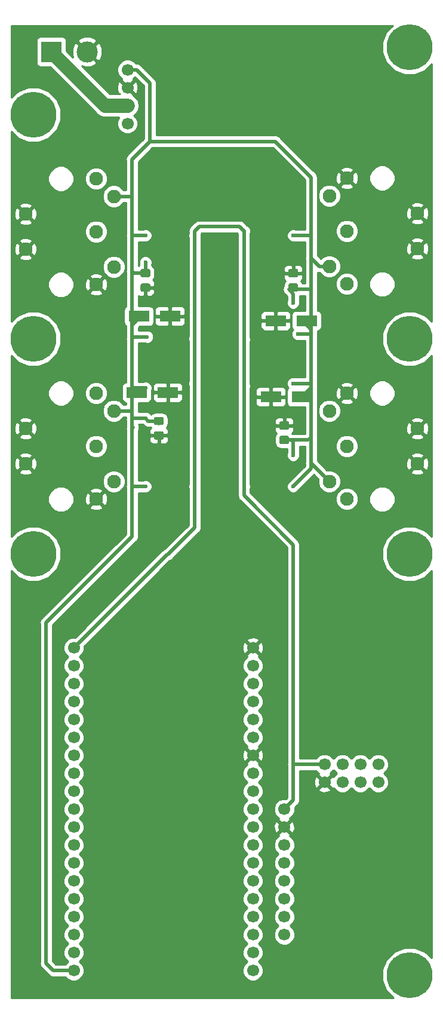
<source format=gbr>
G04 #@! TF.GenerationSoftware,KiCad,Pcbnew,5.0.0-fee4fd1~66~ubuntu18.04.1*
G04 #@! TF.CreationDate,2018-09-30T19:23:13+02:00*
G04 #@! TF.ProjectId,new-joy-board,6E65772D6A6F792D626F6172642E6B69,rev?*
G04 #@! TF.SameCoordinates,Original*
G04 #@! TF.FileFunction,Copper,L2,Bot,Signal*
G04 #@! TF.FilePolarity,Positive*
%FSLAX46Y46*%
G04 Gerber Fmt 4.6, Leading zero omitted, Abs format (unit mm)*
G04 Created by KiCad (PCBNEW 5.0.0-fee4fd1~66~ubuntu18.04.1) date Sun Sep 30 19:23:13 2018*
%MOMM*%
%LPD*%
G01*
G04 APERTURE LIST*
G04 #@! TA.AperFunction,ComponentPad*
%ADD10C,6.500000*%
G04 #@! TD*
G04 #@! TA.AperFunction,ComponentPad*
%ADD11C,1.950000*%
G04 #@! TD*
G04 #@! TA.AperFunction,ComponentPad*
%ADD12R,3.000000X3.000000*%
G04 #@! TD*
G04 #@! TA.AperFunction,ComponentPad*
%ADD13C,3.000000*%
G04 #@! TD*
G04 #@! TA.AperFunction,Conductor*
%ADD14C,0.100000*%
G04 #@! TD*
G04 #@! TA.AperFunction,SMDPad,CuDef*
%ADD15C,1.150000*%
G04 #@! TD*
G04 #@! TA.AperFunction,SMDPad,CuDef*
%ADD16R,3.000000X1.600000*%
G04 #@! TD*
G04 #@! TA.AperFunction,ComponentPad*
%ADD17C,1.700000*%
G04 #@! TD*
G04 #@! TA.AperFunction,ViaPad*
%ADD18C,0.600000*%
G04 #@! TD*
G04 #@! TA.AperFunction,Conductor*
%ADD19C,0.500000*%
G04 #@! TD*
G04 #@! TA.AperFunction,Conductor*
%ADD20C,2.000000*%
G04 #@! TD*
G04 #@! TA.AperFunction,Conductor*
%ADD21C,0.250000*%
G04 #@! TD*
G04 #@! TA.AperFunction,Conductor*
%ADD22C,0.254000*%
G04 #@! TD*
G04 APERTURE END LIST*
D10*
G04 #@! TO.P,REF\002A\002A,1*
G04 #@! TO.N,N/C*
X133350000Y-153035000D03*
G04 #@! TD*
D11*
G04 #@! TO.P,J2,2*
G04 #@! TO.N,Net-(J2-Pad2)*
X124460000Y-47625000D03*
G04 #@! TO.P,J2,4*
G04 #@! TO.N,/SDA2BUF*
X121960000Y-42625000D03*
G04 #@! TO.P,J2,1*
G04 #@! TO.N,-BATT*
X124460000Y-40125000D03*
G04 #@! TO.P,J2,5*
G04 #@! TO.N,+5V*
X121960000Y-52625000D03*
G04 #@! TO.P,J2,3*
G04 #@! TO.N,/SCL2BUF*
X124460000Y-55125000D03*
G04 #@! TO.P,J2,S1*
G04 #@! TO.N,-BATT*
X134460000Y-50125000D03*
G04 #@! TO.P,J2,S2*
X134460000Y-45125000D03*
G04 #@! TD*
G04 #@! TO.P,J0,2*
G04 #@! TO.N,Net-(J0-Pad2)*
X88900000Y-78105000D03*
G04 #@! TO.P,J0,4*
G04 #@! TO.N,/SDA0BUF*
X91400000Y-83105000D03*
G04 #@! TO.P,J0,1*
G04 #@! TO.N,-BATT*
X88900000Y-85605000D03*
G04 #@! TO.P,J0,5*
G04 #@! TO.N,+5V*
X91400000Y-73105000D03*
G04 #@! TO.P,J0,3*
G04 #@! TO.N,/SCL0BUF*
X88900000Y-70605000D03*
G04 #@! TO.P,J0,S1*
G04 #@! TO.N,-BATT*
X78900000Y-75605000D03*
G04 #@! TO.P,J0,S2*
X78900000Y-80605000D03*
G04 #@! TD*
G04 #@! TO.P,J1,S2*
G04 #@! TO.N,-BATT*
X78900000Y-50205000D03*
G04 #@! TO.P,J1,S1*
X78900000Y-45205000D03*
G04 #@! TO.P,J1,3*
G04 #@! TO.N,/SCL1BUF*
X88900000Y-40205000D03*
G04 #@! TO.P,J1,5*
G04 #@! TO.N,+5V*
X91400000Y-42705000D03*
G04 #@! TO.P,J1,1*
G04 #@! TO.N,-BATT*
X88900000Y-55205000D03*
G04 #@! TO.P,J1,4*
G04 #@! TO.N,/SDA1BUF*
X91400000Y-52705000D03*
G04 #@! TO.P,J1,2*
G04 #@! TO.N,Net-(J1-Pad2)*
X88900000Y-47705000D03*
G04 #@! TD*
G04 #@! TO.P,J3,2*
G04 #@! TO.N,Net-(J3-Pad2)*
X124460000Y-78105000D03*
G04 #@! TO.P,J3,4*
G04 #@! TO.N,/SDA3BUF*
X121960000Y-73105000D03*
G04 #@! TO.P,J3,1*
G04 #@! TO.N,-BATT*
X124460000Y-70605000D03*
G04 #@! TO.P,J3,5*
G04 #@! TO.N,+5V*
X121960000Y-83105000D03*
G04 #@! TO.P,J3,3*
G04 #@! TO.N,/SCL3BUF*
X124460000Y-85605000D03*
G04 #@! TO.P,J3,S1*
G04 #@! TO.N,-BATT*
X134460000Y-80605000D03*
G04 #@! TO.P,J3,S2*
X134460000Y-75605000D03*
G04 #@! TD*
D12*
G04 #@! TO.P,J4,1*
G04 #@! TO.N,+BATT*
X82550000Y-22225000D03*
D13*
G04 #@! TO.P,J4,2*
G04 #@! TO.N,-BATT*
X87630000Y-22225000D03*
G04 #@! TD*
D10*
G04 #@! TO.P,REF\002A\002A,1*
G04 #@! TO.N,N/C*
X80010000Y-93345000D03*
G04 #@! TD*
G04 #@! TO.P,REF\002A\002A,1*
G04 #@! TO.N,N/C*
X80010000Y-62865000D03*
G04 #@! TD*
G04 #@! TO.P,REF\002A\002A,1*
G04 #@! TO.N,N/C*
X80010000Y-31115000D03*
G04 #@! TD*
G04 #@! TO.P,REF\002A\002A,1*
G04 #@! TO.N,N/C*
X133350000Y-21590000D03*
G04 #@! TD*
G04 #@! TO.P,REF\002A\002A,1*
G04 #@! TO.N,N/C*
X133350000Y-62865000D03*
G04 #@! TD*
G04 #@! TO.P,REF\002A\002A,1*
G04 #@! TO.N,N/C*
X133350000Y-93345000D03*
G04 #@! TD*
D14*
G04 #@! TO.N,-BATT*
G04 #@! TO.C,C1*
G36*
X98264505Y-76016204D02*
X98288773Y-76019804D01*
X98312572Y-76025765D01*
X98335671Y-76034030D01*
X98357850Y-76044520D01*
X98378893Y-76057132D01*
X98398599Y-76071747D01*
X98416777Y-76088223D01*
X98433253Y-76106401D01*
X98447868Y-76126107D01*
X98460480Y-76147150D01*
X98470970Y-76169329D01*
X98479235Y-76192428D01*
X98485196Y-76216227D01*
X98488796Y-76240495D01*
X98490000Y-76264999D01*
X98490000Y-76915001D01*
X98488796Y-76939505D01*
X98485196Y-76963773D01*
X98479235Y-76987572D01*
X98470970Y-77010671D01*
X98460480Y-77032850D01*
X98447868Y-77053893D01*
X98433253Y-77073599D01*
X98416777Y-77091777D01*
X98398599Y-77108253D01*
X98378893Y-77122868D01*
X98357850Y-77135480D01*
X98335671Y-77145970D01*
X98312572Y-77154235D01*
X98288773Y-77160196D01*
X98264505Y-77163796D01*
X98240001Y-77165000D01*
X97339999Y-77165000D01*
X97315495Y-77163796D01*
X97291227Y-77160196D01*
X97267428Y-77154235D01*
X97244329Y-77145970D01*
X97222150Y-77135480D01*
X97201107Y-77122868D01*
X97181401Y-77108253D01*
X97163223Y-77091777D01*
X97146747Y-77073599D01*
X97132132Y-77053893D01*
X97119520Y-77032850D01*
X97109030Y-77010671D01*
X97100765Y-76987572D01*
X97094804Y-76963773D01*
X97091204Y-76939505D01*
X97090000Y-76915001D01*
X97090000Y-76264999D01*
X97091204Y-76240495D01*
X97094804Y-76216227D01*
X97100765Y-76192428D01*
X97109030Y-76169329D01*
X97119520Y-76147150D01*
X97132132Y-76126107D01*
X97146747Y-76106401D01*
X97163223Y-76088223D01*
X97181401Y-76071747D01*
X97201107Y-76057132D01*
X97222150Y-76044520D01*
X97244329Y-76034030D01*
X97267428Y-76025765D01*
X97291227Y-76019804D01*
X97315495Y-76016204D01*
X97339999Y-76015000D01*
X98240001Y-76015000D01*
X98264505Y-76016204D01*
X98264505Y-76016204D01*
G37*
D15*
G04 #@! TD*
G04 #@! TO.P,C1,2*
G04 #@! TO.N,-BATT*
X97790000Y-76590000D03*
D14*
G04 #@! TO.N,+5V*
G04 #@! TO.C,C1*
G36*
X98264505Y-73966204D02*
X98288773Y-73969804D01*
X98312572Y-73975765D01*
X98335671Y-73984030D01*
X98357850Y-73994520D01*
X98378893Y-74007132D01*
X98398599Y-74021747D01*
X98416777Y-74038223D01*
X98433253Y-74056401D01*
X98447868Y-74076107D01*
X98460480Y-74097150D01*
X98470970Y-74119329D01*
X98479235Y-74142428D01*
X98485196Y-74166227D01*
X98488796Y-74190495D01*
X98490000Y-74214999D01*
X98490000Y-74865001D01*
X98488796Y-74889505D01*
X98485196Y-74913773D01*
X98479235Y-74937572D01*
X98470970Y-74960671D01*
X98460480Y-74982850D01*
X98447868Y-75003893D01*
X98433253Y-75023599D01*
X98416777Y-75041777D01*
X98398599Y-75058253D01*
X98378893Y-75072868D01*
X98357850Y-75085480D01*
X98335671Y-75095970D01*
X98312572Y-75104235D01*
X98288773Y-75110196D01*
X98264505Y-75113796D01*
X98240001Y-75115000D01*
X97339999Y-75115000D01*
X97315495Y-75113796D01*
X97291227Y-75110196D01*
X97267428Y-75104235D01*
X97244329Y-75095970D01*
X97222150Y-75085480D01*
X97201107Y-75072868D01*
X97181401Y-75058253D01*
X97163223Y-75041777D01*
X97146747Y-75023599D01*
X97132132Y-75003893D01*
X97119520Y-74982850D01*
X97109030Y-74960671D01*
X97100765Y-74937572D01*
X97094804Y-74913773D01*
X97091204Y-74889505D01*
X97090000Y-74865001D01*
X97090000Y-74214999D01*
X97091204Y-74190495D01*
X97094804Y-74166227D01*
X97100765Y-74142428D01*
X97109030Y-74119329D01*
X97119520Y-74097150D01*
X97132132Y-74076107D01*
X97146747Y-74056401D01*
X97163223Y-74038223D01*
X97181401Y-74021747D01*
X97201107Y-74007132D01*
X97222150Y-73994520D01*
X97244329Y-73984030D01*
X97267428Y-73975765D01*
X97291227Y-73969804D01*
X97315495Y-73966204D01*
X97339999Y-73965000D01*
X98240001Y-73965000D01*
X98264505Y-73966204D01*
X98264505Y-73966204D01*
G37*
D15*
G04 #@! TD*
G04 #@! TO.P,C1,1*
G04 #@! TO.N,+5V*
X97790000Y-74540000D03*
D14*
G04 #@! TO.N,-BATT*
G04 #@! TO.C,C2*
G36*
X96359505Y-55061204D02*
X96383773Y-55064804D01*
X96407572Y-55070765D01*
X96430671Y-55079030D01*
X96452850Y-55089520D01*
X96473893Y-55102132D01*
X96493599Y-55116747D01*
X96511777Y-55133223D01*
X96528253Y-55151401D01*
X96542868Y-55171107D01*
X96555480Y-55192150D01*
X96565970Y-55214329D01*
X96574235Y-55237428D01*
X96580196Y-55261227D01*
X96583796Y-55285495D01*
X96585000Y-55309999D01*
X96585000Y-55960001D01*
X96583796Y-55984505D01*
X96580196Y-56008773D01*
X96574235Y-56032572D01*
X96565970Y-56055671D01*
X96555480Y-56077850D01*
X96542868Y-56098893D01*
X96528253Y-56118599D01*
X96511777Y-56136777D01*
X96493599Y-56153253D01*
X96473893Y-56167868D01*
X96452850Y-56180480D01*
X96430671Y-56190970D01*
X96407572Y-56199235D01*
X96383773Y-56205196D01*
X96359505Y-56208796D01*
X96335001Y-56210000D01*
X95434999Y-56210000D01*
X95410495Y-56208796D01*
X95386227Y-56205196D01*
X95362428Y-56199235D01*
X95339329Y-56190970D01*
X95317150Y-56180480D01*
X95296107Y-56167868D01*
X95276401Y-56153253D01*
X95258223Y-56136777D01*
X95241747Y-56118599D01*
X95227132Y-56098893D01*
X95214520Y-56077850D01*
X95204030Y-56055671D01*
X95195765Y-56032572D01*
X95189804Y-56008773D01*
X95186204Y-55984505D01*
X95185000Y-55960001D01*
X95185000Y-55309999D01*
X95186204Y-55285495D01*
X95189804Y-55261227D01*
X95195765Y-55237428D01*
X95204030Y-55214329D01*
X95214520Y-55192150D01*
X95227132Y-55171107D01*
X95241747Y-55151401D01*
X95258223Y-55133223D01*
X95276401Y-55116747D01*
X95296107Y-55102132D01*
X95317150Y-55089520D01*
X95339329Y-55079030D01*
X95362428Y-55070765D01*
X95386227Y-55064804D01*
X95410495Y-55061204D01*
X95434999Y-55060000D01*
X96335001Y-55060000D01*
X96359505Y-55061204D01*
X96359505Y-55061204D01*
G37*
D15*
G04 #@! TD*
G04 #@! TO.P,C2,2*
G04 #@! TO.N,-BATT*
X95885000Y-55635000D03*
D14*
G04 #@! TO.N,+5V*
G04 #@! TO.C,C2*
G36*
X96359505Y-53011204D02*
X96383773Y-53014804D01*
X96407572Y-53020765D01*
X96430671Y-53029030D01*
X96452850Y-53039520D01*
X96473893Y-53052132D01*
X96493599Y-53066747D01*
X96511777Y-53083223D01*
X96528253Y-53101401D01*
X96542868Y-53121107D01*
X96555480Y-53142150D01*
X96565970Y-53164329D01*
X96574235Y-53187428D01*
X96580196Y-53211227D01*
X96583796Y-53235495D01*
X96585000Y-53259999D01*
X96585000Y-53910001D01*
X96583796Y-53934505D01*
X96580196Y-53958773D01*
X96574235Y-53982572D01*
X96565970Y-54005671D01*
X96555480Y-54027850D01*
X96542868Y-54048893D01*
X96528253Y-54068599D01*
X96511777Y-54086777D01*
X96493599Y-54103253D01*
X96473893Y-54117868D01*
X96452850Y-54130480D01*
X96430671Y-54140970D01*
X96407572Y-54149235D01*
X96383773Y-54155196D01*
X96359505Y-54158796D01*
X96335001Y-54160000D01*
X95434999Y-54160000D01*
X95410495Y-54158796D01*
X95386227Y-54155196D01*
X95362428Y-54149235D01*
X95339329Y-54140970D01*
X95317150Y-54130480D01*
X95296107Y-54117868D01*
X95276401Y-54103253D01*
X95258223Y-54086777D01*
X95241747Y-54068599D01*
X95227132Y-54048893D01*
X95214520Y-54027850D01*
X95204030Y-54005671D01*
X95195765Y-53982572D01*
X95189804Y-53958773D01*
X95186204Y-53934505D01*
X95185000Y-53910001D01*
X95185000Y-53259999D01*
X95186204Y-53235495D01*
X95189804Y-53211227D01*
X95195765Y-53187428D01*
X95204030Y-53164329D01*
X95214520Y-53142150D01*
X95227132Y-53121107D01*
X95241747Y-53101401D01*
X95258223Y-53083223D01*
X95276401Y-53066747D01*
X95296107Y-53052132D01*
X95317150Y-53039520D01*
X95339329Y-53029030D01*
X95362428Y-53020765D01*
X95386227Y-53014804D01*
X95410495Y-53011204D01*
X95434999Y-53010000D01*
X96335001Y-53010000D01*
X96359505Y-53011204D01*
X96359505Y-53011204D01*
G37*
D15*
G04 #@! TD*
G04 #@! TO.P,C2,1*
G04 #@! TO.N,+5V*
X95885000Y-53585000D03*
D14*
G04 #@! TO.N,-BATT*
G04 #@! TO.C,C3*
G36*
X117314505Y-53011204D02*
X117338773Y-53014804D01*
X117362572Y-53020765D01*
X117385671Y-53029030D01*
X117407850Y-53039520D01*
X117428893Y-53052132D01*
X117448599Y-53066747D01*
X117466777Y-53083223D01*
X117483253Y-53101401D01*
X117497868Y-53121107D01*
X117510480Y-53142150D01*
X117520970Y-53164329D01*
X117529235Y-53187428D01*
X117535196Y-53211227D01*
X117538796Y-53235495D01*
X117540000Y-53259999D01*
X117540000Y-53910001D01*
X117538796Y-53934505D01*
X117535196Y-53958773D01*
X117529235Y-53982572D01*
X117520970Y-54005671D01*
X117510480Y-54027850D01*
X117497868Y-54048893D01*
X117483253Y-54068599D01*
X117466777Y-54086777D01*
X117448599Y-54103253D01*
X117428893Y-54117868D01*
X117407850Y-54130480D01*
X117385671Y-54140970D01*
X117362572Y-54149235D01*
X117338773Y-54155196D01*
X117314505Y-54158796D01*
X117290001Y-54160000D01*
X116389999Y-54160000D01*
X116365495Y-54158796D01*
X116341227Y-54155196D01*
X116317428Y-54149235D01*
X116294329Y-54140970D01*
X116272150Y-54130480D01*
X116251107Y-54117868D01*
X116231401Y-54103253D01*
X116213223Y-54086777D01*
X116196747Y-54068599D01*
X116182132Y-54048893D01*
X116169520Y-54027850D01*
X116159030Y-54005671D01*
X116150765Y-53982572D01*
X116144804Y-53958773D01*
X116141204Y-53934505D01*
X116140000Y-53910001D01*
X116140000Y-53259999D01*
X116141204Y-53235495D01*
X116144804Y-53211227D01*
X116150765Y-53187428D01*
X116159030Y-53164329D01*
X116169520Y-53142150D01*
X116182132Y-53121107D01*
X116196747Y-53101401D01*
X116213223Y-53083223D01*
X116231401Y-53066747D01*
X116251107Y-53052132D01*
X116272150Y-53039520D01*
X116294329Y-53029030D01*
X116317428Y-53020765D01*
X116341227Y-53014804D01*
X116365495Y-53011204D01*
X116389999Y-53010000D01*
X117290001Y-53010000D01*
X117314505Y-53011204D01*
X117314505Y-53011204D01*
G37*
D15*
G04 #@! TD*
G04 #@! TO.P,C3,2*
G04 #@! TO.N,-BATT*
X116840000Y-53585000D03*
D14*
G04 #@! TO.N,+5V*
G04 #@! TO.C,C3*
G36*
X117314505Y-55061204D02*
X117338773Y-55064804D01*
X117362572Y-55070765D01*
X117385671Y-55079030D01*
X117407850Y-55089520D01*
X117428893Y-55102132D01*
X117448599Y-55116747D01*
X117466777Y-55133223D01*
X117483253Y-55151401D01*
X117497868Y-55171107D01*
X117510480Y-55192150D01*
X117520970Y-55214329D01*
X117529235Y-55237428D01*
X117535196Y-55261227D01*
X117538796Y-55285495D01*
X117540000Y-55309999D01*
X117540000Y-55960001D01*
X117538796Y-55984505D01*
X117535196Y-56008773D01*
X117529235Y-56032572D01*
X117520970Y-56055671D01*
X117510480Y-56077850D01*
X117497868Y-56098893D01*
X117483253Y-56118599D01*
X117466777Y-56136777D01*
X117448599Y-56153253D01*
X117428893Y-56167868D01*
X117407850Y-56180480D01*
X117385671Y-56190970D01*
X117362572Y-56199235D01*
X117338773Y-56205196D01*
X117314505Y-56208796D01*
X117290001Y-56210000D01*
X116389999Y-56210000D01*
X116365495Y-56208796D01*
X116341227Y-56205196D01*
X116317428Y-56199235D01*
X116294329Y-56190970D01*
X116272150Y-56180480D01*
X116251107Y-56167868D01*
X116231401Y-56153253D01*
X116213223Y-56136777D01*
X116196747Y-56118599D01*
X116182132Y-56098893D01*
X116169520Y-56077850D01*
X116159030Y-56055671D01*
X116150765Y-56032572D01*
X116144804Y-56008773D01*
X116141204Y-55984505D01*
X116140000Y-55960001D01*
X116140000Y-55309999D01*
X116141204Y-55285495D01*
X116144804Y-55261227D01*
X116150765Y-55237428D01*
X116159030Y-55214329D01*
X116169520Y-55192150D01*
X116182132Y-55171107D01*
X116196747Y-55151401D01*
X116213223Y-55133223D01*
X116231401Y-55116747D01*
X116251107Y-55102132D01*
X116272150Y-55089520D01*
X116294329Y-55079030D01*
X116317428Y-55070765D01*
X116341227Y-55064804D01*
X116365495Y-55061204D01*
X116389999Y-55060000D01*
X117290001Y-55060000D01*
X117314505Y-55061204D01*
X117314505Y-55061204D01*
G37*
D15*
G04 #@! TD*
G04 #@! TO.P,C3,1*
G04 #@! TO.N,+5V*
X116840000Y-55635000D03*
D14*
G04 #@! TO.N,-BATT*
G04 #@! TO.C,C4*
G36*
X116044505Y-74601204D02*
X116068773Y-74604804D01*
X116092572Y-74610765D01*
X116115671Y-74619030D01*
X116137850Y-74629520D01*
X116158893Y-74642132D01*
X116178599Y-74656747D01*
X116196777Y-74673223D01*
X116213253Y-74691401D01*
X116227868Y-74711107D01*
X116240480Y-74732150D01*
X116250970Y-74754329D01*
X116259235Y-74777428D01*
X116265196Y-74801227D01*
X116268796Y-74825495D01*
X116270000Y-74849999D01*
X116270000Y-75500001D01*
X116268796Y-75524505D01*
X116265196Y-75548773D01*
X116259235Y-75572572D01*
X116250970Y-75595671D01*
X116240480Y-75617850D01*
X116227868Y-75638893D01*
X116213253Y-75658599D01*
X116196777Y-75676777D01*
X116178599Y-75693253D01*
X116158893Y-75707868D01*
X116137850Y-75720480D01*
X116115671Y-75730970D01*
X116092572Y-75739235D01*
X116068773Y-75745196D01*
X116044505Y-75748796D01*
X116020001Y-75750000D01*
X115119999Y-75750000D01*
X115095495Y-75748796D01*
X115071227Y-75745196D01*
X115047428Y-75739235D01*
X115024329Y-75730970D01*
X115002150Y-75720480D01*
X114981107Y-75707868D01*
X114961401Y-75693253D01*
X114943223Y-75676777D01*
X114926747Y-75658599D01*
X114912132Y-75638893D01*
X114899520Y-75617850D01*
X114889030Y-75595671D01*
X114880765Y-75572572D01*
X114874804Y-75548773D01*
X114871204Y-75524505D01*
X114870000Y-75500001D01*
X114870000Y-74849999D01*
X114871204Y-74825495D01*
X114874804Y-74801227D01*
X114880765Y-74777428D01*
X114889030Y-74754329D01*
X114899520Y-74732150D01*
X114912132Y-74711107D01*
X114926747Y-74691401D01*
X114943223Y-74673223D01*
X114961401Y-74656747D01*
X114981107Y-74642132D01*
X115002150Y-74629520D01*
X115024329Y-74619030D01*
X115047428Y-74610765D01*
X115071227Y-74604804D01*
X115095495Y-74601204D01*
X115119999Y-74600000D01*
X116020001Y-74600000D01*
X116044505Y-74601204D01*
X116044505Y-74601204D01*
G37*
D15*
G04 #@! TD*
G04 #@! TO.P,C4,2*
G04 #@! TO.N,-BATT*
X115570000Y-75175000D03*
D14*
G04 #@! TO.N,+5V*
G04 #@! TO.C,C4*
G36*
X116044505Y-76651204D02*
X116068773Y-76654804D01*
X116092572Y-76660765D01*
X116115671Y-76669030D01*
X116137850Y-76679520D01*
X116158893Y-76692132D01*
X116178599Y-76706747D01*
X116196777Y-76723223D01*
X116213253Y-76741401D01*
X116227868Y-76761107D01*
X116240480Y-76782150D01*
X116250970Y-76804329D01*
X116259235Y-76827428D01*
X116265196Y-76851227D01*
X116268796Y-76875495D01*
X116270000Y-76899999D01*
X116270000Y-77550001D01*
X116268796Y-77574505D01*
X116265196Y-77598773D01*
X116259235Y-77622572D01*
X116250970Y-77645671D01*
X116240480Y-77667850D01*
X116227868Y-77688893D01*
X116213253Y-77708599D01*
X116196777Y-77726777D01*
X116178599Y-77743253D01*
X116158893Y-77757868D01*
X116137850Y-77770480D01*
X116115671Y-77780970D01*
X116092572Y-77789235D01*
X116068773Y-77795196D01*
X116044505Y-77798796D01*
X116020001Y-77800000D01*
X115119999Y-77800000D01*
X115095495Y-77798796D01*
X115071227Y-77795196D01*
X115047428Y-77789235D01*
X115024329Y-77780970D01*
X115002150Y-77770480D01*
X114981107Y-77757868D01*
X114961401Y-77743253D01*
X114943223Y-77726777D01*
X114926747Y-77708599D01*
X114912132Y-77688893D01*
X114899520Y-77667850D01*
X114889030Y-77645671D01*
X114880765Y-77622572D01*
X114874804Y-77598773D01*
X114871204Y-77574505D01*
X114870000Y-77550001D01*
X114870000Y-76899999D01*
X114871204Y-76875495D01*
X114874804Y-76851227D01*
X114880765Y-76827428D01*
X114889030Y-76804329D01*
X114899520Y-76782150D01*
X114912132Y-76761107D01*
X114926747Y-76741401D01*
X114943223Y-76723223D01*
X114961401Y-76706747D01*
X114981107Y-76692132D01*
X115002150Y-76679520D01*
X115024329Y-76669030D01*
X115047428Y-76660765D01*
X115071227Y-76654804D01*
X115095495Y-76651204D01*
X115119999Y-76650000D01*
X116020001Y-76650000D01*
X116044505Y-76651204D01*
X116044505Y-76651204D01*
G37*
D15*
G04 #@! TD*
G04 #@! TO.P,C4,1*
G04 #@! TO.N,+5V*
X115570000Y-77225000D03*
D16*
G04 #@! TO.P,C5,1*
G04 #@! TO.N,+5V*
X94660000Y-70485000D03*
G04 #@! TO.P,C5,2*
G04 #@! TO.N,-BATT*
X99060000Y-70485000D03*
G04 #@! TD*
G04 #@! TO.P,C6,2*
G04 #@! TO.N,-BATT*
X99355000Y-59690000D03*
G04 #@! TO.P,C6,1*
G04 #@! TO.N,+5V*
X94955000Y-59690000D03*
G04 #@! TD*
G04 #@! TO.P,C7,1*
G04 #@! TO.N,+5V*
X118745000Y-60325000D03*
G04 #@! TO.P,C7,2*
G04 #@! TO.N,-BATT*
X114345000Y-60325000D03*
G04 #@! TD*
G04 #@! TO.P,C8,2*
G04 #@! TO.N,-BATT*
X113665000Y-71120000D03*
G04 #@! TO.P,C8,1*
G04 #@! TO.N,+5V*
X118065000Y-71120000D03*
G04 #@! TD*
D17*
G04 #@! TO.P,U4,1*
G04 #@! TO.N,+3V3*
X85725000Y-106680000D03*
G04 #@! TO.P,U4,2*
G04 #@! TO.N,Net-(U4-Pad2)*
X85725000Y-109220000D03*
G04 #@! TO.P,U4,3*
G04 #@! TO.N,Net-(U4-Pad3)*
X85725000Y-111760000D03*
G04 #@! TO.P,U4,4*
G04 #@! TO.N,Net-(U4-Pad4)*
X85725000Y-114300000D03*
G04 #@! TO.P,U4,5*
G04 #@! TO.N,Net-(U4-Pad5)*
X85725000Y-116840000D03*
G04 #@! TO.P,U4,6*
G04 #@! TO.N,Net-(U4-Pad6)*
X85725000Y-119380000D03*
G04 #@! TO.P,U4,7*
G04 #@! TO.N,Net-(U4-Pad7)*
X85725000Y-121920000D03*
G04 #@! TO.P,U4,8*
G04 #@! TO.N,Net-(U4-Pad8)*
X85725000Y-124460000D03*
G04 #@! TO.P,U4,9*
G04 #@! TO.N,Net-(U4-Pad9)*
X85725000Y-127000000D03*
G04 #@! TO.P,U4,10*
G04 #@! TO.N,/SDA0ESP*
X85725000Y-129540000D03*
G04 #@! TO.P,U4,11*
G04 #@! TO.N,/SCL0ESP*
X85725000Y-132080000D03*
G04 #@! TO.P,U4,12*
G04 #@! TO.N,/SDA1ESP*
X85725000Y-134620000D03*
G04 #@! TO.P,U4,13*
G04 #@! TO.N,/SCL1ESP*
X85725000Y-137160000D03*
G04 #@! TO.P,U4,14*
G04 #@! TO.N,Net-(U4-Pad14)*
X85725000Y-139700000D03*
G04 #@! TO.P,U4,15*
G04 #@! TO.N,Net-(U4-Pad15)*
X85725000Y-142240000D03*
G04 #@! TO.P,U4,16*
G04 #@! TO.N,Net-(U4-Pad16)*
X85725000Y-144780000D03*
G04 #@! TO.P,U4,17*
G04 #@! TO.N,Net-(U4-Pad17)*
X85725000Y-147320000D03*
G04 #@! TO.P,U4,18*
G04 #@! TO.N,Net-(U4-Pad18)*
X85725000Y-149860000D03*
G04 #@! TO.P,U4,19*
G04 #@! TO.N,+5V*
X85725000Y-152400000D03*
G04 #@! TO.P,U4,20*
G04 #@! TO.N,Net-(U4-Pad20)*
X111125000Y-152400000D03*
G04 #@! TO.P,U4,21*
G04 #@! TO.N,Net-(U4-Pad21)*
X111125000Y-149860000D03*
G04 #@! TO.P,U4,22*
G04 #@! TO.N,Net-(U4-Pad22)*
X111125000Y-147320000D03*
G04 #@! TO.P,U4,23*
G04 #@! TO.N,Net-(U4-Pad23)*
X111125000Y-144780000D03*
G04 #@! TO.P,U4,24*
G04 #@! TO.N,Net-(U4-Pad24)*
X111125000Y-142240000D03*
G04 #@! TO.P,U4,25*
G04 #@! TO.N,/SDA2ESP*
X111125000Y-139700000D03*
G04 #@! TO.P,U4,26*
G04 #@! TO.N,/SCL2ESP*
X111125000Y-137160000D03*
G04 #@! TO.P,U4,27*
G04 #@! TO.N,/SDA3ESP*
X111125000Y-134620000D03*
G04 #@! TO.P,U4,28*
G04 #@! TO.N,/SCL3ESP*
X111125000Y-132080000D03*
G04 #@! TO.P,U4,29*
G04 #@! TO.N,/CS0*
X111125000Y-129540000D03*
G04 #@! TO.P,U4,30*
G04 #@! TO.N,/CLK*
X111125000Y-127000000D03*
G04 #@! TO.P,U4,31*
G04 #@! TO.N,/CE*
X111125000Y-124460000D03*
G04 #@! TO.P,U4,32*
G04 #@! TO.N,-BATT*
X111125000Y-121920000D03*
G04 #@! TO.P,U4,33*
G04 #@! TO.N,/IRQ*
X111125000Y-119380000D03*
G04 #@! TO.P,U4,34*
G04 #@! TO.N,Net-(U4-Pad34)*
X111125000Y-116840000D03*
G04 #@! TO.P,U4,35*
G04 #@! TO.N,Net-(U4-Pad35)*
X111125000Y-114300000D03*
G04 #@! TO.P,U4,36*
G04 #@! TO.N,/MISO*
X111125000Y-111760000D03*
G04 #@! TO.P,U4,37*
G04 #@! TO.N,/MOSI*
X111125000Y-109220000D03*
G04 #@! TO.P,U4,38*
G04 #@! TO.N,-BATT*
X111125000Y-106680000D03*
G04 #@! TD*
G04 #@! TO.P,U5,2*
G04 #@! TO.N,/CLK*
X126365000Y-125730000D03*
G04 #@! TO.P,U5,1*
G04 #@! TO.N,/MISO*
X128905000Y-125730000D03*
G04 #@! TO.P,U5,3*
G04 #@! TO.N,/CE*
X123825000Y-125730000D03*
G04 #@! TO.P,U5,4*
G04 #@! TO.N,-BATT*
X121285000Y-125730000D03*
G04 #@! TO.P,U5,5*
G04 #@! TO.N,/IRQ*
X128905000Y-123190000D03*
G04 #@! TO.P,U5,6*
G04 #@! TO.N,/MOSI*
X126365000Y-123190000D03*
G04 #@! TO.P,U5,7*
G04 #@! TO.N,/CS0*
X123825000Y-123190000D03*
G04 #@! TO.P,U5,8*
G04 #@! TO.N,+3V3*
X121285000Y-123190000D03*
G04 #@! TD*
G04 #@! TO.P,U7,1*
G04 #@! TO.N,+3V3*
X115570000Y-129540000D03*
G04 #@! TO.P,U7,2*
G04 #@! TO.N,-BATT*
X115570000Y-132080000D03*
G04 #@! TO.P,U7,3*
G04 #@! TO.N,/SCL3ESP*
X115570000Y-134620000D03*
G04 #@! TO.P,U7,4*
G04 #@! TO.N,/SDA3ESP*
X115570000Y-137160000D03*
G04 #@! TO.P,U7,5*
G04 #@! TO.N,Net-(U7-Pad5)*
X115570000Y-139700000D03*
G04 #@! TO.P,U7,6*
G04 #@! TO.N,Net-(U7-Pad6)*
X115570000Y-142240000D03*
G04 #@! TO.P,U7,7*
G04 #@! TO.N,Net-(U7-Pad7)*
X115570000Y-144780000D03*
G04 #@! TO.P,U7,8*
G04 #@! TO.N,Net-(U7-Pad8)*
X115570000Y-147320000D03*
G04 #@! TD*
G04 #@! TO.P,U10,1*
G04 #@! TO.N,+5V*
X93345000Y-24765000D03*
G04 #@! TO.P,U10,2*
G04 #@! TO.N,-BATT*
X93345000Y-27305000D03*
G04 #@! TO.P,U10,3*
G04 #@! TO.N,+BATT*
X93345000Y-29845000D03*
G04 #@! TO.P,U10,4*
G04 #@! TO.N,Net-(U10-Pad4)*
X93345000Y-32385000D03*
G04 #@! TD*
D18*
G04 #@! TO.N,+5V*
X95885000Y-69850000D03*
X95885000Y-83820000D03*
X95885000Y-48260000D03*
X95885000Y-74135000D03*
X95885000Y-52070000D03*
X96130000Y-62620000D03*
X116840000Y-57785000D03*
X116840000Y-48260000D03*
X116840000Y-79375000D03*
X116840000Y-83820000D03*
X117475000Y-62230000D03*
X116840000Y-69215000D03*
G04 #@! TO.N,+3V3*
X102870000Y-83820000D03*
X102870000Y-69215000D03*
X102870000Y-62865000D03*
X109855000Y-47625000D03*
X109855000Y-62992000D03*
X109855000Y-83820000D03*
X109855000Y-69596000D03*
X102870000Y-48260000D03*
G04 #@! TO.N,-BATT*
X101092000Y-78232000D03*
X111760000Y-75575000D03*
X101092000Y-56505000D03*
X111760000Y-53848000D03*
G04 #@! TD*
D19*
G04 #@! TO.N,+5V*
X93900000Y-73105000D02*
X91400000Y-73105000D01*
X93980000Y-73025000D02*
X93900000Y-73105000D01*
X93980000Y-67945000D02*
X93980000Y-65405000D01*
X93980000Y-69850000D02*
X95885000Y-69850000D01*
X93980000Y-69850000D02*
X93980000Y-73025000D01*
X93980000Y-67945000D02*
X93980000Y-69850000D01*
X93980000Y-73025000D02*
X93980000Y-73660000D01*
X95885000Y-83820000D02*
X93980000Y-83820000D01*
X95885000Y-48260000D02*
X93980000Y-48260000D01*
X93980000Y-52705000D02*
X93980000Y-48260000D01*
X94125000Y-75420000D02*
X93980000Y-75565000D01*
X93980000Y-75565000D02*
X93980000Y-83820000D01*
X94225000Y-53585000D02*
X93980000Y-53340000D01*
X95885000Y-53585000D02*
X94225000Y-53585000D01*
X93980000Y-53340000D02*
X93980000Y-52705000D01*
X94615000Y-24765000D02*
X93345000Y-24765000D01*
X96520000Y-26670000D02*
X94615000Y-24765000D01*
X96520000Y-34925000D02*
X96520000Y-26670000D01*
X93980000Y-37465000D02*
X96520000Y-34925000D01*
X95705736Y-62620000D02*
X96130000Y-62620000D01*
X94225000Y-62620000D02*
X95705736Y-62620000D01*
X93980000Y-62865000D02*
X94225000Y-62620000D01*
X93980000Y-62865000D02*
X93980000Y-53340000D01*
X93980000Y-65405000D02*
X93980000Y-62865000D01*
X93980000Y-90932000D02*
X93980000Y-85344000D01*
X93980000Y-85344000D02*
X93980000Y-85725000D01*
X81788000Y-103124000D02*
X93980000Y-90932000D01*
X93980000Y-83820000D02*
X93980000Y-85344000D01*
X85725000Y-152400000D02*
X82804000Y-152400000D01*
X82804000Y-152400000D02*
X81788000Y-151384000D01*
X81788000Y-151384000D02*
X81788000Y-103124000D01*
X93980000Y-42545000D02*
X93820000Y-42705000D01*
X93820000Y-42705000D02*
X91400000Y-42705000D01*
X93980000Y-42545000D02*
X93980000Y-37465000D01*
X93980000Y-48260000D02*
X93980000Y-42545000D01*
X96520000Y-34925000D02*
X114300000Y-34925000D01*
X114300000Y-34925000D02*
X119380000Y-40005000D01*
X116840000Y-56515000D02*
X116205000Y-55880000D01*
X116840000Y-57785000D02*
X116840000Y-56515000D01*
X116205000Y-55880000D02*
X119380000Y-55880000D01*
X120570000Y-52625000D02*
X119380000Y-51435000D01*
X121960000Y-52625000D02*
X120570000Y-52625000D01*
X119380000Y-51435000D02*
X119380000Y-55880000D01*
X116840000Y-48260000D02*
X119380000Y-48260000D01*
X119380000Y-40005000D02*
X119380000Y-48260000D01*
X119380000Y-48260000D02*
X119380000Y-51435000D01*
X116840000Y-79375000D02*
X116840000Y-77470000D01*
X116595000Y-77225000D02*
X115570000Y-77225000D01*
X116840000Y-77470000D02*
X116595000Y-77225000D01*
X119380000Y-80525000D02*
X121960000Y-83105000D01*
X115570000Y-77225000D02*
X118990000Y-77225000D01*
X118990000Y-77225000D02*
X119380000Y-76835000D01*
X119380000Y-81280000D02*
X119380000Y-80525000D01*
X116840000Y-83820000D02*
X119380000Y-81280000D01*
X117475000Y-62230000D02*
X119380000Y-62230000D01*
X116840000Y-69215000D02*
X119380000Y-69215000D01*
X119380000Y-62230000D02*
X119380000Y-69215000D01*
X95885000Y-52070000D02*
X95885000Y-53585000D01*
X94955000Y-59690000D02*
X94955000Y-59985000D01*
X94955000Y-59985000D02*
X93980000Y-60960000D01*
X96290000Y-74540000D02*
X95885000Y-74135000D01*
X97790000Y-74540000D02*
X96290000Y-74540000D01*
X95885000Y-74135000D02*
X94140000Y-74135000D01*
X93980000Y-73660000D02*
X93980000Y-74295000D01*
X94140000Y-74135000D02*
X93980000Y-74295000D01*
X93980000Y-74295000D02*
X93980000Y-75565000D01*
X118110000Y-71120000D02*
X119380000Y-69850000D01*
X118065000Y-71120000D02*
X118110000Y-71120000D01*
X119380000Y-69215000D02*
X119380000Y-69850000D01*
X119380000Y-69850000D02*
X119380000Y-80525000D01*
X119380000Y-55880000D02*
X119380000Y-61595000D01*
X118745000Y-60960000D02*
X119380000Y-61595000D01*
X118745000Y-60325000D02*
X118745000Y-60960000D01*
X119380000Y-61595000D02*
X119380000Y-62230000D01*
G04 #@! TO.N,+3V3*
X102870000Y-83820000D02*
X102870000Y-69215000D01*
X102870000Y-69215000D02*
X102870000Y-62865000D01*
X102870000Y-62865000D02*
X102870000Y-62230000D01*
X102870000Y-47625000D02*
X103505000Y-46990000D01*
X103505000Y-46990000D02*
X109220000Y-46990000D01*
X109220000Y-46990000D02*
X109855000Y-47625000D01*
X109855000Y-47625000D02*
X109855000Y-62992000D01*
X109855000Y-79375000D02*
X109855000Y-83820000D01*
X109855000Y-62992000D02*
X109855000Y-69596000D01*
X109855000Y-69596000D02*
X109855000Y-79375000D01*
X85725000Y-106680000D02*
X98933000Y-93472000D01*
X98933000Y-93472000D02*
X99060000Y-93472000D01*
X102870000Y-84244264D02*
X102870000Y-83820000D01*
X102870000Y-89662000D02*
X102870000Y-84244264D01*
X99060000Y-93472000D02*
X102870000Y-89662000D01*
X102870000Y-62230000D02*
X102870000Y-48260000D01*
X102870000Y-48260000D02*
X102870000Y-47625000D01*
X116840000Y-128270000D02*
X115570000Y-129540000D01*
X109855000Y-83820000D02*
X109855000Y-85090000D01*
X109855000Y-85090000D02*
X116840000Y-92075000D01*
X121285000Y-123190000D02*
X116840000Y-123190000D01*
X116840000Y-92075000D02*
X116840000Y-123190000D01*
X116840000Y-123190000D02*
X116840000Y-128270000D01*
D20*
G04 #@! TO.N,+BATT*
X90170000Y-29845000D02*
X93345000Y-29845000D01*
X82550000Y-22225000D02*
X90170000Y-29845000D01*
D21*
G04 #@! TO.N,-BATT*
X111760000Y-75575000D02*
X111335736Y-75575000D01*
G04 #@! TD*
D22*
G04 #@! TO.N,-BATT*
G36*
X130056456Y-19389324D02*
X129465000Y-20817225D01*
X129465000Y-22362775D01*
X130056456Y-23790676D01*
X131149324Y-24883544D01*
X132577225Y-25475000D01*
X134122775Y-25475000D01*
X135550676Y-24883544D01*
X136450001Y-23984219D01*
X136450001Y-60470781D01*
X135550676Y-59571456D01*
X134122775Y-58980000D01*
X132577225Y-58980000D01*
X131149324Y-59571456D01*
X130056456Y-60664324D01*
X129465000Y-62092225D01*
X129465000Y-63637775D01*
X130056456Y-65065676D01*
X131149324Y-66158544D01*
X132577225Y-66750000D01*
X134122775Y-66750000D01*
X135550676Y-66158544D01*
X136450001Y-65259219D01*
X136450000Y-90950780D01*
X135550676Y-90051456D01*
X134122775Y-89460000D01*
X132577225Y-89460000D01*
X131149324Y-90051456D01*
X130056456Y-91144324D01*
X129465000Y-92572225D01*
X129465000Y-94117775D01*
X130056456Y-95545676D01*
X131149324Y-96638544D01*
X132577225Y-97230000D01*
X134122775Y-97230000D01*
X135550676Y-96638544D01*
X136450000Y-95739220D01*
X136450000Y-150640780D01*
X135550676Y-149741456D01*
X134122775Y-149150000D01*
X132577225Y-149150000D01*
X131149324Y-149741456D01*
X130056456Y-150834324D01*
X129465000Y-152262225D01*
X129465000Y-153807775D01*
X130056456Y-155235676D01*
X131082780Y-156262000D01*
X76910000Y-156262000D01*
X76910000Y-103124000D01*
X80885663Y-103124000D01*
X80903001Y-103211166D01*
X80903000Y-151296839D01*
X80885663Y-151384000D01*
X80903000Y-151471161D01*
X80903000Y-151471164D01*
X80954348Y-151729309D01*
X81149951Y-152022049D01*
X81223847Y-152071425D01*
X82116577Y-152964156D01*
X82165951Y-153038049D01*
X82239844Y-153087423D01*
X82239845Y-153087424D01*
X82458690Y-153233652D01*
X82716835Y-153285000D01*
X82716839Y-153285000D01*
X82804000Y-153302337D01*
X82891161Y-153285000D01*
X84509893Y-153285000D01*
X84883815Y-153658922D01*
X85429615Y-153885000D01*
X86020385Y-153885000D01*
X86566185Y-153658922D01*
X86983922Y-153241185D01*
X87210000Y-152695385D01*
X87210000Y-152104615D01*
X86983922Y-151558815D01*
X86566185Y-151141078D01*
X86539440Y-151130000D01*
X86566185Y-151118922D01*
X86983922Y-150701185D01*
X87210000Y-150155385D01*
X87210000Y-149564615D01*
X86983922Y-149018815D01*
X86566185Y-148601078D01*
X86539440Y-148590000D01*
X86566185Y-148578922D01*
X86983922Y-148161185D01*
X87210000Y-147615385D01*
X87210000Y-147024615D01*
X86983922Y-146478815D01*
X86566185Y-146061078D01*
X86539440Y-146050000D01*
X86566185Y-146038922D01*
X86983922Y-145621185D01*
X87210000Y-145075385D01*
X87210000Y-144484615D01*
X86983922Y-143938815D01*
X86566185Y-143521078D01*
X86539440Y-143510000D01*
X86566185Y-143498922D01*
X86983922Y-143081185D01*
X87210000Y-142535385D01*
X87210000Y-141944615D01*
X86983922Y-141398815D01*
X86566185Y-140981078D01*
X86539440Y-140970000D01*
X86566185Y-140958922D01*
X86983922Y-140541185D01*
X87210000Y-139995385D01*
X87210000Y-139404615D01*
X86983922Y-138858815D01*
X86566185Y-138441078D01*
X86539440Y-138430000D01*
X86566185Y-138418922D01*
X86983922Y-138001185D01*
X87210000Y-137455385D01*
X87210000Y-136864615D01*
X86983922Y-136318815D01*
X86566185Y-135901078D01*
X86539440Y-135890000D01*
X86566185Y-135878922D01*
X86983922Y-135461185D01*
X87210000Y-134915385D01*
X87210000Y-134324615D01*
X86983922Y-133778815D01*
X86566185Y-133361078D01*
X86539440Y-133350000D01*
X86566185Y-133338922D01*
X86983922Y-132921185D01*
X87210000Y-132375385D01*
X87210000Y-131784615D01*
X86983922Y-131238815D01*
X86566185Y-130821078D01*
X86539440Y-130810000D01*
X86566185Y-130798922D01*
X86983922Y-130381185D01*
X87210000Y-129835385D01*
X87210000Y-129244615D01*
X86983922Y-128698815D01*
X86566185Y-128281078D01*
X86539440Y-128270000D01*
X86566185Y-128258922D01*
X86983922Y-127841185D01*
X87210000Y-127295385D01*
X87210000Y-126704615D01*
X86983922Y-126158815D01*
X86566185Y-125741078D01*
X86539440Y-125730000D01*
X86566185Y-125718922D01*
X86983922Y-125301185D01*
X87210000Y-124755385D01*
X87210000Y-124164615D01*
X109640000Y-124164615D01*
X109640000Y-124755385D01*
X109866078Y-125301185D01*
X110283815Y-125718922D01*
X110310560Y-125730000D01*
X110283815Y-125741078D01*
X109866078Y-126158815D01*
X109640000Y-126704615D01*
X109640000Y-127295385D01*
X109866078Y-127841185D01*
X110283815Y-128258922D01*
X110310560Y-128270000D01*
X110283815Y-128281078D01*
X109866078Y-128698815D01*
X109640000Y-129244615D01*
X109640000Y-129835385D01*
X109866078Y-130381185D01*
X110283815Y-130798922D01*
X110310560Y-130810000D01*
X110283815Y-130821078D01*
X109866078Y-131238815D01*
X109640000Y-131784615D01*
X109640000Y-132375385D01*
X109866078Y-132921185D01*
X110283815Y-133338922D01*
X110310560Y-133350000D01*
X110283815Y-133361078D01*
X109866078Y-133778815D01*
X109640000Y-134324615D01*
X109640000Y-134915385D01*
X109866078Y-135461185D01*
X110283815Y-135878922D01*
X110310560Y-135890000D01*
X110283815Y-135901078D01*
X109866078Y-136318815D01*
X109640000Y-136864615D01*
X109640000Y-137455385D01*
X109866078Y-138001185D01*
X110283815Y-138418922D01*
X110310560Y-138430000D01*
X110283815Y-138441078D01*
X109866078Y-138858815D01*
X109640000Y-139404615D01*
X109640000Y-139995385D01*
X109866078Y-140541185D01*
X110283815Y-140958922D01*
X110310560Y-140970000D01*
X110283815Y-140981078D01*
X109866078Y-141398815D01*
X109640000Y-141944615D01*
X109640000Y-142535385D01*
X109866078Y-143081185D01*
X110283815Y-143498922D01*
X110310560Y-143510000D01*
X110283815Y-143521078D01*
X109866078Y-143938815D01*
X109640000Y-144484615D01*
X109640000Y-145075385D01*
X109866078Y-145621185D01*
X110283815Y-146038922D01*
X110310560Y-146050000D01*
X110283815Y-146061078D01*
X109866078Y-146478815D01*
X109640000Y-147024615D01*
X109640000Y-147615385D01*
X109866078Y-148161185D01*
X110283815Y-148578922D01*
X110310560Y-148590000D01*
X110283815Y-148601078D01*
X109866078Y-149018815D01*
X109640000Y-149564615D01*
X109640000Y-150155385D01*
X109866078Y-150701185D01*
X110283815Y-151118922D01*
X110310560Y-151130000D01*
X110283815Y-151141078D01*
X109866078Y-151558815D01*
X109640000Y-152104615D01*
X109640000Y-152695385D01*
X109866078Y-153241185D01*
X110283815Y-153658922D01*
X110829615Y-153885000D01*
X111420385Y-153885000D01*
X111966185Y-153658922D01*
X112383922Y-153241185D01*
X112610000Y-152695385D01*
X112610000Y-152104615D01*
X112383922Y-151558815D01*
X111966185Y-151141078D01*
X111939440Y-151130000D01*
X111966185Y-151118922D01*
X112383922Y-150701185D01*
X112610000Y-150155385D01*
X112610000Y-149564615D01*
X112383922Y-149018815D01*
X111966185Y-148601078D01*
X111939440Y-148590000D01*
X111966185Y-148578922D01*
X112383922Y-148161185D01*
X112610000Y-147615385D01*
X112610000Y-147024615D01*
X112383922Y-146478815D01*
X111966185Y-146061078D01*
X111939440Y-146050000D01*
X111966185Y-146038922D01*
X112383922Y-145621185D01*
X112610000Y-145075385D01*
X112610000Y-144484615D01*
X112383922Y-143938815D01*
X111966185Y-143521078D01*
X111939440Y-143510000D01*
X111966185Y-143498922D01*
X112383922Y-143081185D01*
X112610000Y-142535385D01*
X112610000Y-141944615D01*
X112383922Y-141398815D01*
X111966185Y-140981078D01*
X111939440Y-140970000D01*
X111966185Y-140958922D01*
X112383922Y-140541185D01*
X112610000Y-139995385D01*
X112610000Y-139404615D01*
X112383922Y-138858815D01*
X111966185Y-138441078D01*
X111939440Y-138430000D01*
X111966185Y-138418922D01*
X112383922Y-138001185D01*
X112610000Y-137455385D01*
X112610000Y-136864615D01*
X112383922Y-136318815D01*
X111966185Y-135901078D01*
X111939440Y-135890000D01*
X111966185Y-135878922D01*
X112383922Y-135461185D01*
X112610000Y-134915385D01*
X112610000Y-134324615D01*
X114085000Y-134324615D01*
X114085000Y-134915385D01*
X114311078Y-135461185D01*
X114728815Y-135878922D01*
X114755560Y-135890000D01*
X114728815Y-135901078D01*
X114311078Y-136318815D01*
X114085000Y-136864615D01*
X114085000Y-137455385D01*
X114311078Y-138001185D01*
X114728815Y-138418922D01*
X114755560Y-138430000D01*
X114728815Y-138441078D01*
X114311078Y-138858815D01*
X114085000Y-139404615D01*
X114085000Y-139995385D01*
X114311078Y-140541185D01*
X114728815Y-140958922D01*
X114755560Y-140970000D01*
X114728815Y-140981078D01*
X114311078Y-141398815D01*
X114085000Y-141944615D01*
X114085000Y-142535385D01*
X114311078Y-143081185D01*
X114728815Y-143498922D01*
X114755560Y-143510000D01*
X114728815Y-143521078D01*
X114311078Y-143938815D01*
X114085000Y-144484615D01*
X114085000Y-145075385D01*
X114311078Y-145621185D01*
X114728815Y-146038922D01*
X114755560Y-146050000D01*
X114728815Y-146061078D01*
X114311078Y-146478815D01*
X114085000Y-147024615D01*
X114085000Y-147615385D01*
X114311078Y-148161185D01*
X114728815Y-148578922D01*
X115274615Y-148805000D01*
X115865385Y-148805000D01*
X116411185Y-148578922D01*
X116828922Y-148161185D01*
X117055000Y-147615385D01*
X117055000Y-147024615D01*
X116828922Y-146478815D01*
X116411185Y-146061078D01*
X116384440Y-146050000D01*
X116411185Y-146038922D01*
X116828922Y-145621185D01*
X117055000Y-145075385D01*
X117055000Y-144484615D01*
X116828922Y-143938815D01*
X116411185Y-143521078D01*
X116384440Y-143510000D01*
X116411185Y-143498922D01*
X116828922Y-143081185D01*
X117055000Y-142535385D01*
X117055000Y-141944615D01*
X116828922Y-141398815D01*
X116411185Y-140981078D01*
X116384440Y-140970000D01*
X116411185Y-140958922D01*
X116828922Y-140541185D01*
X117055000Y-139995385D01*
X117055000Y-139404615D01*
X116828922Y-138858815D01*
X116411185Y-138441078D01*
X116384440Y-138430000D01*
X116411185Y-138418922D01*
X116828922Y-138001185D01*
X117055000Y-137455385D01*
X117055000Y-136864615D01*
X116828922Y-136318815D01*
X116411185Y-135901078D01*
X116384440Y-135890000D01*
X116411185Y-135878922D01*
X116828922Y-135461185D01*
X117055000Y-134915385D01*
X117055000Y-134324615D01*
X116828922Y-133778815D01*
X116411185Y-133361078D01*
X116364753Y-133341845D01*
X116434353Y-133123958D01*
X115570000Y-132259605D01*
X114705647Y-133123958D01*
X114775247Y-133341845D01*
X114728815Y-133361078D01*
X114311078Y-133778815D01*
X114085000Y-134324615D01*
X112610000Y-134324615D01*
X112383922Y-133778815D01*
X111966185Y-133361078D01*
X111939440Y-133350000D01*
X111966185Y-133338922D01*
X112383922Y-132921185D01*
X112610000Y-132375385D01*
X112610000Y-131851279D01*
X114073282Y-131851279D01*
X114099685Y-132441458D01*
X114274741Y-132864080D01*
X114526042Y-132944353D01*
X115390395Y-132080000D01*
X115749605Y-132080000D01*
X116613958Y-132944353D01*
X116865259Y-132864080D01*
X117066718Y-132308721D01*
X117040315Y-131718542D01*
X116865259Y-131295920D01*
X116613958Y-131215647D01*
X115749605Y-132080000D01*
X115390395Y-132080000D01*
X114526042Y-131215647D01*
X114274741Y-131295920D01*
X114073282Y-131851279D01*
X112610000Y-131851279D01*
X112610000Y-131784615D01*
X112383922Y-131238815D01*
X111966185Y-130821078D01*
X111939440Y-130810000D01*
X111966185Y-130798922D01*
X112383922Y-130381185D01*
X112610000Y-129835385D01*
X112610000Y-129244615D01*
X112383922Y-128698815D01*
X111966185Y-128281078D01*
X111939440Y-128270000D01*
X111966185Y-128258922D01*
X112383922Y-127841185D01*
X112610000Y-127295385D01*
X112610000Y-126704615D01*
X112383922Y-126158815D01*
X111966185Y-125741078D01*
X111939440Y-125730000D01*
X111966185Y-125718922D01*
X112383922Y-125301185D01*
X112610000Y-124755385D01*
X112610000Y-124164615D01*
X112383922Y-123618815D01*
X111966185Y-123201078D01*
X111919753Y-123181845D01*
X111989353Y-122963958D01*
X111125000Y-122099605D01*
X110260647Y-122963958D01*
X110330247Y-123181845D01*
X110283815Y-123201078D01*
X109866078Y-123618815D01*
X109640000Y-124164615D01*
X87210000Y-124164615D01*
X86983922Y-123618815D01*
X86566185Y-123201078D01*
X86539440Y-123190000D01*
X86566185Y-123178922D01*
X86983922Y-122761185D01*
X87210000Y-122215385D01*
X87210000Y-121691279D01*
X109628282Y-121691279D01*
X109654685Y-122281458D01*
X109829741Y-122704080D01*
X110081042Y-122784353D01*
X110945395Y-121920000D01*
X111304605Y-121920000D01*
X112168958Y-122784353D01*
X112420259Y-122704080D01*
X112621718Y-122148721D01*
X112595315Y-121558542D01*
X112420259Y-121135920D01*
X112168958Y-121055647D01*
X111304605Y-121920000D01*
X110945395Y-121920000D01*
X110081042Y-121055647D01*
X109829741Y-121135920D01*
X109628282Y-121691279D01*
X87210000Y-121691279D01*
X87210000Y-121624615D01*
X86983922Y-121078815D01*
X86566185Y-120661078D01*
X86539440Y-120650000D01*
X86566185Y-120638922D01*
X86983922Y-120221185D01*
X87210000Y-119675385D01*
X87210000Y-119084615D01*
X86983922Y-118538815D01*
X86566185Y-118121078D01*
X86539440Y-118110000D01*
X86566185Y-118098922D01*
X86983922Y-117681185D01*
X87210000Y-117135385D01*
X87210000Y-116544615D01*
X86983922Y-115998815D01*
X86566185Y-115581078D01*
X86539440Y-115570000D01*
X86566185Y-115558922D01*
X86983922Y-115141185D01*
X87210000Y-114595385D01*
X87210000Y-114004615D01*
X86983922Y-113458815D01*
X86566185Y-113041078D01*
X86539440Y-113030000D01*
X86566185Y-113018922D01*
X86983922Y-112601185D01*
X87210000Y-112055385D01*
X87210000Y-111464615D01*
X86983922Y-110918815D01*
X86566185Y-110501078D01*
X86539440Y-110490000D01*
X86566185Y-110478922D01*
X86983922Y-110061185D01*
X87210000Y-109515385D01*
X87210000Y-108924615D01*
X109640000Y-108924615D01*
X109640000Y-109515385D01*
X109866078Y-110061185D01*
X110283815Y-110478922D01*
X110310560Y-110490000D01*
X110283815Y-110501078D01*
X109866078Y-110918815D01*
X109640000Y-111464615D01*
X109640000Y-112055385D01*
X109866078Y-112601185D01*
X110283815Y-113018922D01*
X110310560Y-113030000D01*
X110283815Y-113041078D01*
X109866078Y-113458815D01*
X109640000Y-114004615D01*
X109640000Y-114595385D01*
X109866078Y-115141185D01*
X110283815Y-115558922D01*
X110310560Y-115570000D01*
X110283815Y-115581078D01*
X109866078Y-115998815D01*
X109640000Y-116544615D01*
X109640000Y-117135385D01*
X109866078Y-117681185D01*
X110283815Y-118098922D01*
X110310560Y-118110000D01*
X110283815Y-118121078D01*
X109866078Y-118538815D01*
X109640000Y-119084615D01*
X109640000Y-119675385D01*
X109866078Y-120221185D01*
X110283815Y-120638922D01*
X110330247Y-120658155D01*
X110260647Y-120876042D01*
X111125000Y-121740395D01*
X111989353Y-120876042D01*
X111919753Y-120658155D01*
X111966185Y-120638922D01*
X112383922Y-120221185D01*
X112610000Y-119675385D01*
X112610000Y-119084615D01*
X112383922Y-118538815D01*
X111966185Y-118121078D01*
X111939440Y-118110000D01*
X111966185Y-118098922D01*
X112383922Y-117681185D01*
X112610000Y-117135385D01*
X112610000Y-116544615D01*
X112383922Y-115998815D01*
X111966185Y-115581078D01*
X111939440Y-115570000D01*
X111966185Y-115558922D01*
X112383922Y-115141185D01*
X112610000Y-114595385D01*
X112610000Y-114004615D01*
X112383922Y-113458815D01*
X111966185Y-113041078D01*
X111939440Y-113030000D01*
X111966185Y-113018922D01*
X112383922Y-112601185D01*
X112610000Y-112055385D01*
X112610000Y-111464615D01*
X112383922Y-110918815D01*
X111966185Y-110501078D01*
X111939440Y-110490000D01*
X111966185Y-110478922D01*
X112383922Y-110061185D01*
X112610000Y-109515385D01*
X112610000Y-108924615D01*
X112383922Y-108378815D01*
X111966185Y-107961078D01*
X111919753Y-107941845D01*
X111989353Y-107723958D01*
X111125000Y-106859605D01*
X110260647Y-107723958D01*
X110330247Y-107941845D01*
X110283815Y-107961078D01*
X109866078Y-108378815D01*
X109640000Y-108924615D01*
X87210000Y-108924615D01*
X86983922Y-108378815D01*
X86566185Y-107961078D01*
X86539440Y-107950000D01*
X86566185Y-107938922D01*
X86983922Y-107521185D01*
X87210000Y-106975385D01*
X87210000Y-106451279D01*
X109628282Y-106451279D01*
X109654685Y-107041458D01*
X109829741Y-107464080D01*
X110081042Y-107544353D01*
X110945395Y-106680000D01*
X111304605Y-106680000D01*
X112168958Y-107544353D01*
X112420259Y-107464080D01*
X112621718Y-106908721D01*
X112595315Y-106318542D01*
X112420259Y-105895920D01*
X112168958Y-105815647D01*
X111304605Y-106680000D01*
X110945395Y-106680000D01*
X110081042Y-105815647D01*
X109829741Y-105895920D01*
X109628282Y-106451279D01*
X87210000Y-106451279D01*
X87210000Y-106446578D01*
X88020536Y-105636042D01*
X110260647Y-105636042D01*
X111125000Y-106500395D01*
X111989353Y-105636042D01*
X111909080Y-105384741D01*
X111353721Y-105183282D01*
X110763542Y-105209685D01*
X110340920Y-105384741D01*
X110260647Y-105636042D01*
X88020536Y-105636042D01*
X99337424Y-94319155D01*
X99405310Y-94305652D01*
X99698049Y-94110049D01*
X99747425Y-94036153D01*
X103434156Y-90349423D01*
X103508049Y-90300049D01*
X103703652Y-90007310D01*
X103755000Y-89749165D01*
X103755000Y-89749161D01*
X103772337Y-89662000D01*
X103755000Y-89574839D01*
X103755000Y-84126694D01*
X103805000Y-84005983D01*
X103805000Y-83634017D01*
X103755000Y-83513306D01*
X103755000Y-69521694D01*
X103805000Y-69400983D01*
X103805000Y-69029017D01*
X103755000Y-68908306D01*
X103755000Y-63171694D01*
X103805000Y-63050983D01*
X103805000Y-62679017D01*
X103755000Y-62558306D01*
X103755000Y-48566694D01*
X103805000Y-48445983D01*
X103805000Y-48074017D01*
X103766210Y-47980369D01*
X103871579Y-47875000D01*
X108853422Y-47875000D01*
X108970000Y-47991579D01*
X108970001Y-62685304D01*
X108920000Y-62806017D01*
X108920000Y-63177983D01*
X108970000Y-63298694D01*
X108970001Y-69289304D01*
X108920000Y-69410017D01*
X108920000Y-69781983D01*
X108970000Y-69902694D01*
X108970001Y-79287831D01*
X108970000Y-79287836D01*
X108970001Y-83513304D01*
X108920000Y-83634017D01*
X108920000Y-84005983D01*
X108970000Y-84126695D01*
X108970001Y-85002835D01*
X108952663Y-85090000D01*
X109021348Y-85435309D01*
X109167576Y-85654154D01*
X109167578Y-85654156D01*
X109216952Y-85728049D01*
X109290845Y-85777423D01*
X115955000Y-92441579D01*
X115955001Y-123102830D01*
X115937662Y-123190000D01*
X115955000Y-123277165D01*
X115955001Y-127903420D01*
X115803421Y-128055000D01*
X115274615Y-128055000D01*
X114728815Y-128281078D01*
X114311078Y-128698815D01*
X114085000Y-129244615D01*
X114085000Y-129835385D01*
X114311078Y-130381185D01*
X114728815Y-130798922D01*
X114775247Y-130818155D01*
X114705647Y-131036042D01*
X115570000Y-131900395D01*
X116434353Y-131036042D01*
X116364753Y-130818155D01*
X116411185Y-130798922D01*
X116828922Y-130381185D01*
X117055000Y-129835385D01*
X117055000Y-129306579D01*
X117404156Y-128957423D01*
X117478049Y-128908049D01*
X117673652Y-128615310D01*
X117725000Y-128357165D01*
X117725000Y-128357161D01*
X117742337Y-128270001D01*
X117725000Y-128182841D01*
X117725000Y-126773958D01*
X120420647Y-126773958D01*
X120500920Y-127025259D01*
X121056279Y-127226718D01*
X121646458Y-127200315D01*
X122069080Y-127025259D01*
X122149353Y-126773958D01*
X121285000Y-125909605D01*
X120420647Y-126773958D01*
X117725000Y-126773958D01*
X117725000Y-125501279D01*
X119788282Y-125501279D01*
X119814685Y-126091458D01*
X119989741Y-126514080D01*
X120241042Y-126594353D01*
X121105395Y-125730000D01*
X120241042Y-124865647D01*
X119989741Y-124945920D01*
X119788282Y-125501279D01*
X117725000Y-125501279D01*
X117725000Y-124075000D01*
X120069893Y-124075000D01*
X120443815Y-124448922D01*
X120490247Y-124468155D01*
X120420647Y-124686042D01*
X121285000Y-125550395D01*
X122149353Y-124686042D01*
X122079753Y-124468155D01*
X122126185Y-124448922D01*
X122543922Y-124031185D01*
X122555000Y-124004440D01*
X122566078Y-124031185D01*
X122983815Y-124448922D01*
X123010560Y-124460000D01*
X122983815Y-124471078D01*
X122566078Y-124888815D01*
X122546845Y-124935247D01*
X122328958Y-124865647D01*
X121464605Y-125730000D01*
X122328958Y-126594353D01*
X122546845Y-126524753D01*
X122566078Y-126571185D01*
X122983815Y-126988922D01*
X123529615Y-127215000D01*
X124120385Y-127215000D01*
X124666185Y-126988922D01*
X125083922Y-126571185D01*
X125095000Y-126544440D01*
X125106078Y-126571185D01*
X125523815Y-126988922D01*
X126069615Y-127215000D01*
X126660385Y-127215000D01*
X127206185Y-126988922D01*
X127623922Y-126571185D01*
X127635000Y-126544440D01*
X127646078Y-126571185D01*
X128063815Y-126988922D01*
X128609615Y-127215000D01*
X129200385Y-127215000D01*
X129746185Y-126988922D01*
X130163922Y-126571185D01*
X130390000Y-126025385D01*
X130390000Y-125434615D01*
X130163922Y-124888815D01*
X129746185Y-124471078D01*
X129719440Y-124460000D01*
X129746185Y-124448922D01*
X130163922Y-124031185D01*
X130390000Y-123485385D01*
X130390000Y-122894615D01*
X130163922Y-122348815D01*
X129746185Y-121931078D01*
X129200385Y-121705000D01*
X128609615Y-121705000D01*
X128063815Y-121931078D01*
X127646078Y-122348815D01*
X127635000Y-122375560D01*
X127623922Y-122348815D01*
X127206185Y-121931078D01*
X126660385Y-121705000D01*
X126069615Y-121705000D01*
X125523815Y-121931078D01*
X125106078Y-122348815D01*
X125095000Y-122375560D01*
X125083922Y-122348815D01*
X124666185Y-121931078D01*
X124120385Y-121705000D01*
X123529615Y-121705000D01*
X122983815Y-121931078D01*
X122566078Y-122348815D01*
X122555000Y-122375560D01*
X122543922Y-122348815D01*
X122126185Y-121931078D01*
X121580385Y-121705000D01*
X120989615Y-121705000D01*
X120443815Y-121931078D01*
X120069893Y-122305000D01*
X117725000Y-122305000D01*
X117725000Y-92162161D01*
X117742337Y-92075000D01*
X117725000Y-91987839D01*
X117725000Y-91987835D01*
X117673652Y-91729690D01*
X117478049Y-91436951D01*
X117404156Y-91387578D01*
X111301329Y-85284751D01*
X122850000Y-85284751D01*
X122850000Y-85925249D01*
X123095108Y-86516992D01*
X123548008Y-86969892D01*
X124139751Y-87215000D01*
X124780249Y-87215000D01*
X125371992Y-86969892D01*
X125824892Y-86516992D01*
X126070000Y-85925249D01*
X126070000Y-85284751D01*
X126051462Y-85239996D01*
X127625000Y-85239996D01*
X127625000Y-85970004D01*
X127904362Y-86644444D01*
X128420556Y-87160638D01*
X129094996Y-87440000D01*
X129825004Y-87440000D01*
X130499444Y-87160638D01*
X131015638Y-86644444D01*
X131295000Y-85970004D01*
X131295000Y-85239996D01*
X131015638Y-84565556D01*
X130499444Y-84049362D01*
X129825004Y-83770000D01*
X129094996Y-83770000D01*
X128420556Y-84049362D01*
X127904362Y-84565556D01*
X127625000Y-85239996D01*
X126051462Y-85239996D01*
X125824892Y-84693008D01*
X125371992Y-84240108D01*
X124780249Y-83995000D01*
X124139751Y-83995000D01*
X123548008Y-84240108D01*
X123095108Y-84693008D01*
X122850000Y-85284751D01*
X111301329Y-85284751D01*
X110740000Y-84723422D01*
X110740000Y-84126694D01*
X110790000Y-84005983D01*
X110790000Y-83634017D01*
X110740000Y-83513306D01*
X110740000Y-74473691D01*
X114235000Y-74473691D01*
X114235000Y-74889250D01*
X114393750Y-75048000D01*
X115443000Y-75048000D01*
X115443000Y-74123750D01*
X115697000Y-74123750D01*
X115697000Y-75048000D01*
X116746250Y-75048000D01*
X116905000Y-74889250D01*
X116905000Y-74473691D01*
X116808327Y-74240302D01*
X116629699Y-74061673D01*
X116396310Y-73965000D01*
X115855750Y-73965000D01*
X115697000Y-74123750D01*
X115443000Y-74123750D01*
X115284250Y-73965000D01*
X114743690Y-73965000D01*
X114510301Y-74061673D01*
X114331673Y-74240302D01*
X114235000Y-74473691D01*
X110740000Y-74473691D01*
X110740000Y-71405750D01*
X111530000Y-71405750D01*
X111530000Y-72046310D01*
X111626673Y-72279699D01*
X111805302Y-72458327D01*
X112038691Y-72555000D01*
X113379250Y-72555000D01*
X113538000Y-72396250D01*
X113538000Y-71247000D01*
X113792000Y-71247000D01*
X113792000Y-72396250D01*
X113950750Y-72555000D01*
X115291309Y-72555000D01*
X115524698Y-72458327D01*
X115703327Y-72279699D01*
X115800000Y-72046310D01*
X115800000Y-71405750D01*
X115641250Y-71247000D01*
X113792000Y-71247000D01*
X113538000Y-71247000D01*
X111688750Y-71247000D01*
X111530000Y-71405750D01*
X110740000Y-71405750D01*
X110740000Y-70193690D01*
X111530000Y-70193690D01*
X111530000Y-70834250D01*
X111688750Y-70993000D01*
X113538000Y-70993000D01*
X113538000Y-69843750D01*
X113792000Y-69843750D01*
X113792000Y-70993000D01*
X115641250Y-70993000D01*
X115800000Y-70834250D01*
X115800000Y-70193690D01*
X115703327Y-69960301D01*
X115524698Y-69781673D01*
X115291309Y-69685000D01*
X113950750Y-69685000D01*
X113792000Y-69843750D01*
X113538000Y-69843750D01*
X113379250Y-69685000D01*
X112038691Y-69685000D01*
X111805302Y-69781673D01*
X111626673Y-69960301D01*
X111530000Y-70193690D01*
X110740000Y-70193690D01*
X110740000Y-69902694D01*
X110790000Y-69781983D01*
X110790000Y-69410017D01*
X110740000Y-69289306D01*
X110740000Y-63298694D01*
X110790000Y-63177983D01*
X110790000Y-62806017D01*
X110740000Y-62685306D01*
X110740000Y-60610750D01*
X112210000Y-60610750D01*
X112210000Y-61251310D01*
X112306673Y-61484699D01*
X112485302Y-61663327D01*
X112718691Y-61760000D01*
X114059250Y-61760000D01*
X114218000Y-61601250D01*
X114218000Y-60452000D01*
X114472000Y-60452000D01*
X114472000Y-61601250D01*
X114630750Y-61760000D01*
X115971309Y-61760000D01*
X116204698Y-61663327D01*
X116383327Y-61484699D01*
X116480000Y-61251310D01*
X116480000Y-60610750D01*
X116321250Y-60452000D01*
X114472000Y-60452000D01*
X114218000Y-60452000D01*
X112368750Y-60452000D01*
X112210000Y-60610750D01*
X110740000Y-60610750D01*
X110740000Y-59398690D01*
X112210000Y-59398690D01*
X112210000Y-60039250D01*
X112368750Y-60198000D01*
X114218000Y-60198000D01*
X114218000Y-59048750D01*
X114472000Y-59048750D01*
X114472000Y-60198000D01*
X116321250Y-60198000D01*
X116480000Y-60039250D01*
X116480000Y-59398690D01*
X116383327Y-59165301D01*
X116204698Y-58986673D01*
X115971309Y-58890000D01*
X114630750Y-58890000D01*
X114472000Y-59048750D01*
X114218000Y-59048750D01*
X114059250Y-58890000D01*
X112718691Y-58890000D01*
X112485302Y-58986673D01*
X112306673Y-59165301D01*
X112210000Y-59398690D01*
X110740000Y-59398690D01*
X110740000Y-52883691D01*
X115505000Y-52883691D01*
X115505000Y-53299250D01*
X115663750Y-53458000D01*
X116713000Y-53458000D01*
X116713000Y-52533750D01*
X116967000Y-52533750D01*
X116967000Y-53458000D01*
X118016250Y-53458000D01*
X118175000Y-53299250D01*
X118175000Y-52883691D01*
X118078327Y-52650302D01*
X117899699Y-52471673D01*
X117666310Y-52375000D01*
X117125750Y-52375000D01*
X116967000Y-52533750D01*
X116713000Y-52533750D01*
X116554250Y-52375000D01*
X116013690Y-52375000D01*
X115780301Y-52471673D01*
X115601673Y-52650302D01*
X115505000Y-52883691D01*
X110740000Y-52883691D01*
X110740000Y-47931694D01*
X110790000Y-47810983D01*
X110790000Y-47439017D01*
X110647655Y-47095365D01*
X110384635Y-46832345D01*
X110263923Y-46782345D01*
X109907425Y-46425846D01*
X109858049Y-46351951D01*
X109565310Y-46156348D01*
X109307165Y-46105000D01*
X109307161Y-46105000D01*
X109220000Y-46087663D01*
X109132839Y-46105000D01*
X103592161Y-46105000D01*
X103505000Y-46087663D01*
X103417839Y-46105000D01*
X103417835Y-46105000D01*
X103159690Y-46156348D01*
X102940845Y-46302576D01*
X102940844Y-46302577D01*
X102866951Y-46351951D01*
X102817577Y-46425844D01*
X102305844Y-46937577D01*
X102231952Y-46986951D01*
X102182578Y-47060844D01*
X102182576Y-47060846D01*
X102036348Y-47279691D01*
X102025285Y-47335310D01*
X101985000Y-47537835D01*
X101985000Y-47537839D01*
X101967663Y-47625000D01*
X101985000Y-47712161D01*
X101985000Y-47953306D01*
X101935000Y-48074017D01*
X101935000Y-48445983D01*
X101985001Y-48566696D01*
X101985000Y-62142835D01*
X101985000Y-62558306D01*
X101935000Y-62679017D01*
X101935000Y-63050983D01*
X101985001Y-63171696D01*
X101985000Y-68908306D01*
X101935000Y-69029017D01*
X101935000Y-69400983D01*
X101985001Y-69521696D01*
X101985000Y-83513306D01*
X101935000Y-83634017D01*
X101935000Y-84005983D01*
X101985000Y-84126694D01*
X101985000Y-84331428D01*
X101985001Y-84331433D01*
X101985000Y-89295421D01*
X98655578Y-92624844D01*
X98587690Y-92638348D01*
X98368845Y-92784576D01*
X98368844Y-92784577D01*
X98294951Y-92833951D01*
X98245577Y-92907844D01*
X85958422Y-105195000D01*
X85429615Y-105195000D01*
X84883815Y-105421078D01*
X84466078Y-105838815D01*
X84240000Y-106384615D01*
X84240000Y-106975385D01*
X84466078Y-107521185D01*
X84883815Y-107938922D01*
X84910560Y-107950000D01*
X84883815Y-107961078D01*
X84466078Y-108378815D01*
X84240000Y-108924615D01*
X84240000Y-109515385D01*
X84466078Y-110061185D01*
X84883815Y-110478922D01*
X84910560Y-110490000D01*
X84883815Y-110501078D01*
X84466078Y-110918815D01*
X84240000Y-111464615D01*
X84240000Y-112055385D01*
X84466078Y-112601185D01*
X84883815Y-113018922D01*
X84910560Y-113030000D01*
X84883815Y-113041078D01*
X84466078Y-113458815D01*
X84240000Y-114004615D01*
X84240000Y-114595385D01*
X84466078Y-115141185D01*
X84883815Y-115558922D01*
X84910560Y-115570000D01*
X84883815Y-115581078D01*
X84466078Y-115998815D01*
X84240000Y-116544615D01*
X84240000Y-117135385D01*
X84466078Y-117681185D01*
X84883815Y-118098922D01*
X84910560Y-118110000D01*
X84883815Y-118121078D01*
X84466078Y-118538815D01*
X84240000Y-119084615D01*
X84240000Y-119675385D01*
X84466078Y-120221185D01*
X84883815Y-120638922D01*
X84910560Y-120650000D01*
X84883815Y-120661078D01*
X84466078Y-121078815D01*
X84240000Y-121624615D01*
X84240000Y-122215385D01*
X84466078Y-122761185D01*
X84883815Y-123178922D01*
X84910560Y-123190000D01*
X84883815Y-123201078D01*
X84466078Y-123618815D01*
X84240000Y-124164615D01*
X84240000Y-124755385D01*
X84466078Y-125301185D01*
X84883815Y-125718922D01*
X84910560Y-125730000D01*
X84883815Y-125741078D01*
X84466078Y-126158815D01*
X84240000Y-126704615D01*
X84240000Y-127295385D01*
X84466078Y-127841185D01*
X84883815Y-128258922D01*
X84910560Y-128270000D01*
X84883815Y-128281078D01*
X84466078Y-128698815D01*
X84240000Y-129244615D01*
X84240000Y-129835385D01*
X84466078Y-130381185D01*
X84883815Y-130798922D01*
X84910560Y-130810000D01*
X84883815Y-130821078D01*
X84466078Y-131238815D01*
X84240000Y-131784615D01*
X84240000Y-132375385D01*
X84466078Y-132921185D01*
X84883815Y-133338922D01*
X84910560Y-133350000D01*
X84883815Y-133361078D01*
X84466078Y-133778815D01*
X84240000Y-134324615D01*
X84240000Y-134915385D01*
X84466078Y-135461185D01*
X84883815Y-135878922D01*
X84910560Y-135890000D01*
X84883815Y-135901078D01*
X84466078Y-136318815D01*
X84240000Y-136864615D01*
X84240000Y-137455385D01*
X84466078Y-138001185D01*
X84883815Y-138418922D01*
X84910560Y-138430000D01*
X84883815Y-138441078D01*
X84466078Y-138858815D01*
X84240000Y-139404615D01*
X84240000Y-139995385D01*
X84466078Y-140541185D01*
X84883815Y-140958922D01*
X84910560Y-140970000D01*
X84883815Y-140981078D01*
X84466078Y-141398815D01*
X84240000Y-141944615D01*
X84240000Y-142535385D01*
X84466078Y-143081185D01*
X84883815Y-143498922D01*
X84910560Y-143510000D01*
X84883815Y-143521078D01*
X84466078Y-143938815D01*
X84240000Y-144484615D01*
X84240000Y-145075385D01*
X84466078Y-145621185D01*
X84883815Y-146038922D01*
X84910560Y-146050000D01*
X84883815Y-146061078D01*
X84466078Y-146478815D01*
X84240000Y-147024615D01*
X84240000Y-147615385D01*
X84466078Y-148161185D01*
X84883815Y-148578922D01*
X84910560Y-148590000D01*
X84883815Y-148601078D01*
X84466078Y-149018815D01*
X84240000Y-149564615D01*
X84240000Y-150155385D01*
X84466078Y-150701185D01*
X84883815Y-151118922D01*
X84910560Y-151130000D01*
X84883815Y-151141078D01*
X84509893Y-151515000D01*
X83170579Y-151515000D01*
X82673000Y-151017422D01*
X82673000Y-103490578D01*
X94544157Y-91619422D01*
X94618049Y-91570049D01*
X94813652Y-91277310D01*
X94865000Y-91019165D01*
X94865000Y-91019161D01*
X94882337Y-90932000D01*
X94865000Y-90844839D01*
X94865000Y-84705000D01*
X95578306Y-84705000D01*
X95699017Y-84755000D01*
X96070983Y-84755000D01*
X96414635Y-84612655D01*
X96677655Y-84349635D01*
X96820000Y-84005983D01*
X96820000Y-83634017D01*
X96677655Y-83290365D01*
X96414635Y-83027345D01*
X96070983Y-82885000D01*
X95699017Y-82885000D01*
X95578306Y-82935000D01*
X94865000Y-82935000D01*
X94865000Y-76875750D01*
X96455000Y-76875750D01*
X96455000Y-77291309D01*
X96551673Y-77524698D01*
X96730301Y-77703327D01*
X96963690Y-77800000D01*
X97504250Y-77800000D01*
X97663000Y-77641250D01*
X97663000Y-76717000D01*
X97917000Y-76717000D01*
X97917000Y-77641250D01*
X98075750Y-77800000D01*
X98616310Y-77800000D01*
X98849699Y-77703327D01*
X99028327Y-77524698D01*
X99125000Y-77291309D01*
X99125000Y-76875750D01*
X98966250Y-76717000D01*
X97917000Y-76717000D01*
X97663000Y-76717000D01*
X96613750Y-76717000D01*
X96455000Y-76875750D01*
X94865000Y-76875750D01*
X94865000Y-75905469D01*
X94958652Y-75765309D01*
X95027337Y-75420000D01*
X94958652Y-75074691D01*
X94922109Y-75020000D01*
X95518422Y-75020000D01*
X95602575Y-75104153D01*
X95651951Y-75178049D01*
X95944690Y-75373652D01*
X96202835Y-75425000D01*
X96202839Y-75425000D01*
X96289999Y-75442337D01*
X96377159Y-75425000D01*
X96655577Y-75425000D01*
X96705414Y-75499586D01*
X96706597Y-75500377D01*
X96551673Y-75655302D01*
X96455000Y-75888691D01*
X96455000Y-76304250D01*
X96613750Y-76463000D01*
X97663000Y-76463000D01*
X97663000Y-76443000D01*
X97917000Y-76443000D01*
X97917000Y-76463000D01*
X98966250Y-76463000D01*
X99125000Y-76304250D01*
X99125000Y-75888691D01*
X99028327Y-75655302D01*
X98873403Y-75500377D01*
X98874586Y-75499586D01*
X99069127Y-75208436D01*
X99137440Y-74865001D01*
X99137440Y-74214999D01*
X99069127Y-73871564D01*
X98874586Y-73580414D01*
X98583436Y-73385873D01*
X98240001Y-73317560D01*
X97339999Y-73317560D01*
X96996564Y-73385873D01*
X96705414Y-73580414D01*
X96681898Y-73615608D01*
X96677655Y-73605365D01*
X96414635Y-73342345D01*
X96070983Y-73200000D01*
X95699017Y-73200000D01*
X95578306Y-73250000D01*
X94865000Y-73250000D01*
X94865000Y-73112160D01*
X94882337Y-73025001D01*
X94865000Y-72937841D01*
X94865000Y-71932440D01*
X96160000Y-71932440D01*
X96407765Y-71883157D01*
X96617809Y-71742809D01*
X96758157Y-71532765D01*
X96807440Y-71285000D01*
X96807440Y-70770750D01*
X96925000Y-70770750D01*
X96925000Y-71411310D01*
X97021673Y-71644699D01*
X97200302Y-71823327D01*
X97433691Y-71920000D01*
X98774250Y-71920000D01*
X98933000Y-71761250D01*
X98933000Y-70612000D01*
X99187000Y-70612000D01*
X99187000Y-71761250D01*
X99345750Y-71920000D01*
X100686309Y-71920000D01*
X100919698Y-71823327D01*
X101098327Y-71644699D01*
X101195000Y-71411310D01*
X101195000Y-70770750D01*
X101036250Y-70612000D01*
X99187000Y-70612000D01*
X98933000Y-70612000D01*
X97083750Y-70612000D01*
X96925000Y-70770750D01*
X96807440Y-70770750D01*
X96807440Y-70066306D01*
X96820000Y-70035983D01*
X96820000Y-69664017D01*
X96787807Y-69586295D01*
X96782317Y-69558690D01*
X96925000Y-69558690D01*
X96925000Y-70199250D01*
X97083750Y-70358000D01*
X98933000Y-70358000D01*
X98933000Y-69208750D01*
X99187000Y-69208750D01*
X99187000Y-70358000D01*
X101036250Y-70358000D01*
X101195000Y-70199250D01*
X101195000Y-69558690D01*
X101098327Y-69325301D01*
X100919698Y-69146673D01*
X100686309Y-69050000D01*
X99345750Y-69050000D01*
X99187000Y-69208750D01*
X98933000Y-69208750D01*
X98774250Y-69050000D01*
X97433691Y-69050000D01*
X97200302Y-69146673D01*
X97021673Y-69325301D01*
X96925000Y-69558690D01*
X96782317Y-69558690D01*
X96758157Y-69437235D01*
X96617809Y-69227191D01*
X96517368Y-69160078D01*
X96414635Y-69057345D01*
X96070983Y-68915000D01*
X95699017Y-68915000D01*
X95578306Y-68965000D01*
X94865000Y-68965000D01*
X94865000Y-63505000D01*
X95823306Y-63505000D01*
X95944017Y-63555000D01*
X96315983Y-63555000D01*
X96659635Y-63412655D01*
X96922655Y-63149635D01*
X97065000Y-62805983D01*
X97065000Y-62434017D01*
X96922655Y-62090365D01*
X96659635Y-61827345D01*
X96315983Y-61685000D01*
X95944017Y-61685000D01*
X95823306Y-61735000D01*
X94865000Y-61735000D01*
X94865000Y-61326578D01*
X95054138Y-61137440D01*
X96455000Y-61137440D01*
X96702765Y-61088157D01*
X96912809Y-60947809D01*
X97053157Y-60737765D01*
X97102440Y-60490000D01*
X97102440Y-59975750D01*
X97220000Y-59975750D01*
X97220000Y-60616310D01*
X97316673Y-60849699D01*
X97495302Y-61028327D01*
X97728691Y-61125000D01*
X99069250Y-61125000D01*
X99228000Y-60966250D01*
X99228000Y-59817000D01*
X99482000Y-59817000D01*
X99482000Y-60966250D01*
X99640750Y-61125000D01*
X100981309Y-61125000D01*
X101214698Y-61028327D01*
X101393327Y-60849699D01*
X101490000Y-60616310D01*
X101490000Y-59975750D01*
X101331250Y-59817000D01*
X99482000Y-59817000D01*
X99228000Y-59817000D01*
X97378750Y-59817000D01*
X97220000Y-59975750D01*
X97102440Y-59975750D01*
X97102440Y-58890000D01*
X97077316Y-58763690D01*
X97220000Y-58763690D01*
X97220000Y-59404250D01*
X97378750Y-59563000D01*
X99228000Y-59563000D01*
X99228000Y-58413750D01*
X99482000Y-58413750D01*
X99482000Y-59563000D01*
X101331250Y-59563000D01*
X101490000Y-59404250D01*
X101490000Y-58763690D01*
X101393327Y-58530301D01*
X101214698Y-58351673D01*
X100981309Y-58255000D01*
X99640750Y-58255000D01*
X99482000Y-58413750D01*
X99228000Y-58413750D01*
X99069250Y-58255000D01*
X97728691Y-58255000D01*
X97495302Y-58351673D01*
X97316673Y-58530301D01*
X97220000Y-58763690D01*
X97077316Y-58763690D01*
X97053157Y-58642235D01*
X96912809Y-58432191D01*
X96702765Y-58291843D01*
X96455000Y-58242560D01*
X94865000Y-58242560D01*
X94865000Y-56764771D01*
X95058690Y-56845000D01*
X95599250Y-56845000D01*
X95758000Y-56686250D01*
X95758000Y-55762000D01*
X96012000Y-55762000D01*
X96012000Y-56686250D01*
X96170750Y-56845000D01*
X96711310Y-56845000D01*
X96944699Y-56748327D01*
X97123327Y-56569698D01*
X97220000Y-56336309D01*
X97220000Y-55920750D01*
X97061250Y-55762000D01*
X96012000Y-55762000D01*
X95758000Y-55762000D01*
X95738000Y-55762000D01*
X95738000Y-55508000D01*
X95758000Y-55508000D01*
X95758000Y-55488000D01*
X96012000Y-55488000D01*
X96012000Y-55508000D01*
X97061250Y-55508000D01*
X97220000Y-55349250D01*
X97220000Y-54933691D01*
X97123327Y-54700302D01*
X96968403Y-54545377D01*
X96969586Y-54544586D01*
X97164127Y-54253436D01*
X97232440Y-53910001D01*
X97232440Y-53259999D01*
X97164127Y-52916564D01*
X96969586Y-52625414D01*
X96770000Y-52492054D01*
X96770000Y-52376694D01*
X96820000Y-52255983D01*
X96820000Y-51884017D01*
X96677655Y-51540365D01*
X96414635Y-51277345D01*
X96070983Y-51135000D01*
X95699017Y-51135000D01*
X95355365Y-51277345D01*
X95092345Y-51540365D01*
X94950000Y-51884017D01*
X94950000Y-52255983D01*
X95000000Y-52376695D01*
X95000000Y-52492054D01*
X94865000Y-52582259D01*
X94865000Y-49145000D01*
X95578306Y-49145000D01*
X95699017Y-49195000D01*
X96070983Y-49195000D01*
X96414635Y-49052655D01*
X96677655Y-48789635D01*
X96820000Y-48445983D01*
X96820000Y-48074017D01*
X96677655Y-47730365D01*
X96414635Y-47467345D01*
X96070983Y-47325000D01*
X95699017Y-47325000D01*
X95578306Y-47375000D01*
X94865000Y-47375000D01*
X94865000Y-42632160D01*
X94882337Y-42545001D01*
X94865000Y-42457841D01*
X94865000Y-37831578D01*
X96886579Y-35810000D01*
X113933422Y-35810000D01*
X118495000Y-40371579D01*
X118495001Y-47375000D01*
X117146694Y-47375000D01*
X117025983Y-47325000D01*
X116654017Y-47325000D01*
X116310365Y-47467345D01*
X116047345Y-47730365D01*
X115905000Y-48074017D01*
X115905000Y-48445983D01*
X116047345Y-48789635D01*
X116310365Y-49052655D01*
X116654017Y-49195000D01*
X117025983Y-49195000D01*
X117146694Y-49145000D01*
X118495000Y-49145000D01*
X118495001Y-51347831D01*
X118495000Y-51347836D01*
X118495000Y-51347839D01*
X118477663Y-51435000D01*
X118495000Y-51522161D01*
X118495001Y-54995000D01*
X118124783Y-54995000D01*
X118119127Y-54966564D01*
X117924586Y-54675414D01*
X117923403Y-54674623D01*
X118078327Y-54519698D01*
X118175000Y-54286309D01*
X118175000Y-53870750D01*
X118016250Y-53712000D01*
X116967000Y-53712000D01*
X116967000Y-53732000D01*
X116713000Y-53732000D01*
X116713000Y-53712000D01*
X115663750Y-53712000D01*
X115505000Y-53870750D01*
X115505000Y-54286309D01*
X115601673Y-54519698D01*
X115756597Y-54674623D01*
X115755414Y-54675414D01*
X115560873Y-54966564D01*
X115492560Y-55309999D01*
X115492560Y-55353284D01*
X115371348Y-55534690D01*
X115302662Y-55880000D01*
X115371348Y-56225310D01*
X115566951Y-56518049D01*
X115640846Y-56567425D01*
X115955001Y-56881579D01*
X115955000Y-57478305D01*
X115905000Y-57599017D01*
X115905000Y-57970983D01*
X116047345Y-58314635D01*
X116310365Y-58577655D01*
X116654017Y-58720000D01*
X117025983Y-58720000D01*
X117369635Y-58577655D01*
X117632655Y-58314635D01*
X117775000Y-57970983D01*
X117775000Y-57599017D01*
X117725000Y-57478306D01*
X117725000Y-56765000D01*
X118495000Y-56765000D01*
X118495001Y-58877560D01*
X117245000Y-58877560D01*
X116997235Y-58926843D01*
X116787191Y-59067191D01*
X116646843Y-59277235D01*
X116597560Y-59525000D01*
X116597560Y-61125000D01*
X116646843Y-61372765D01*
X116787191Y-61582809D01*
X116794810Y-61587900D01*
X116682345Y-61700365D01*
X116540000Y-62044017D01*
X116540000Y-62415983D01*
X116682345Y-62759635D01*
X116945365Y-63022655D01*
X117289017Y-63165000D01*
X117660983Y-63165000D01*
X117781694Y-63115000D01*
X118495000Y-63115000D01*
X118495001Y-68330000D01*
X117146694Y-68330000D01*
X117025983Y-68280000D01*
X116654017Y-68280000D01*
X116310365Y-68422345D01*
X116047345Y-68685365D01*
X115905000Y-69029017D01*
X115905000Y-69400983D01*
X116047345Y-69744635D01*
X116141786Y-69839076D01*
X116107191Y-69862191D01*
X115966843Y-70072235D01*
X115917560Y-70320000D01*
X115917560Y-71920000D01*
X115966843Y-72167765D01*
X116107191Y-72377809D01*
X116317235Y-72518157D01*
X116565000Y-72567440D01*
X118495000Y-72567440D01*
X118495001Y-76340000D01*
X116704423Y-76340000D01*
X116654586Y-76265414D01*
X116653403Y-76264623D01*
X116808327Y-76109698D01*
X116905000Y-75876309D01*
X116905000Y-75460750D01*
X116746250Y-75302000D01*
X115697000Y-75302000D01*
X115697000Y-75322000D01*
X115443000Y-75322000D01*
X115443000Y-75302000D01*
X114393750Y-75302000D01*
X114235000Y-75460750D01*
X114235000Y-75876309D01*
X114331673Y-76109698D01*
X114486597Y-76264623D01*
X114485414Y-76265414D01*
X114290873Y-76556564D01*
X114222560Y-76899999D01*
X114222560Y-77550001D01*
X114290873Y-77893436D01*
X114485414Y-78184586D01*
X114776564Y-78379127D01*
X115119999Y-78447440D01*
X115955000Y-78447440D01*
X115955000Y-79068306D01*
X115905000Y-79189017D01*
X115905000Y-79560983D01*
X116047345Y-79904635D01*
X116310365Y-80167655D01*
X116654017Y-80310000D01*
X117025983Y-80310000D01*
X117369635Y-80167655D01*
X117632655Y-79904635D01*
X117775000Y-79560983D01*
X117775000Y-79189017D01*
X117725000Y-79068306D01*
X117725000Y-78110000D01*
X118495001Y-78110000D01*
X118495001Y-80437830D01*
X118495000Y-80437835D01*
X118495000Y-80437839D01*
X118477663Y-80525000D01*
X118495000Y-80612161D01*
X118495000Y-80913421D01*
X116431078Y-82977344D01*
X116310365Y-83027345D01*
X116047345Y-83290365D01*
X115905000Y-83634017D01*
X115905000Y-84005983D01*
X116047345Y-84349635D01*
X116310365Y-84612655D01*
X116654017Y-84755000D01*
X117025983Y-84755000D01*
X117369635Y-84612655D01*
X117632655Y-84349635D01*
X117682656Y-84228922D01*
X119757500Y-82154079D01*
X120361180Y-82757759D01*
X120350000Y-82784751D01*
X120350000Y-83425249D01*
X120595108Y-84016992D01*
X121048008Y-84469892D01*
X121639751Y-84715000D01*
X122280249Y-84715000D01*
X122871992Y-84469892D01*
X123324892Y-84016992D01*
X123570000Y-83425249D01*
X123570000Y-82784751D01*
X123324892Y-82193008D01*
X122871992Y-81740108D01*
X122870385Y-81739442D01*
X133505163Y-81739442D01*
X133600763Y-82003704D01*
X134201429Y-82226049D01*
X134841461Y-82201605D01*
X135319237Y-82003704D01*
X135414837Y-81739442D01*
X134460000Y-80784605D01*
X133505163Y-81739442D01*
X122870385Y-81739442D01*
X122280249Y-81495000D01*
X121639751Y-81495000D01*
X121612759Y-81506180D01*
X120453008Y-80346429D01*
X132838951Y-80346429D01*
X132863395Y-80986461D01*
X133061296Y-81464237D01*
X133325558Y-81559837D01*
X134280395Y-80605000D01*
X134639605Y-80605000D01*
X135594442Y-81559837D01*
X135858704Y-81464237D01*
X136081049Y-80863571D01*
X136056605Y-80223539D01*
X135858704Y-79745763D01*
X135594442Y-79650163D01*
X134639605Y-80605000D01*
X134280395Y-80605000D01*
X133325558Y-79650163D01*
X133061296Y-79745763D01*
X132838951Y-80346429D01*
X120453008Y-80346429D01*
X120265000Y-80158422D01*
X120265000Y-77784751D01*
X122850000Y-77784751D01*
X122850000Y-78425249D01*
X123095108Y-79016992D01*
X123548008Y-79469892D01*
X124139751Y-79715000D01*
X124780249Y-79715000D01*
X125370384Y-79470558D01*
X133505163Y-79470558D01*
X134460000Y-80425395D01*
X135414837Y-79470558D01*
X135319237Y-79206296D01*
X134718571Y-78983951D01*
X134078539Y-79008395D01*
X133600763Y-79206296D01*
X133505163Y-79470558D01*
X125370384Y-79470558D01*
X125371992Y-79469892D01*
X125824892Y-79016992D01*
X126070000Y-78425249D01*
X126070000Y-77784751D01*
X125824892Y-77193008D01*
X125371992Y-76740108D01*
X125370385Y-76739442D01*
X133505163Y-76739442D01*
X133600763Y-77003704D01*
X134201429Y-77226049D01*
X134841461Y-77201605D01*
X135319237Y-77003704D01*
X135414837Y-76739442D01*
X134460000Y-75784605D01*
X133505163Y-76739442D01*
X125370385Y-76739442D01*
X124780249Y-76495000D01*
X124139751Y-76495000D01*
X123548008Y-76740108D01*
X123095108Y-77193008D01*
X122850000Y-77784751D01*
X120265000Y-77784751D01*
X120265000Y-76922161D01*
X120282337Y-76835001D01*
X120265000Y-76747841D01*
X120265000Y-75346429D01*
X132838951Y-75346429D01*
X132863395Y-75986461D01*
X133061296Y-76464237D01*
X133325558Y-76559837D01*
X134280395Y-75605000D01*
X134639605Y-75605000D01*
X135594442Y-76559837D01*
X135858704Y-76464237D01*
X136081049Y-75863571D01*
X136056605Y-75223539D01*
X135858704Y-74745763D01*
X135594442Y-74650163D01*
X134639605Y-75605000D01*
X134280395Y-75605000D01*
X133325558Y-74650163D01*
X133061296Y-74745763D01*
X132838951Y-75346429D01*
X120265000Y-75346429D01*
X120265000Y-72784751D01*
X120350000Y-72784751D01*
X120350000Y-73425249D01*
X120595108Y-74016992D01*
X121048008Y-74469892D01*
X121639751Y-74715000D01*
X122280249Y-74715000D01*
X122870384Y-74470558D01*
X133505163Y-74470558D01*
X134460000Y-75425395D01*
X135414837Y-74470558D01*
X135319237Y-74206296D01*
X134718571Y-73983951D01*
X134078539Y-74008395D01*
X133600763Y-74206296D01*
X133505163Y-74470558D01*
X122870384Y-74470558D01*
X122871992Y-74469892D01*
X123324892Y-74016992D01*
X123570000Y-73425249D01*
X123570000Y-72784751D01*
X123324892Y-72193008D01*
X122871992Y-71740108D01*
X122870385Y-71739442D01*
X123505163Y-71739442D01*
X123600763Y-72003704D01*
X124201429Y-72226049D01*
X124841461Y-72201605D01*
X125319237Y-72003704D01*
X125414837Y-71739442D01*
X124460000Y-70784605D01*
X123505163Y-71739442D01*
X122870385Y-71739442D01*
X122280249Y-71495000D01*
X121639751Y-71495000D01*
X121048008Y-71740108D01*
X120595108Y-72193008D01*
X120350000Y-72784751D01*
X120265000Y-72784751D01*
X120265000Y-70346429D01*
X122838951Y-70346429D01*
X122863395Y-70986461D01*
X123061296Y-71464237D01*
X123325558Y-71559837D01*
X124280395Y-70605000D01*
X124639605Y-70605000D01*
X125594442Y-71559837D01*
X125858704Y-71464237D01*
X126081049Y-70863571D01*
X126057234Y-70239996D01*
X127625000Y-70239996D01*
X127625000Y-70970004D01*
X127904362Y-71644444D01*
X128420556Y-72160638D01*
X129094996Y-72440000D01*
X129825004Y-72440000D01*
X130499444Y-72160638D01*
X131015638Y-71644444D01*
X131295000Y-70970004D01*
X131295000Y-70239996D01*
X131015638Y-69565556D01*
X130499444Y-69049362D01*
X129825004Y-68770000D01*
X129094996Y-68770000D01*
X128420556Y-69049362D01*
X127904362Y-69565556D01*
X127625000Y-70239996D01*
X126057234Y-70239996D01*
X126056605Y-70223539D01*
X125858704Y-69745763D01*
X125594442Y-69650163D01*
X124639605Y-70605000D01*
X124280395Y-70605000D01*
X123325558Y-69650163D01*
X123061296Y-69745763D01*
X122838951Y-70346429D01*
X120265000Y-70346429D01*
X120265000Y-69937161D01*
X120282337Y-69850001D01*
X120265000Y-69762841D01*
X120265000Y-69470558D01*
X123505163Y-69470558D01*
X124460000Y-70425395D01*
X125414837Y-69470558D01*
X125319237Y-69206296D01*
X124718571Y-68983951D01*
X124078539Y-69008395D01*
X123600763Y-69206296D01*
X123505163Y-69470558D01*
X120265000Y-69470558D01*
X120265000Y-69302164D01*
X120282338Y-69215000D01*
X120265000Y-69127835D01*
X120265000Y-62317164D01*
X120282338Y-62230000D01*
X120265000Y-62142835D01*
X120265000Y-61768462D01*
X120492765Y-61723157D01*
X120702809Y-61582809D01*
X120843157Y-61372765D01*
X120892440Y-61125000D01*
X120892440Y-59525000D01*
X120843157Y-59277235D01*
X120702809Y-59067191D01*
X120492765Y-58926843D01*
X120265000Y-58881538D01*
X120265000Y-55967165D01*
X120282338Y-55880000D01*
X120265000Y-55792835D01*
X120265000Y-54804751D01*
X122850000Y-54804751D01*
X122850000Y-55445249D01*
X123095108Y-56036992D01*
X123548008Y-56489892D01*
X124139751Y-56735000D01*
X124780249Y-56735000D01*
X125371992Y-56489892D01*
X125824892Y-56036992D01*
X126070000Y-55445249D01*
X126070000Y-54804751D01*
X126051462Y-54759996D01*
X127625000Y-54759996D01*
X127625000Y-55490004D01*
X127904362Y-56164444D01*
X128420556Y-56680638D01*
X129094996Y-56960000D01*
X129825004Y-56960000D01*
X130499444Y-56680638D01*
X131015638Y-56164444D01*
X131295000Y-55490004D01*
X131295000Y-54759996D01*
X131015638Y-54085556D01*
X130499444Y-53569362D01*
X129825004Y-53290000D01*
X129094996Y-53290000D01*
X128420556Y-53569362D01*
X127904362Y-54085556D01*
X127625000Y-54759996D01*
X126051462Y-54759996D01*
X125824892Y-54213008D01*
X125371992Y-53760108D01*
X124780249Y-53515000D01*
X124139751Y-53515000D01*
X123548008Y-53760108D01*
X123095108Y-54213008D01*
X122850000Y-54804751D01*
X120265000Y-54804751D01*
X120265000Y-53466670D01*
X120482835Y-53510000D01*
X120482839Y-53510000D01*
X120569999Y-53527337D01*
X120589502Y-53523458D01*
X120595108Y-53536992D01*
X121048008Y-53989892D01*
X121639751Y-54235000D01*
X122280249Y-54235000D01*
X122871992Y-53989892D01*
X123324892Y-53536992D01*
X123570000Y-52945249D01*
X123570000Y-52304751D01*
X123324892Y-51713008D01*
X122871992Y-51260108D01*
X122870385Y-51259442D01*
X133505163Y-51259442D01*
X133600763Y-51523704D01*
X134201429Y-51746049D01*
X134841461Y-51721605D01*
X135319237Y-51523704D01*
X135414837Y-51259442D01*
X134460000Y-50304605D01*
X133505163Y-51259442D01*
X122870385Y-51259442D01*
X122280249Y-51015000D01*
X121639751Y-51015000D01*
X121048008Y-51260108D01*
X120752347Y-51555769D01*
X120265000Y-51068422D01*
X120265000Y-49866429D01*
X132838951Y-49866429D01*
X132863395Y-50506461D01*
X133061296Y-50984237D01*
X133325558Y-51079837D01*
X134280395Y-50125000D01*
X134639605Y-50125000D01*
X135594442Y-51079837D01*
X135858704Y-50984237D01*
X136081049Y-50383571D01*
X136056605Y-49743539D01*
X135858704Y-49265763D01*
X135594442Y-49170163D01*
X134639605Y-50125000D01*
X134280395Y-50125000D01*
X133325558Y-49170163D01*
X133061296Y-49265763D01*
X132838951Y-49866429D01*
X120265000Y-49866429D01*
X120265000Y-48347164D01*
X120282338Y-48260000D01*
X120265000Y-48172835D01*
X120265000Y-47304751D01*
X122850000Y-47304751D01*
X122850000Y-47945249D01*
X123095108Y-48536992D01*
X123548008Y-48989892D01*
X124139751Y-49235000D01*
X124780249Y-49235000D01*
X125370384Y-48990558D01*
X133505163Y-48990558D01*
X134460000Y-49945395D01*
X135414837Y-48990558D01*
X135319237Y-48726296D01*
X134718571Y-48503951D01*
X134078539Y-48528395D01*
X133600763Y-48726296D01*
X133505163Y-48990558D01*
X125370384Y-48990558D01*
X125371992Y-48989892D01*
X125824892Y-48536992D01*
X126070000Y-47945249D01*
X126070000Y-47304751D01*
X125824892Y-46713008D01*
X125371992Y-46260108D01*
X125370385Y-46259442D01*
X133505163Y-46259442D01*
X133600763Y-46523704D01*
X134201429Y-46746049D01*
X134841461Y-46721605D01*
X135319237Y-46523704D01*
X135414837Y-46259442D01*
X134460000Y-45304605D01*
X133505163Y-46259442D01*
X125370385Y-46259442D01*
X124780249Y-46015000D01*
X124139751Y-46015000D01*
X123548008Y-46260108D01*
X123095108Y-46713008D01*
X122850000Y-47304751D01*
X120265000Y-47304751D01*
X120265000Y-44866429D01*
X132838951Y-44866429D01*
X132863395Y-45506461D01*
X133061296Y-45984237D01*
X133325558Y-46079837D01*
X134280395Y-45125000D01*
X134639605Y-45125000D01*
X135594442Y-46079837D01*
X135858704Y-45984237D01*
X136081049Y-45383571D01*
X136056605Y-44743539D01*
X135858704Y-44265763D01*
X135594442Y-44170163D01*
X134639605Y-45125000D01*
X134280395Y-45125000D01*
X133325558Y-44170163D01*
X133061296Y-44265763D01*
X132838951Y-44866429D01*
X120265000Y-44866429D01*
X120265000Y-42304751D01*
X120350000Y-42304751D01*
X120350000Y-42945249D01*
X120595108Y-43536992D01*
X121048008Y-43989892D01*
X121639751Y-44235000D01*
X122280249Y-44235000D01*
X122870384Y-43990558D01*
X133505163Y-43990558D01*
X134460000Y-44945395D01*
X135414837Y-43990558D01*
X135319237Y-43726296D01*
X134718571Y-43503951D01*
X134078539Y-43528395D01*
X133600763Y-43726296D01*
X133505163Y-43990558D01*
X122870384Y-43990558D01*
X122871992Y-43989892D01*
X123324892Y-43536992D01*
X123570000Y-42945249D01*
X123570000Y-42304751D01*
X123324892Y-41713008D01*
X122871992Y-41260108D01*
X122870385Y-41259442D01*
X123505163Y-41259442D01*
X123600763Y-41523704D01*
X124201429Y-41746049D01*
X124841461Y-41721605D01*
X125319237Y-41523704D01*
X125414837Y-41259442D01*
X124460000Y-40304605D01*
X123505163Y-41259442D01*
X122870385Y-41259442D01*
X122280249Y-41015000D01*
X121639751Y-41015000D01*
X121048008Y-41260108D01*
X120595108Y-41713008D01*
X120350000Y-42304751D01*
X120265000Y-42304751D01*
X120265000Y-40092161D01*
X120282337Y-40005000D01*
X120265000Y-39917839D01*
X120265000Y-39917835D01*
X120254775Y-39866429D01*
X122838951Y-39866429D01*
X122863395Y-40506461D01*
X123061296Y-40984237D01*
X123325558Y-41079837D01*
X124280395Y-40125000D01*
X124639605Y-40125000D01*
X125594442Y-41079837D01*
X125858704Y-40984237D01*
X126081049Y-40383571D01*
X126057234Y-39759996D01*
X127625000Y-39759996D01*
X127625000Y-40490004D01*
X127904362Y-41164444D01*
X128420556Y-41680638D01*
X129094996Y-41960000D01*
X129825004Y-41960000D01*
X130499444Y-41680638D01*
X131015638Y-41164444D01*
X131295000Y-40490004D01*
X131295000Y-39759996D01*
X131015638Y-39085556D01*
X130499444Y-38569362D01*
X129825004Y-38290000D01*
X129094996Y-38290000D01*
X128420556Y-38569362D01*
X127904362Y-39085556D01*
X127625000Y-39759996D01*
X126057234Y-39759996D01*
X126056605Y-39743539D01*
X125858704Y-39265763D01*
X125594442Y-39170163D01*
X124639605Y-40125000D01*
X124280395Y-40125000D01*
X123325558Y-39170163D01*
X123061296Y-39265763D01*
X122838951Y-39866429D01*
X120254775Y-39866429D01*
X120213652Y-39659690D01*
X120018049Y-39366951D01*
X119944156Y-39317577D01*
X119617137Y-38990558D01*
X123505163Y-38990558D01*
X124460000Y-39945395D01*
X125414837Y-38990558D01*
X125319237Y-38726296D01*
X124718571Y-38503951D01*
X124078539Y-38528395D01*
X123600763Y-38726296D01*
X123505163Y-38990558D01*
X119617137Y-38990558D01*
X114987425Y-34360847D01*
X114938049Y-34286951D01*
X114645310Y-34091348D01*
X114387165Y-34040000D01*
X114387161Y-34040000D01*
X114300000Y-34022663D01*
X114212839Y-34040000D01*
X97405000Y-34040000D01*
X97405000Y-26757161D01*
X97422337Y-26670000D01*
X97405000Y-26582839D01*
X97405000Y-26582835D01*
X97353652Y-26324690D01*
X97311124Y-26261042D01*
X97207424Y-26105845D01*
X97207423Y-26105844D01*
X97158049Y-26031951D01*
X97084156Y-25982577D01*
X95302425Y-24200847D01*
X95253049Y-24126951D01*
X94960310Y-23931348D01*
X94702165Y-23880000D01*
X94702161Y-23880000D01*
X94615000Y-23862663D01*
X94554754Y-23874647D01*
X94186185Y-23506078D01*
X93640385Y-23280000D01*
X93049615Y-23280000D01*
X92503815Y-23506078D01*
X92086078Y-23923815D01*
X91860000Y-24469615D01*
X91860000Y-25060385D01*
X92086078Y-25606185D01*
X92503815Y-26023922D01*
X92550247Y-26043155D01*
X92480647Y-26261042D01*
X93345000Y-27125395D01*
X94209353Y-26261042D01*
X94139753Y-26043155D01*
X94186185Y-26023922D01*
X94404264Y-25805843D01*
X95635001Y-27036580D01*
X95635000Y-34558421D01*
X93415845Y-36777577D01*
X93341952Y-36826951D01*
X93292578Y-36900844D01*
X93292576Y-36900846D01*
X93146348Y-37119691D01*
X93077663Y-37465000D01*
X93095001Y-37552165D01*
X93095000Y-41820000D01*
X92776072Y-41820000D01*
X92764892Y-41793008D01*
X92311992Y-41340108D01*
X91720249Y-41095000D01*
X91079751Y-41095000D01*
X90488008Y-41340108D01*
X90035108Y-41793008D01*
X89790000Y-42384751D01*
X89790000Y-43025249D01*
X90035108Y-43616992D01*
X90488008Y-44069892D01*
X91079751Y-44315000D01*
X91720249Y-44315000D01*
X92311992Y-44069892D01*
X92764892Y-43616992D01*
X92776072Y-43590000D01*
X93095001Y-43590000D01*
X93095000Y-48172835D01*
X93077662Y-48260000D01*
X93095001Y-48347169D01*
X93095000Y-52617835D01*
X93095000Y-53252839D01*
X93077663Y-53340000D01*
X93095000Y-53427161D01*
X93095000Y-53427164D01*
X93095001Y-53427169D01*
X93095000Y-58366836D01*
X92997191Y-58432191D01*
X92856843Y-58642235D01*
X92807560Y-58890000D01*
X92807560Y-60490000D01*
X92856843Y-60737765D01*
X92997191Y-60947809D01*
X93087201Y-61007952D01*
X93095000Y-61047162D01*
X93095000Y-62777839D01*
X93077663Y-62865000D01*
X93095000Y-62952161D01*
X93095000Y-62952164D01*
X93095001Y-62952169D01*
X93095000Y-65492164D01*
X93095001Y-65492169D01*
X93095000Y-67857835D01*
X93095000Y-67857836D01*
X93095001Y-69050489D01*
X92912235Y-69086843D01*
X92702191Y-69227191D01*
X92561843Y-69437235D01*
X92512560Y-69685000D01*
X92512560Y-71285000D01*
X92561843Y-71532765D01*
X92702191Y-71742809D01*
X92912235Y-71883157D01*
X93095001Y-71919511D01*
X93095001Y-72220000D01*
X92776072Y-72220000D01*
X92764892Y-72193008D01*
X92311992Y-71740108D01*
X91720249Y-71495000D01*
X91079751Y-71495000D01*
X90488008Y-71740108D01*
X90035108Y-72193008D01*
X89790000Y-72784751D01*
X89790000Y-73425249D01*
X90035108Y-74016992D01*
X90488008Y-74469892D01*
X91079751Y-74715000D01*
X91720249Y-74715000D01*
X92311992Y-74469892D01*
X92764892Y-74016992D01*
X92776072Y-73990000D01*
X93095000Y-73990000D01*
X93095000Y-74207839D01*
X93077663Y-74295000D01*
X93095000Y-74382161D01*
X93095001Y-75477832D01*
X93095000Y-75477836D01*
X93095000Y-75477839D01*
X93077663Y-75565000D01*
X93095000Y-75652161D01*
X93095001Y-83732831D01*
X93077662Y-83820000D01*
X93095000Y-83907164D01*
X93095001Y-85256831D01*
X93095000Y-85256836D01*
X93095000Y-85812165D01*
X93095001Y-85812170D01*
X93095000Y-90565421D01*
X81223845Y-102436577D01*
X81149952Y-102485951D01*
X81100578Y-102559844D01*
X81100576Y-102559846D01*
X80954348Y-102778691D01*
X80885663Y-103124000D01*
X76910000Y-103124000D01*
X76910000Y-95739220D01*
X77809324Y-96638544D01*
X79237225Y-97230000D01*
X80782775Y-97230000D01*
X82210676Y-96638544D01*
X83303544Y-95545676D01*
X83895000Y-94117775D01*
X83895000Y-92572225D01*
X83303544Y-91144324D01*
X82210676Y-90051456D01*
X80782775Y-89460000D01*
X79237225Y-89460000D01*
X77809324Y-90051456D01*
X76910000Y-90950780D01*
X76910000Y-85239996D01*
X82065000Y-85239996D01*
X82065000Y-85970004D01*
X82344362Y-86644444D01*
X82860556Y-87160638D01*
X83534996Y-87440000D01*
X84265004Y-87440000D01*
X84939444Y-87160638D01*
X85360640Y-86739442D01*
X87945163Y-86739442D01*
X88040763Y-87003704D01*
X88641429Y-87226049D01*
X89281461Y-87201605D01*
X89759237Y-87003704D01*
X89854837Y-86739442D01*
X88900000Y-85784605D01*
X87945163Y-86739442D01*
X85360640Y-86739442D01*
X85455638Y-86644444D01*
X85735000Y-85970004D01*
X85735000Y-85346429D01*
X87278951Y-85346429D01*
X87303395Y-85986461D01*
X87501296Y-86464237D01*
X87765558Y-86559837D01*
X88720395Y-85605000D01*
X89079605Y-85605000D01*
X90034442Y-86559837D01*
X90298704Y-86464237D01*
X90521049Y-85863571D01*
X90496605Y-85223539D01*
X90298704Y-84745763D01*
X90034442Y-84650163D01*
X89079605Y-85605000D01*
X88720395Y-85605000D01*
X87765558Y-84650163D01*
X87501296Y-84745763D01*
X87278951Y-85346429D01*
X85735000Y-85346429D01*
X85735000Y-85239996D01*
X85455638Y-84565556D01*
X85360640Y-84470558D01*
X87945163Y-84470558D01*
X88900000Y-85425395D01*
X89854837Y-84470558D01*
X89759237Y-84206296D01*
X89158571Y-83983951D01*
X88518539Y-84008395D01*
X88040763Y-84206296D01*
X87945163Y-84470558D01*
X85360640Y-84470558D01*
X84939444Y-84049362D01*
X84265004Y-83770000D01*
X83534996Y-83770000D01*
X82860556Y-84049362D01*
X82344362Y-84565556D01*
X82065000Y-85239996D01*
X76910000Y-85239996D01*
X76910000Y-82784751D01*
X89790000Y-82784751D01*
X89790000Y-83425249D01*
X90035108Y-84016992D01*
X90488008Y-84469892D01*
X91079751Y-84715000D01*
X91720249Y-84715000D01*
X92311992Y-84469892D01*
X92764892Y-84016992D01*
X93010000Y-83425249D01*
X93010000Y-82784751D01*
X92764892Y-82193008D01*
X92311992Y-81740108D01*
X91720249Y-81495000D01*
X91079751Y-81495000D01*
X90488008Y-81740108D01*
X90035108Y-82193008D01*
X89790000Y-82784751D01*
X76910000Y-82784751D01*
X76910000Y-81739442D01*
X77945163Y-81739442D01*
X78040763Y-82003704D01*
X78641429Y-82226049D01*
X79281461Y-82201605D01*
X79759237Y-82003704D01*
X79854837Y-81739442D01*
X78900000Y-80784605D01*
X77945163Y-81739442D01*
X76910000Y-81739442D01*
X76910000Y-80346429D01*
X77278951Y-80346429D01*
X77303395Y-80986461D01*
X77501296Y-81464237D01*
X77765558Y-81559837D01*
X78720395Y-80605000D01*
X79079605Y-80605000D01*
X80034442Y-81559837D01*
X80298704Y-81464237D01*
X80521049Y-80863571D01*
X80496605Y-80223539D01*
X80298704Y-79745763D01*
X80034442Y-79650163D01*
X79079605Y-80605000D01*
X78720395Y-80605000D01*
X77765558Y-79650163D01*
X77501296Y-79745763D01*
X77278951Y-80346429D01*
X76910000Y-80346429D01*
X76910000Y-79470558D01*
X77945163Y-79470558D01*
X78900000Y-80425395D01*
X79854837Y-79470558D01*
X79759237Y-79206296D01*
X79158571Y-78983951D01*
X78518539Y-79008395D01*
X78040763Y-79206296D01*
X77945163Y-79470558D01*
X76910000Y-79470558D01*
X76910000Y-77784751D01*
X87290000Y-77784751D01*
X87290000Y-78425249D01*
X87535108Y-79016992D01*
X87988008Y-79469892D01*
X88579751Y-79715000D01*
X89220249Y-79715000D01*
X89811992Y-79469892D01*
X90264892Y-79016992D01*
X90510000Y-78425249D01*
X90510000Y-77784751D01*
X90264892Y-77193008D01*
X89811992Y-76740108D01*
X89220249Y-76495000D01*
X88579751Y-76495000D01*
X87988008Y-76740108D01*
X87535108Y-77193008D01*
X87290000Y-77784751D01*
X76910000Y-77784751D01*
X76910000Y-76739442D01*
X77945163Y-76739442D01*
X78040763Y-77003704D01*
X78641429Y-77226049D01*
X79281461Y-77201605D01*
X79759237Y-77003704D01*
X79854837Y-76739442D01*
X78900000Y-75784605D01*
X77945163Y-76739442D01*
X76910000Y-76739442D01*
X76910000Y-75346429D01*
X77278951Y-75346429D01*
X77303395Y-75986461D01*
X77501296Y-76464237D01*
X77765558Y-76559837D01*
X78720395Y-75605000D01*
X79079605Y-75605000D01*
X80034442Y-76559837D01*
X80298704Y-76464237D01*
X80521049Y-75863571D01*
X80496605Y-75223539D01*
X80298704Y-74745763D01*
X80034442Y-74650163D01*
X79079605Y-75605000D01*
X78720395Y-75605000D01*
X77765558Y-74650163D01*
X77501296Y-74745763D01*
X77278951Y-75346429D01*
X76910000Y-75346429D01*
X76910000Y-74470558D01*
X77945163Y-74470558D01*
X78900000Y-75425395D01*
X79854837Y-74470558D01*
X79759237Y-74206296D01*
X79158571Y-73983951D01*
X78518539Y-74008395D01*
X78040763Y-74206296D01*
X77945163Y-74470558D01*
X76910000Y-74470558D01*
X76910000Y-70239996D01*
X82065000Y-70239996D01*
X82065000Y-70970004D01*
X82344362Y-71644444D01*
X82860556Y-72160638D01*
X83534996Y-72440000D01*
X84265004Y-72440000D01*
X84939444Y-72160638D01*
X85455638Y-71644444D01*
X85735000Y-70970004D01*
X85735000Y-70284751D01*
X87290000Y-70284751D01*
X87290000Y-70925249D01*
X87535108Y-71516992D01*
X87988008Y-71969892D01*
X88579751Y-72215000D01*
X89220249Y-72215000D01*
X89811992Y-71969892D01*
X90264892Y-71516992D01*
X90510000Y-70925249D01*
X90510000Y-70284751D01*
X90264892Y-69693008D01*
X89811992Y-69240108D01*
X89220249Y-68995000D01*
X88579751Y-68995000D01*
X87988008Y-69240108D01*
X87535108Y-69693008D01*
X87290000Y-70284751D01*
X85735000Y-70284751D01*
X85735000Y-70239996D01*
X85455638Y-69565556D01*
X84939444Y-69049362D01*
X84265004Y-68770000D01*
X83534996Y-68770000D01*
X82860556Y-69049362D01*
X82344362Y-69565556D01*
X82065000Y-70239996D01*
X76910000Y-70239996D01*
X76910000Y-65259220D01*
X77809324Y-66158544D01*
X79237225Y-66750000D01*
X80782775Y-66750000D01*
X82210676Y-66158544D01*
X83303544Y-65065676D01*
X83895000Y-63637775D01*
X83895000Y-62092225D01*
X83303544Y-60664324D01*
X82210676Y-59571456D01*
X80782775Y-58980000D01*
X79237225Y-58980000D01*
X77809324Y-59571456D01*
X76910000Y-60470780D01*
X76910000Y-54839996D01*
X82065000Y-54839996D01*
X82065000Y-55570004D01*
X82344362Y-56244444D01*
X82860556Y-56760638D01*
X83534996Y-57040000D01*
X84265004Y-57040000D01*
X84939444Y-56760638D01*
X85360640Y-56339442D01*
X87945163Y-56339442D01*
X88040763Y-56603704D01*
X88641429Y-56826049D01*
X89281461Y-56801605D01*
X89759237Y-56603704D01*
X89854837Y-56339442D01*
X88900000Y-55384605D01*
X87945163Y-56339442D01*
X85360640Y-56339442D01*
X85455638Y-56244444D01*
X85735000Y-55570004D01*
X85735000Y-54946429D01*
X87278951Y-54946429D01*
X87303395Y-55586461D01*
X87501296Y-56064237D01*
X87765558Y-56159837D01*
X88720395Y-55205000D01*
X89079605Y-55205000D01*
X90034442Y-56159837D01*
X90298704Y-56064237D01*
X90521049Y-55463571D01*
X90496605Y-54823539D01*
X90298704Y-54345763D01*
X90034442Y-54250163D01*
X89079605Y-55205000D01*
X88720395Y-55205000D01*
X87765558Y-54250163D01*
X87501296Y-54345763D01*
X87278951Y-54946429D01*
X85735000Y-54946429D01*
X85735000Y-54839996D01*
X85455638Y-54165556D01*
X85360640Y-54070558D01*
X87945163Y-54070558D01*
X88900000Y-55025395D01*
X89854837Y-54070558D01*
X89759237Y-53806296D01*
X89158571Y-53583951D01*
X88518539Y-53608395D01*
X88040763Y-53806296D01*
X87945163Y-54070558D01*
X85360640Y-54070558D01*
X84939444Y-53649362D01*
X84265004Y-53370000D01*
X83534996Y-53370000D01*
X82860556Y-53649362D01*
X82344362Y-54165556D01*
X82065000Y-54839996D01*
X76910000Y-54839996D01*
X76910000Y-52384751D01*
X89790000Y-52384751D01*
X89790000Y-53025249D01*
X90035108Y-53616992D01*
X90488008Y-54069892D01*
X91079751Y-54315000D01*
X91720249Y-54315000D01*
X92311992Y-54069892D01*
X92764892Y-53616992D01*
X93010000Y-53025249D01*
X93010000Y-52384751D01*
X92764892Y-51793008D01*
X92311992Y-51340108D01*
X91720249Y-51095000D01*
X91079751Y-51095000D01*
X90488008Y-51340108D01*
X90035108Y-51793008D01*
X89790000Y-52384751D01*
X76910000Y-52384751D01*
X76910000Y-51339442D01*
X77945163Y-51339442D01*
X78040763Y-51603704D01*
X78641429Y-51826049D01*
X79281461Y-51801605D01*
X79759237Y-51603704D01*
X79854837Y-51339442D01*
X78900000Y-50384605D01*
X77945163Y-51339442D01*
X76910000Y-51339442D01*
X76910000Y-49946429D01*
X77278951Y-49946429D01*
X77303395Y-50586461D01*
X77501296Y-51064237D01*
X77765558Y-51159837D01*
X78720395Y-50205000D01*
X79079605Y-50205000D01*
X80034442Y-51159837D01*
X80298704Y-51064237D01*
X80521049Y-50463571D01*
X80496605Y-49823539D01*
X80298704Y-49345763D01*
X80034442Y-49250163D01*
X79079605Y-50205000D01*
X78720395Y-50205000D01*
X77765558Y-49250163D01*
X77501296Y-49345763D01*
X77278951Y-49946429D01*
X76910000Y-49946429D01*
X76910000Y-49070558D01*
X77945163Y-49070558D01*
X78900000Y-50025395D01*
X79854837Y-49070558D01*
X79759237Y-48806296D01*
X79158571Y-48583951D01*
X78518539Y-48608395D01*
X78040763Y-48806296D01*
X77945163Y-49070558D01*
X76910000Y-49070558D01*
X76910000Y-47384751D01*
X87290000Y-47384751D01*
X87290000Y-48025249D01*
X87535108Y-48616992D01*
X87988008Y-49069892D01*
X88579751Y-49315000D01*
X89220249Y-49315000D01*
X89811992Y-49069892D01*
X90264892Y-48616992D01*
X90510000Y-48025249D01*
X90510000Y-47384751D01*
X90264892Y-46793008D01*
X89811992Y-46340108D01*
X89220249Y-46095000D01*
X88579751Y-46095000D01*
X87988008Y-46340108D01*
X87535108Y-46793008D01*
X87290000Y-47384751D01*
X76910000Y-47384751D01*
X76910000Y-46339442D01*
X77945163Y-46339442D01*
X78040763Y-46603704D01*
X78641429Y-46826049D01*
X79281461Y-46801605D01*
X79759237Y-46603704D01*
X79854837Y-46339442D01*
X78900000Y-45384605D01*
X77945163Y-46339442D01*
X76910000Y-46339442D01*
X76910000Y-44946429D01*
X77278951Y-44946429D01*
X77303395Y-45586461D01*
X77501296Y-46064237D01*
X77765558Y-46159837D01*
X78720395Y-45205000D01*
X79079605Y-45205000D01*
X80034442Y-46159837D01*
X80298704Y-46064237D01*
X80521049Y-45463571D01*
X80496605Y-44823539D01*
X80298704Y-44345763D01*
X80034442Y-44250163D01*
X79079605Y-45205000D01*
X78720395Y-45205000D01*
X77765558Y-44250163D01*
X77501296Y-44345763D01*
X77278951Y-44946429D01*
X76910000Y-44946429D01*
X76910000Y-44070558D01*
X77945163Y-44070558D01*
X78900000Y-45025395D01*
X79854837Y-44070558D01*
X79759237Y-43806296D01*
X79158571Y-43583951D01*
X78518539Y-43608395D01*
X78040763Y-43806296D01*
X77945163Y-44070558D01*
X76910000Y-44070558D01*
X76910000Y-39839996D01*
X82065000Y-39839996D01*
X82065000Y-40570004D01*
X82344362Y-41244444D01*
X82860556Y-41760638D01*
X83534996Y-42040000D01*
X84265004Y-42040000D01*
X84939444Y-41760638D01*
X85455638Y-41244444D01*
X85735000Y-40570004D01*
X85735000Y-39884751D01*
X87290000Y-39884751D01*
X87290000Y-40525249D01*
X87535108Y-41116992D01*
X87988008Y-41569892D01*
X88579751Y-41815000D01*
X89220249Y-41815000D01*
X89811992Y-41569892D01*
X90264892Y-41116992D01*
X90510000Y-40525249D01*
X90510000Y-39884751D01*
X90264892Y-39293008D01*
X89811992Y-38840108D01*
X89220249Y-38595000D01*
X88579751Y-38595000D01*
X87988008Y-38840108D01*
X87535108Y-39293008D01*
X87290000Y-39884751D01*
X85735000Y-39884751D01*
X85735000Y-39839996D01*
X85455638Y-39165556D01*
X84939444Y-38649362D01*
X84265004Y-38370000D01*
X83534996Y-38370000D01*
X82860556Y-38649362D01*
X82344362Y-39165556D01*
X82065000Y-39839996D01*
X76910000Y-39839996D01*
X76910000Y-33509220D01*
X77809324Y-34408544D01*
X79237225Y-35000000D01*
X80782775Y-35000000D01*
X82210676Y-34408544D01*
X83303544Y-33315676D01*
X83895000Y-31887775D01*
X83895000Y-30342225D01*
X83303544Y-28914324D01*
X82210676Y-27821456D01*
X80782775Y-27230000D01*
X79237225Y-27230000D01*
X77809324Y-27821456D01*
X76910000Y-28720780D01*
X76910000Y-20725000D01*
X80402560Y-20725000D01*
X80402560Y-23725000D01*
X80451843Y-23972765D01*
X80592191Y-24182809D01*
X80802235Y-24323157D01*
X81050000Y-24372440D01*
X82385202Y-24372440D01*
X88900014Y-30887253D01*
X88991231Y-31023769D01*
X89532055Y-31385136D01*
X90008969Y-31480000D01*
X90008973Y-31480000D01*
X90169999Y-31512030D01*
X90331025Y-31480000D01*
X92149893Y-31480000D01*
X92086078Y-31543815D01*
X91860000Y-32089615D01*
X91860000Y-32680385D01*
X92086078Y-33226185D01*
X92503815Y-33643922D01*
X93049615Y-33870000D01*
X93640385Y-33870000D01*
X94186185Y-33643922D01*
X94603922Y-33226185D01*
X94830000Y-32680385D01*
X94830000Y-32089615D01*
X94603922Y-31543815D01*
X94260072Y-31199965D01*
X94523769Y-31023769D01*
X94885136Y-30482945D01*
X95012031Y-29845000D01*
X94885136Y-29207055D01*
X94523769Y-28666231D01*
X94181137Y-28437291D01*
X94209353Y-28348958D01*
X93345000Y-27484605D01*
X93330858Y-27498748D01*
X93151253Y-27319143D01*
X93165395Y-27305000D01*
X93524605Y-27305000D01*
X94388958Y-28169353D01*
X94640259Y-28089080D01*
X94841718Y-27533721D01*
X94815315Y-26943542D01*
X94640259Y-26520920D01*
X94388958Y-26440647D01*
X93524605Y-27305000D01*
X93165395Y-27305000D01*
X92301042Y-26440647D01*
X92049741Y-26520920D01*
X91848282Y-27076279D01*
X91874685Y-27666458D01*
X92049741Y-28089080D01*
X92301040Y-28169352D01*
X92260392Y-28210000D01*
X90847239Y-28210000D01*
X86849432Y-24212194D01*
X87246187Y-24367723D01*
X88095387Y-24351497D01*
X88804582Y-24057739D01*
X88964365Y-23738970D01*
X87630000Y-22404605D01*
X87615858Y-22418748D01*
X87436253Y-22239143D01*
X87450395Y-22225000D01*
X87809605Y-22225000D01*
X89143970Y-23559365D01*
X89462739Y-23399582D01*
X89772723Y-22608813D01*
X89756497Y-21759613D01*
X89462739Y-21050418D01*
X89143970Y-20890635D01*
X87809605Y-22225000D01*
X87450395Y-22225000D01*
X86116030Y-20890635D01*
X85797261Y-21050418D01*
X85487277Y-21841187D01*
X85503503Y-22690387D01*
X85627867Y-22990629D01*
X84697440Y-22060202D01*
X84697440Y-20725000D01*
X84694662Y-20711030D01*
X86295635Y-20711030D01*
X87630000Y-22045395D01*
X88964365Y-20711030D01*
X88804582Y-20392261D01*
X88013813Y-20082277D01*
X87164613Y-20098503D01*
X86455418Y-20392261D01*
X86295635Y-20711030D01*
X84694662Y-20711030D01*
X84648157Y-20477235D01*
X84507809Y-20267191D01*
X84297765Y-20126843D01*
X84050000Y-20077560D01*
X81050000Y-20077560D01*
X80802235Y-20126843D01*
X80592191Y-20267191D01*
X80451843Y-20477235D01*
X80402560Y-20725000D01*
X76910000Y-20725000D01*
X76910000Y-18490000D01*
X130955780Y-18490000D01*
X130056456Y-19389324D01*
X130056456Y-19389324D01*
G37*
X130056456Y-19389324D02*
X129465000Y-20817225D01*
X129465000Y-22362775D01*
X130056456Y-23790676D01*
X131149324Y-24883544D01*
X132577225Y-25475000D01*
X134122775Y-25475000D01*
X135550676Y-24883544D01*
X136450001Y-23984219D01*
X136450001Y-60470781D01*
X135550676Y-59571456D01*
X134122775Y-58980000D01*
X132577225Y-58980000D01*
X131149324Y-59571456D01*
X130056456Y-60664324D01*
X129465000Y-62092225D01*
X129465000Y-63637775D01*
X130056456Y-65065676D01*
X131149324Y-66158544D01*
X132577225Y-66750000D01*
X134122775Y-66750000D01*
X135550676Y-66158544D01*
X136450001Y-65259219D01*
X136450000Y-90950780D01*
X135550676Y-90051456D01*
X134122775Y-89460000D01*
X132577225Y-89460000D01*
X131149324Y-90051456D01*
X130056456Y-91144324D01*
X129465000Y-92572225D01*
X129465000Y-94117775D01*
X130056456Y-95545676D01*
X131149324Y-96638544D01*
X132577225Y-97230000D01*
X134122775Y-97230000D01*
X135550676Y-96638544D01*
X136450000Y-95739220D01*
X136450000Y-150640780D01*
X135550676Y-149741456D01*
X134122775Y-149150000D01*
X132577225Y-149150000D01*
X131149324Y-149741456D01*
X130056456Y-150834324D01*
X129465000Y-152262225D01*
X129465000Y-153807775D01*
X130056456Y-155235676D01*
X131082780Y-156262000D01*
X76910000Y-156262000D01*
X76910000Y-103124000D01*
X80885663Y-103124000D01*
X80903001Y-103211166D01*
X80903000Y-151296839D01*
X80885663Y-151384000D01*
X80903000Y-151471161D01*
X80903000Y-151471164D01*
X80954348Y-151729309D01*
X81149951Y-152022049D01*
X81223847Y-152071425D01*
X82116577Y-152964156D01*
X82165951Y-153038049D01*
X82239844Y-153087423D01*
X82239845Y-153087424D01*
X82458690Y-153233652D01*
X82716835Y-153285000D01*
X82716839Y-153285000D01*
X82804000Y-153302337D01*
X82891161Y-153285000D01*
X84509893Y-153285000D01*
X84883815Y-153658922D01*
X85429615Y-153885000D01*
X86020385Y-153885000D01*
X86566185Y-153658922D01*
X86983922Y-153241185D01*
X87210000Y-152695385D01*
X87210000Y-152104615D01*
X86983922Y-151558815D01*
X86566185Y-151141078D01*
X86539440Y-151130000D01*
X86566185Y-151118922D01*
X86983922Y-150701185D01*
X87210000Y-150155385D01*
X87210000Y-149564615D01*
X86983922Y-149018815D01*
X86566185Y-148601078D01*
X86539440Y-148590000D01*
X86566185Y-148578922D01*
X86983922Y-148161185D01*
X87210000Y-147615385D01*
X87210000Y-147024615D01*
X86983922Y-146478815D01*
X86566185Y-146061078D01*
X86539440Y-146050000D01*
X86566185Y-146038922D01*
X86983922Y-145621185D01*
X87210000Y-145075385D01*
X87210000Y-144484615D01*
X86983922Y-143938815D01*
X86566185Y-143521078D01*
X86539440Y-143510000D01*
X86566185Y-143498922D01*
X86983922Y-143081185D01*
X87210000Y-142535385D01*
X87210000Y-141944615D01*
X86983922Y-141398815D01*
X86566185Y-140981078D01*
X86539440Y-140970000D01*
X86566185Y-140958922D01*
X86983922Y-140541185D01*
X87210000Y-139995385D01*
X87210000Y-139404615D01*
X86983922Y-138858815D01*
X86566185Y-138441078D01*
X86539440Y-138430000D01*
X86566185Y-138418922D01*
X86983922Y-138001185D01*
X87210000Y-137455385D01*
X87210000Y-136864615D01*
X86983922Y-136318815D01*
X86566185Y-135901078D01*
X86539440Y-135890000D01*
X86566185Y-135878922D01*
X86983922Y-135461185D01*
X87210000Y-134915385D01*
X87210000Y-134324615D01*
X86983922Y-133778815D01*
X86566185Y-133361078D01*
X86539440Y-133350000D01*
X86566185Y-133338922D01*
X86983922Y-132921185D01*
X87210000Y-132375385D01*
X87210000Y-131784615D01*
X86983922Y-131238815D01*
X86566185Y-130821078D01*
X86539440Y-130810000D01*
X86566185Y-130798922D01*
X86983922Y-130381185D01*
X87210000Y-129835385D01*
X87210000Y-129244615D01*
X86983922Y-128698815D01*
X86566185Y-128281078D01*
X86539440Y-128270000D01*
X86566185Y-128258922D01*
X86983922Y-127841185D01*
X87210000Y-127295385D01*
X87210000Y-126704615D01*
X86983922Y-126158815D01*
X86566185Y-125741078D01*
X86539440Y-125730000D01*
X86566185Y-125718922D01*
X86983922Y-125301185D01*
X87210000Y-124755385D01*
X87210000Y-124164615D01*
X109640000Y-124164615D01*
X109640000Y-124755385D01*
X109866078Y-125301185D01*
X110283815Y-125718922D01*
X110310560Y-125730000D01*
X110283815Y-125741078D01*
X109866078Y-126158815D01*
X109640000Y-126704615D01*
X109640000Y-127295385D01*
X109866078Y-127841185D01*
X110283815Y-128258922D01*
X110310560Y-128270000D01*
X110283815Y-128281078D01*
X109866078Y-128698815D01*
X109640000Y-129244615D01*
X109640000Y-129835385D01*
X109866078Y-130381185D01*
X110283815Y-130798922D01*
X110310560Y-130810000D01*
X110283815Y-130821078D01*
X109866078Y-131238815D01*
X109640000Y-131784615D01*
X109640000Y-132375385D01*
X109866078Y-132921185D01*
X110283815Y-133338922D01*
X110310560Y-133350000D01*
X110283815Y-133361078D01*
X109866078Y-133778815D01*
X109640000Y-134324615D01*
X109640000Y-134915385D01*
X109866078Y-135461185D01*
X110283815Y-135878922D01*
X110310560Y-135890000D01*
X110283815Y-135901078D01*
X109866078Y-136318815D01*
X109640000Y-136864615D01*
X109640000Y-137455385D01*
X109866078Y-138001185D01*
X110283815Y-138418922D01*
X110310560Y-138430000D01*
X110283815Y-138441078D01*
X109866078Y-138858815D01*
X109640000Y-139404615D01*
X109640000Y-139995385D01*
X109866078Y-140541185D01*
X110283815Y-140958922D01*
X110310560Y-140970000D01*
X110283815Y-140981078D01*
X109866078Y-141398815D01*
X109640000Y-141944615D01*
X109640000Y-142535385D01*
X109866078Y-143081185D01*
X110283815Y-143498922D01*
X110310560Y-143510000D01*
X110283815Y-143521078D01*
X109866078Y-143938815D01*
X109640000Y-144484615D01*
X109640000Y-145075385D01*
X109866078Y-145621185D01*
X110283815Y-146038922D01*
X110310560Y-146050000D01*
X110283815Y-146061078D01*
X109866078Y-146478815D01*
X109640000Y-147024615D01*
X109640000Y-147615385D01*
X109866078Y-148161185D01*
X110283815Y-148578922D01*
X110310560Y-148590000D01*
X110283815Y-148601078D01*
X109866078Y-149018815D01*
X109640000Y-149564615D01*
X109640000Y-150155385D01*
X109866078Y-150701185D01*
X110283815Y-151118922D01*
X110310560Y-151130000D01*
X110283815Y-151141078D01*
X109866078Y-151558815D01*
X109640000Y-152104615D01*
X109640000Y-152695385D01*
X109866078Y-153241185D01*
X110283815Y-153658922D01*
X110829615Y-153885000D01*
X111420385Y-153885000D01*
X111966185Y-153658922D01*
X112383922Y-153241185D01*
X112610000Y-152695385D01*
X112610000Y-152104615D01*
X112383922Y-151558815D01*
X111966185Y-151141078D01*
X111939440Y-151130000D01*
X111966185Y-151118922D01*
X112383922Y-150701185D01*
X112610000Y-150155385D01*
X112610000Y-149564615D01*
X112383922Y-149018815D01*
X111966185Y-148601078D01*
X111939440Y-148590000D01*
X111966185Y-148578922D01*
X112383922Y-148161185D01*
X112610000Y-147615385D01*
X112610000Y-147024615D01*
X112383922Y-146478815D01*
X111966185Y-146061078D01*
X111939440Y-146050000D01*
X111966185Y-146038922D01*
X112383922Y-145621185D01*
X112610000Y-145075385D01*
X112610000Y-144484615D01*
X112383922Y-143938815D01*
X111966185Y-143521078D01*
X111939440Y-143510000D01*
X111966185Y-143498922D01*
X112383922Y-143081185D01*
X112610000Y-142535385D01*
X112610000Y-141944615D01*
X112383922Y-141398815D01*
X111966185Y-140981078D01*
X111939440Y-140970000D01*
X111966185Y-140958922D01*
X112383922Y-140541185D01*
X112610000Y-139995385D01*
X112610000Y-139404615D01*
X112383922Y-138858815D01*
X111966185Y-138441078D01*
X111939440Y-138430000D01*
X111966185Y-138418922D01*
X112383922Y-138001185D01*
X112610000Y-137455385D01*
X112610000Y-136864615D01*
X112383922Y-136318815D01*
X111966185Y-135901078D01*
X111939440Y-135890000D01*
X111966185Y-135878922D01*
X112383922Y-135461185D01*
X112610000Y-134915385D01*
X112610000Y-134324615D01*
X114085000Y-134324615D01*
X114085000Y-134915385D01*
X114311078Y-135461185D01*
X114728815Y-135878922D01*
X114755560Y-135890000D01*
X114728815Y-135901078D01*
X114311078Y-136318815D01*
X114085000Y-136864615D01*
X114085000Y-137455385D01*
X114311078Y-138001185D01*
X114728815Y-138418922D01*
X114755560Y-138430000D01*
X114728815Y-138441078D01*
X114311078Y-138858815D01*
X114085000Y-139404615D01*
X114085000Y-139995385D01*
X114311078Y-140541185D01*
X114728815Y-140958922D01*
X114755560Y-140970000D01*
X114728815Y-140981078D01*
X114311078Y-141398815D01*
X114085000Y-141944615D01*
X114085000Y-142535385D01*
X114311078Y-143081185D01*
X114728815Y-143498922D01*
X114755560Y-143510000D01*
X114728815Y-143521078D01*
X114311078Y-143938815D01*
X114085000Y-144484615D01*
X114085000Y-145075385D01*
X114311078Y-145621185D01*
X114728815Y-146038922D01*
X114755560Y-146050000D01*
X114728815Y-146061078D01*
X114311078Y-146478815D01*
X114085000Y-147024615D01*
X114085000Y-147615385D01*
X114311078Y-148161185D01*
X114728815Y-148578922D01*
X115274615Y-148805000D01*
X115865385Y-148805000D01*
X116411185Y-148578922D01*
X116828922Y-148161185D01*
X117055000Y-147615385D01*
X117055000Y-147024615D01*
X116828922Y-146478815D01*
X116411185Y-146061078D01*
X116384440Y-146050000D01*
X116411185Y-146038922D01*
X116828922Y-145621185D01*
X117055000Y-145075385D01*
X117055000Y-144484615D01*
X116828922Y-143938815D01*
X116411185Y-143521078D01*
X116384440Y-143510000D01*
X116411185Y-143498922D01*
X116828922Y-143081185D01*
X117055000Y-142535385D01*
X117055000Y-141944615D01*
X116828922Y-141398815D01*
X116411185Y-140981078D01*
X116384440Y-140970000D01*
X116411185Y-140958922D01*
X116828922Y-140541185D01*
X117055000Y-139995385D01*
X117055000Y-139404615D01*
X116828922Y-138858815D01*
X116411185Y-138441078D01*
X116384440Y-138430000D01*
X116411185Y-138418922D01*
X116828922Y-138001185D01*
X117055000Y-137455385D01*
X117055000Y-136864615D01*
X116828922Y-136318815D01*
X116411185Y-135901078D01*
X116384440Y-135890000D01*
X116411185Y-135878922D01*
X116828922Y-135461185D01*
X117055000Y-134915385D01*
X117055000Y-134324615D01*
X116828922Y-133778815D01*
X116411185Y-133361078D01*
X116364753Y-133341845D01*
X116434353Y-133123958D01*
X115570000Y-132259605D01*
X114705647Y-133123958D01*
X114775247Y-133341845D01*
X114728815Y-133361078D01*
X114311078Y-133778815D01*
X114085000Y-134324615D01*
X112610000Y-134324615D01*
X112383922Y-133778815D01*
X111966185Y-133361078D01*
X111939440Y-133350000D01*
X111966185Y-133338922D01*
X112383922Y-132921185D01*
X112610000Y-132375385D01*
X112610000Y-131851279D01*
X114073282Y-131851279D01*
X114099685Y-132441458D01*
X114274741Y-132864080D01*
X114526042Y-132944353D01*
X115390395Y-132080000D01*
X115749605Y-132080000D01*
X116613958Y-132944353D01*
X116865259Y-132864080D01*
X117066718Y-132308721D01*
X117040315Y-131718542D01*
X116865259Y-131295920D01*
X116613958Y-131215647D01*
X115749605Y-132080000D01*
X115390395Y-132080000D01*
X114526042Y-131215647D01*
X114274741Y-131295920D01*
X114073282Y-131851279D01*
X112610000Y-131851279D01*
X112610000Y-131784615D01*
X112383922Y-131238815D01*
X111966185Y-130821078D01*
X111939440Y-130810000D01*
X111966185Y-130798922D01*
X112383922Y-130381185D01*
X112610000Y-129835385D01*
X112610000Y-129244615D01*
X112383922Y-128698815D01*
X111966185Y-128281078D01*
X111939440Y-128270000D01*
X111966185Y-128258922D01*
X112383922Y-127841185D01*
X112610000Y-127295385D01*
X112610000Y-126704615D01*
X112383922Y-126158815D01*
X111966185Y-125741078D01*
X111939440Y-125730000D01*
X111966185Y-125718922D01*
X112383922Y-125301185D01*
X112610000Y-124755385D01*
X112610000Y-124164615D01*
X112383922Y-123618815D01*
X111966185Y-123201078D01*
X111919753Y-123181845D01*
X111989353Y-122963958D01*
X111125000Y-122099605D01*
X110260647Y-122963958D01*
X110330247Y-123181845D01*
X110283815Y-123201078D01*
X109866078Y-123618815D01*
X109640000Y-124164615D01*
X87210000Y-124164615D01*
X86983922Y-123618815D01*
X86566185Y-123201078D01*
X86539440Y-123190000D01*
X86566185Y-123178922D01*
X86983922Y-122761185D01*
X87210000Y-122215385D01*
X87210000Y-121691279D01*
X109628282Y-121691279D01*
X109654685Y-122281458D01*
X109829741Y-122704080D01*
X110081042Y-122784353D01*
X110945395Y-121920000D01*
X111304605Y-121920000D01*
X112168958Y-122784353D01*
X112420259Y-122704080D01*
X112621718Y-122148721D01*
X112595315Y-121558542D01*
X112420259Y-121135920D01*
X112168958Y-121055647D01*
X111304605Y-121920000D01*
X110945395Y-121920000D01*
X110081042Y-121055647D01*
X109829741Y-121135920D01*
X109628282Y-121691279D01*
X87210000Y-121691279D01*
X87210000Y-121624615D01*
X86983922Y-121078815D01*
X86566185Y-120661078D01*
X86539440Y-120650000D01*
X86566185Y-120638922D01*
X86983922Y-120221185D01*
X87210000Y-119675385D01*
X87210000Y-119084615D01*
X86983922Y-118538815D01*
X86566185Y-118121078D01*
X86539440Y-118110000D01*
X86566185Y-118098922D01*
X86983922Y-117681185D01*
X87210000Y-117135385D01*
X87210000Y-116544615D01*
X86983922Y-115998815D01*
X86566185Y-115581078D01*
X86539440Y-115570000D01*
X86566185Y-115558922D01*
X86983922Y-115141185D01*
X87210000Y-114595385D01*
X87210000Y-114004615D01*
X86983922Y-113458815D01*
X86566185Y-113041078D01*
X86539440Y-113030000D01*
X86566185Y-113018922D01*
X86983922Y-112601185D01*
X87210000Y-112055385D01*
X87210000Y-111464615D01*
X86983922Y-110918815D01*
X86566185Y-110501078D01*
X86539440Y-110490000D01*
X86566185Y-110478922D01*
X86983922Y-110061185D01*
X87210000Y-109515385D01*
X87210000Y-108924615D01*
X109640000Y-108924615D01*
X109640000Y-109515385D01*
X109866078Y-110061185D01*
X110283815Y-110478922D01*
X110310560Y-110490000D01*
X110283815Y-110501078D01*
X109866078Y-110918815D01*
X109640000Y-111464615D01*
X109640000Y-112055385D01*
X109866078Y-112601185D01*
X110283815Y-113018922D01*
X110310560Y-113030000D01*
X110283815Y-113041078D01*
X109866078Y-113458815D01*
X109640000Y-114004615D01*
X109640000Y-114595385D01*
X109866078Y-115141185D01*
X110283815Y-115558922D01*
X110310560Y-115570000D01*
X110283815Y-115581078D01*
X109866078Y-115998815D01*
X109640000Y-116544615D01*
X109640000Y-117135385D01*
X109866078Y-117681185D01*
X110283815Y-118098922D01*
X110310560Y-118110000D01*
X110283815Y-118121078D01*
X109866078Y-118538815D01*
X109640000Y-119084615D01*
X109640000Y-119675385D01*
X109866078Y-120221185D01*
X110283815Y-120638922D01*
X110330247Y-120658155D01*
X110260647Y-120876042D01*
X111125000Y-121740395D01*
X111989353Y-120876042D01*
X111919753Y-120658155D01*
X111966185Y-120638922D01*
X112383922Y-120221185D01*
X112610000Y-119675385D01*
X112610000Y-119084615D01*
X112383922Y-118538815D01*
X111966185Y-118121078D01*
X111939440Y-118110000D01*
X111966185Y-118098922D01*
X112383922Y-117681185D01*
X112610000Y-117135385D01*
X112610000Y-116544615D01*
X112383922Y-115998815D01*
X111966185Y-115581078D01*
X111939440Y-115570000D01*
X111966185Y-115558922D01*
X112383922Y-115141185D01*
X112610000Y-114595385D01*
X112610000Y-114004615D01*
X112383922Y-113458815D01*
X111966185Y-113041078D01*
X111939440Y-113030000D01*
X111966185Y-113018922D01*
X112383922Y-112601185D01*
X112610000Y-112055385D01*
X112610000Y-111464615D01*
X112383922Y-110918815D01*
X111966185Y-110501078D01*
X111939440Y-110490000D01*
X111966185Y-110478922D01*
X112383922Y-110061185D01*
X112610000Y-109515385D01*
X112610000Y-108924615D01*
X112383922Y-108378815D01*
X111966185Y-107961078D01*
X111919753Y-107941845D01*
X111989353Y-107723958D01*
X111125000Y-106859605D01*
X110260647Y-107723958D01*
X110330247Y-107941845D01*
X110283815Y-107961078D01*
X109866078Y-108378815D01*
X109640000Y-108924615D01*
X87210000Y-108924615D01*
X86983922Y-108378815D01*
X86566185Y-107961078D01*
X86539440Y-107950000D01*
X86566185Y-107938922D01*
X86983922Y-107521185D01*
X87210000Y-106975385D01*
X87210000Y-106451279D01*
X109628282Y-106451279D01*
X109654685Y-107041458D01*
X109829741Y-107464080D01*
X110081042Y-107544353D01*
X110945395Y-106680000D01*
X111304605Y-106680000D01*
X112168958Y-107544353D01*
X112420259Y-107464080D01*
X112621718Y-106908721D01*
X112595315Y-106318542D01*
X112420259Y-105895920D01*
X112168958Y-105815647D01*
X111304605Y-106680000D01*
X110945395Y-106680000D01*
X110081042Y-105815647D01*
X109829741Y-105895920D01*
X109628282Y-106451279D01*
X87210000Y-106451279D01*
X87210000Y-106446578D01*
X88020536Y-105636042D01*
X110260647Y-105636042D01*
X111125000Y-106500395D01*
X111989353Y-105636042D01*
X111909080Y-105384741D01*
X111353721Y-105183282D01*
X110763542Y-105209685D01*
X110340920Y-105384741D01*
X110260647Y-105636042D01*
X88020536Y-105636042D01*
X99337424Y-94319155D01*
X99405310Y-94305652D01*
X99698049Y-94110049D01*
X99747425Y-94036153D01*
X103434156Y-90349423D01*
X103508049Y-90300049D01*
X103703652Y-90007310D01*
X103755000Y-89749165D01*
X103755000Y-89749161D01*
X103772337Y-89662000D01*
X103755000Y-89574839D01*
X103755000Y-84126694D01*
X103805000Y-84005983D01*
X103805000Y-83634017D01*
X103755000Y-83513306D01*
X103755000Y-69521694D01*
X103805000Y-69400983D01*
X103805000Y-69029017D01*
X103755000Y-68908306D01*
X103755000Y-63171694D01*
X103805000Y-63050983D01*
X103805000Y-62679017D01*
X103755000Y-62558306D01*
X103755000Y-48566694D01*
X103805000Y-48445983D01*
X103805000Y-48074017D01*
X103766210Y-47980369D01*
X103871579Y-47875000D01*
X108853422Y-47875000D01*
X108970000Y-47991579D01*
X108970001Y-62685304D01*
X108920000Y-62806017D01*
X108920000Y-63177983D01*
X108970000Y-63298694D01*
X108970001Y-69289304D01*
X108920000Y-69410017D01*
X108920000Y-69781983D01*
X108970000Y-69902694D01*
X108970001Y-79287831D01*
X108970000Y-79287836D01*
X108970001Y-83513304D01*
X108920000Y-83634017D01*
X108920000Y-84005983D01*
X108970000Y-84126695D01*
X108970001Y-85002835D01*
X108952663Y-85090000D01*
X109021348Y-85435309D01*
X109167576Y-85654154D01*
X109167578Y-85654156D01*
X109216952Y-85728049D01*
X109290845Y-85777423D01*
X115955000Y-92441579D01*
X115955001Y-123102830D01*
X115937662Y-123190000D01*
X115955000Y-123277165D01*
X115955001Y-127903420D01*
X115803421Y-128055000D01*
X115274615Y-128055000D01*
X114728815Y-128281078D01*
X114311078Y-128698815D01*
X114085000Y-129244615D01*
X114085000Y-129835385D01*
X114311078Y-130381185D01*
X114728815Y-130798922D01*
X114775247Y-130818155D01*
X114705647Y-131036042D01*
X115570000Y-131900395D01*
X116434353Y-131036042D01*
X116364753Y-130818155D01*
X116411185Y-130798922D01*
X116828922Y-130381185D01*
X117055000Y-129835385D01*
X117055000Y-129306579D01*
X117404156Y-128957423D01*
X117478049Y-128908049D01*
X117673652Y-128615310D01*
X117725000Y-128357165D01*
X117725000Y-128357161D01*
X117742337Y-128270001D01*
X117725000Y-128182841D01*
X117725000Y-126773958D01*
X120420647Y-126773958D01*
X120500920Y-127025259D01*
X121056279Y-127226718D01*
X121646458Y-127200315D01*
X122069080Y-127025259D01*
X122149353Y-126773958D01*
X121285000Y-125909605D01*
X120420647Y-126773958D01*
X117725000Y-126773958D01*
X117725000Y-125501279D01*
X119788282Y-125501279D01*
X119814685Y-126091458D01*
X119989741Y-126514080D01*
X120241042Y-126594353D01*
X121105395Y-125730000D01*
X120241042Y-124865647D01*
X119989741Y-124945920D01*
X119788282Y-125501279D01*
X117725000Y-125501279D01*
X117725000Y-124075000D01*
X120069893Y-124075000D01*
X120443815Y-124448922D01*
X120490247Y-124468155D01*
X120420647Y-124686042D01*
X121285000Y-125550395D01*
X122149353Y-124686042D01*
X122079753Y-124468155D01*
X122126185Y-124448922D01*
X122543922Y-124031185D01*
X122555000Y-124004440D01*
X122566078Y-124031185D01*
X122983815Y-124448922D01*
X123010560Y-124460000D01*
X122983815Y-124471078D01*
X122566078Y-124888815D01*
X122546845Y-124935247D01*
X122328958Y-124865647D01*
X121464605Y-125730000D01*
X122328958Y-126594353D01*
X122546845Y-126524753D01*
X122566078Y-126571185D01*
X122983815Y-126988922D01*
X123529615Y-127215000D01*
X124120385Y-127215000D01*
X124666185Y-126988922D01*
X125083922Y-126571185D01*
X125095000Y-126544440D01*
X125106078Y-126571185D01*
X125523815Y-126988922D01*
X126069615Y-127215000D01*
X126660385Y-127215000D01*
X127206185Y-126988922D01*
X127623922Y-126571185D01*
X127635000Y-126544440D01*
X127646078Y-126571185D01*
X128063815Y-126988922D01*
X128609615Y-127215000D01*
X129200385Y-127215000D01*
X129746185Y-126988922D01*
X130163922Y-126571185D01*
X130390000Y-126025385D01*
X130390000Y-125434615D01*
X130163922Y-124888815D01*
X129746185Y-124471078D01*
X129719440Y-124460000D01*
X129746185Y-124448922D01*
X130163922Y-124031185D01*
X130390000Y-123485385D01*
X130390000Y-122894615D01*
X130163922Y-122348815D01*
X129746185Y-121931078D01*
X129200385Y-121705000D01*
X128609615Y-121705000D01*
X128063815Y-121931078D01*
X127646078Y-122348815D01*
X127635000Y-122375560D01*
X127623922Y-122348815D01*
X127206185Y-121931078D01*
X126660385Y-121705000D01*
X126069615Y-121705000D01*
X125523815Y-121931078D01*
X125106078Y-122348815D01*
X125095000Y-122375560D01*
X125083922Y-122348815D01*
X124666185Y-121931078D01*
X124120385Y-121705000D01*
X123529615Y-121705000D01*
X122983815Y-121931078D01*
X122566078Y-122348815D01*
X122555000Y-122375560D01*
X122543922Y-122348815D01*
X122126185Y-121931078D01*
X121580385Y-121705000D01*
X120989615Y-121705000D01*
X120443815Y-121931078D01*
X120069893Y-122305000D01*
X117725000Y-122305000D01*
X117725000Y-92162161D01*
X117742337Y-92075000D01*
X117725000Y-91987839D01*
X117725000Y-91987835D01*
X117673652Y-91729690D01*
X117478049Y-91436951D01*
X117404156Y-91387578D01*
X111301329Y-85284751D01*
X122850000Y-85284751D01*
X122850000Y-85925249D01*
X123095108Y-86516992D01*
X123548008Y-86969892D01*
X124139751Y-87215000D01*
X124780249Y-87215000D01*
X125371992Y-86969892D01*
X125824892Y-86516992D01*
X126070000Y-85925249D01*
X126070000Y-85284751D01*
X126051462Y-85239996D01*
X127625000Y-85239996D01*
X127625000Y-85970004D01*
X127904362Y-86644444D01*
X128420556Y-87160638D01*
X129094996Y-87440000D01*
X129825004Y-87440000D01*
X130499444Y-87160638D01*
X131015638Y-86644444D01*
X131295000Y-85970004D01*
X131295000Y-85239996D01*
X131015638Y-84565556D01*
X130499444Y-84049362D01*
X129825004Y-83770000D01*
X129094996Y-83770000D01*
X128420556Y-84049362D01*
X127904362Y-84565556D01*
X127625000Y-85239996D01*
X126051462Y-85239996D01*
X125824892Y-84693008D01*
X125371992Y-84240108D01*
X124780249Y-83995000D01*
X124139751Y-83995000D01*
X123548008Y-84240108D01*
X123095108Y-84693008D01*
X122850000Y-85284751D01*
X111301329Y-85284751D01*
X110740000Y-84723422D01*
X110740000Y-84126694D01*
X110790000Y-84005983D01*
X110790000Y-83634017D01*
X110740000Y-83513306D01*
X110740000Y-74473691D01*
X114235000Y-74473691D01*
X114235000Y-74889250D01*
X114393750Y-75048000D01*
X115443000Y-75048000D01*
X115443000Y-74123750D01*
X115697000Y-74123750D01*
X115697000Y-75048000D01*
X116746250Y-75048000D01*
X116905000Y-74889250D01*
X116905000Y-74473691D01*
X116808327Y-74240302D01*
X116629699Y-74061673D01*
X116396310Y-73965000D01*
X115855750Y-73965000D01*
X115697000Y-74123750D01*
X115443000Y-74123750D01*
X115284250Y-73965000D01*
X114743690Y-73965000D01*
X114510301Y-74061673D01*
X114331673Y-74240302D01*
X114235000Y-74473691D01*
X110740000Y-74473691D01*
X110740000Y-71405750D01*
X111530000Y-71405750D01*
X111530000Y-72046310D01*
X111626673Y-72279699D01*
X111805302Y-72458327D01*
X112038691Y-72555000D01*
X113379250Y-72555000D01*
X113538000Y-72396250D01*
X113538000Y-71247000D01*
X113792000Y-71247000D01*
X113792000Y-72396250D01*
X113950750Y-72555000D01*
X115291309Y-72555000D01*
X115524698Y-72458327D01*
X115703327Y-72279699D01*
X115800000Y-72046310D01*
X115800000Y-71405750D01*
X115641250Y-71247000D01*
X113792000Y-71247000D01*
X113538000Y-71247000D01*
X111688750Y-71247000D01*
X111530000Y-71405750D01*
X110740000Y-71405750D01*
X110740000Y-70193690D01*
X111530000Y-70193690D01*
X111530000Y-70834250D01*
X111688750Y-70993000D01*
X113538000Y-70993000D01*
X113538000Y-69843750D01*
X113792000Y-69843750D01*
X113792000Y-70993000D01*
X115641250Y-70993000D01*
X115800000Y-70834250D01*
X115800000Y-70193690D01*
X115703327Y-69960301D01*
X115524698Y-69781673D01*
X115291309Y-69685000D01*
X113950750Y-69685000D01*
X113792000Y-69843750D01*
X113538000Y-69843750D01*
X113379250Y-69685000D01*
X112038691Y-69685000D01*
X111805302Y-69781673D01*
X111626673Y-69960301D01*
X111530000Y-70193690D01*
X110740000Y-70193690D01*
X110740000Y-69902694D01*
X110790000Y-69781983D01*
X110790000Y-69410017D01*
X110740000Y-69289306D01*
X110740000Y-63298694D01*
X110790000Y-63177983D01*
X110790000Y-62806017D01*
X110740000Y-62685306D01*
X110740000Y-60610750D01*
X112210000Y-60610750D01*
X112210000Y-61251310D01*
X112306673Y-61484699D01*
X112485302Y-61663327D01*
X112718691Y-61760000D01*
X114059250Y-61760000D01*
X114218000Y-61601250D01*
X114218000Y-60452000D01*
X114472000Y-60452000D01*
X114472000Y-61601250D01*
X114630750Y-61760000D01*
X115971309Y-61760000D01*
X116204698Y-61663327D01*
X116383327Y-61484699D01*
X116480000Y-61251310D01*
X116480000Y-60610750D01*
X116321250Y-60452000D01*
X114472000Y-60452000D01*
X114218000Y-60452000D01*
X112368750Y-60452000D01*
X112210000Y-60610750D01*
X110740000Y-60610750D01*
X110740000Y-59398690D01*
X112210000Y-59398690D01*
X112210000Y-60039250D01*
X112368750Y-60198000D01*
X114218000Y-60198000D01*
X114218000Y-59048750D01*
X114472000Y-59048750D01*
X114472000Y-60198000D01*
X116321250Y-60198000D01*
X116480000Y-60039250D01*
X116480000Y-59398690D01*
X116383327Y-59165301D01*
X116204698Y-58986673D01*
X115971309Y-58890000D01*
X114630750Y-58890000D01*
X114472000Y-59048750D01*
X114218000Y-59048750D01*
X114059250Y-58890000D01*
X112718691Y-58890000D01*
X112485302Y-58986673D01*
X112306673Y-59165301D01*
X112210000Y-59398690D01*
X110740000Y-59398690D01*
X110740000Y-52883691D01*
X115505000Y-52883691D01*
X115505000Y-53299250D01*
X115663750Y-53458000D01*
X116713000Y-53458000D01*
X116713000Y-52533750D01*
X116967000Y-52533750D01*
X116967000Y-53458000D01*
X118016250Y-53458000D01*
X118175000Y-53299250D01*
X118175000Y-52883691D01*
X118078327Y-52650302D01*
X117899699Y-52471673D01*
X117666310Y-52375000D01*
X117125750Y-52375000D01*
X116967000Y-52533750D01*
X116713000Y-52533750D01*
X116554250Y-52375000D01*
X116013690Y-52375000D01*
X115780301Y-52471673D01*
X115601673Y-52650302D01*
X115505000Y-52883691D01*
X110740000Y-52883691D01*
X110740000Y-47931694D01*
X110790000Y-47810983D01*
X110790000Y-47439017D01*
X110647655Y-47095365D01*
X110384635Y-46832345D01*
X110263923Y-46782345D01*
X109907425Y-46425846D01*
X109858049Y-46351951D01*
X109565310Y-46156348D01*
X109307165Y-46105000D01*
X109307161Y-46105000D01*
X109220000Y-46087663D01*
X109132839Y-46105000D01*
X103592161Y-46105000D01*
X103505000Y-46087663D01*
X103417839Y-46105000D01*
X103417835Y-46105000D01*
X103159690Y-46156348D01*
X102940845Y-46302576D01*
X102940844Y-46302577D01*
X102866951Y-46351951D01*
X102817577Y-46425844D01*
X102305844Y-46937577D01*
X102231952Y-46986951D01*
X102182578Y-47060844D01*
X102182576Y-47060846D01*
X102036348Y-47279691D01*
X102025285Y-47335310D01*
X101985000Y-47537835D01*
X101985000Y-47537839D01*
X101967663Y-47625000D01*
X101985000Y-47712161D01*
X101985000Y-47953306D01*
X101935000Y-48074017D01*
X101935000Y-48445983D01*
X101985001Y-48566696D01*
X101985000Y-62142835D01*
X101985000Y-62558306D01*
X101935000Y-62679017D01*
X101935000Y-63050983D01*
X101985001Y-63171696D01*
X101985000Y-68908306D01*
X101935000Y-69029017D01*
X101935000Y-69400983D01*
X101985001Y-69521696D01*
X101985000Y-83513306D01*
X101935000Y-83634017D01*
X101935000Y-84005983D01*
X101985000Y-84126694D01*
X101985000Y-84331428D01*
X101985001Y-84331433D01*
X101985000Y-89295421D01*
X98655578Y-92624844D01*
X98587690Y-92638348D01*
X98368845Y-92784576D01*
X98368844Y-92784577D01*
X98294951Y-92833951D01*
X98245577Y-92907844D01*
X85958422Y-105195000D01*
X85429615Y-105195000D01*
X84883815Y-105421078D01*
X84466078Y-105838815D01*
X84240000Y-106384615D01*
X84240000Y-106975385D01*
X84466078Y-107521185D01*
X84883815Y-107938922D01*
X84910560Y-107950000D01*
X84883815Y-107961078D01*
X84466078Y-108378815D01*
X84240000Y-108924615D01*
X84240000Y-109515385D01*
X84466078Y-110061185D01*
X84883815Y-110478922D01*
X84910560Y-110490000D01*
X84883815Y-110501078D01*
X84466078Y-110918815D01*
X84240000Y-111464615D01*
X84240000Y-112055385D01*
X84466078Y-112601185D01*
X84883815Y-113018922D01*
X84910560Y-113030000D01*
X84883815Y-113041078D01*
X84466078Y-113458815D01*
X84240000Y-114004615D01*
X84240000Y-114595385D01*
X84466078Y-115141185D01*
X84883815Y-115558922D01*
X84910560Y-115570000D01*
X84883815Y-115581078D01*
X84466078Y-115998815D01*
X84240000Y-116544615D01*
X84240000Y-117135385D01*
X84466078Y-117681185D01*
X84883815Y-118098922D01*
X84910560Y-118110000D01*
X84883815Y-118121078D01*
X84466078Y-118538815D01*
X84240000Y-119084615D01*
X84240000Y-119675385D01*
X84466078Y-120221185D01*
X84883815Y-120638922D01*
X84910560Y-120650000D01*
X84883815Y-120661078D01*
X84466078Y-121078815D01*
X84240000Y-121624615D01*
X84240000Y-122215385D01*
X84466078Y-122761185D01*
X84883815Y-123178922D01*
X84910560Y-123190000D01*
X84883815Y-123201078D01*
X84466078Y-123618815D01*
X84240000Y-124164615D01*
X84240000Y-124755385D01*
X84466078Y-125301185D01*
X84883815Y-125718922D01*
X84910560Y-125730000D01*
X84883815Y-125741078D01*
X84466078Y-126158815D01*
X84240000Y-126704615D01*
X84240000Y-127295385D01*
X84466078Y-127841185D01*
X84883815Y-128258922D01*
X84910560Y-128270000D01*
X84883815Y-128281078D01*
X84466078Y-128698815D01*
X84240000Y-129244615D01*
X84240000Y-129835385D01*
X84466078Y-130381185D01*
X84883815Y-130798922D01*
X84910560Y-130810000D01*
X84883815Y-130821078D01*
X84466078Y-131238815D01*
X84240000Y-131784615D01*
X84240000Y-132375385D01*
X84466078Y-132921185D01*
X84883815Y-133338922D01*
X84910560Y-133350000D01*
X84883815Y-133361078D01*
X84466078Y-133778815D01*
X84240000Y-134324615D01*
X84240000Y-134915385D01*
X84466078Y-135461185D01*
X84883815Y-135878922D01*
X84910560Y-135890000D01*
X84883815Y-135901078D01*
X84466078Y-136318815D01*
X84240000Y-136864615D01*
X84240000Y-137455385D01*
X84466078Y-138001185D01*
X84883815Y-138418922D01*
X84910560Y-138430000D01*
X84883815Y-138441078D01*
X84466078Y-138858815D01*
X84240000Y-139404615D01*
X84240000Y-139995385D01*
X84466078Y-140541185D01*
X84883815Y-140958922D01*
X84910560Y-140970000D01*
X84883815Y-140981078D01*
X84466078Y-141398815D01*
X84240000Y-141944615D01*
X84240000Y-142535385D01*
X84466078Y-143081185D01*
X84883815Y-143498922D01*
X84910560Y-143510000D01*
X84883815Y-143521078D01*
X84466078Y-143938815D01*
X84240000Y-144484615D01*
X84240000Y-145075385D01*
X84466078Y-145621185D01*
X84883815Y-146038922D01*
X84910560Y-146050000D01*
X84883815Y-146061078D01*
X84466078Y-146478815D01*
X84240000Y-147024615D01*
X84240000Y-147615385D01*
X84466078Y-148161185D01*
X84883815Y-148578922D01*
X84910560Y-148590000D01*
X84883815Y-148601078D01*
X84466078Y-149018815D01*
X84240000Y-149564615D01*
X84240000Y-150155385D01*
X84466078Y-150701185D01*
X84883815Y-151118922D01*
X84910560Y-151130000D01*
X84883815Y-151141078D01*
X84509893Y-151515000D01*
X83170579Y-151515000D01*
X82673000Y-151017422D01*
X82673000Y-103490578D01*
X94544157Y-91619422D01*
X94618049Y-91570049D01*
X94813652Y-91277310D01*
X94865000Y-91019165D01*
X94865000Y-91019161D01*
X94882337Y-90932000D01*
X94865000Y-90844839D01*
X94865000Y-84705000D01*
X95578306Y-84705000D01*
X95699017Y-84755000D01*
X96070983Y-84755000D01*
X96414635Y-84612655D01*
X96677655Y-84349635D01*
X96820000Y-84005983D01*
X96820000Y-83634017D01*
X96677655Y-83290365D01*
X96414635Y-83027345D01*
X96070983Y-82885000D01*
X95699017Y-82885000D01*
X95578306Y-82935000D01*
X94865000Y-82935000D01*
X94865000Y-76875750D01*
X96455000Y-76875750D01*
X96455000Y-77291309D01*
X96551673Y-77524698D01*
X96730301Y-77703327D01*
X96963690Y-77800000D01*
X97504250Y-77800000D01*
X97663000Y-77641250D01*
X97663000Y-76717000D01*
X97917000Y-76717000D01*
X97917000Y-77641250D01*
X98075750Y-77800000D01*
X98616310Y-77800000D01*
X98849699Y-77703327D01*
X99028327Y-77524698D01*
X99125000Y-77291309D01*
X99125000Y-76875750D01*
X98966250Y-76717000D01*
X97917000Y-76717000D01*
X97663000Y-76717000D01*
X96613750Y-76717000D01*
X96455000Y-76875750D01*
X94865000Y-76875750D01*
X94865000Y-75905469D01*
X94958652Y-75765309D01*
X95027337Y-75420000D01*
X94958652Y-75074691D01*
X94922109Y-75020000D01*
X95518422Y-75020000D01*
X95602575Y-75104153D01*
X95651951Y-75178049D01*
X95944690Y-75373652D01*
X96202835Y-75425000D01*
X96202839Y-75425000D01*
X96289999Y-75442337D01*
X96377159Y-75425000D01*
X96655577Y-75425000D01*
X96705414Y-75499586D01*
X96706597Y-75500377D01*
X96551673Y-75655302D01*
X96455000Y-75888691D01*
X96455000Y-76304250D01*
X96613750Y-76463000D01*
X97663000Y-76463000D01*
X97663000Y-76443000D01*
X97917000Y-76443000D01*
X97917000Y-76463000D01*
X98966250Y-76463000D01*
X99125000Y-76304250D01*
X99125000Y-75888691D01*
X99028327Y-75655302D01*
X98873403Y-75500377D01*
X98874586Y-75499586D01*
X99069127Y-75208436D01*
X99137440Y-74865001D01*
X99137440Y-74214999D01*
X99069127Y-73871564D01*
X98874586Y-73580414D01*
X98583436Y-73385873D01*
X98240001Y-73317560D01*
X97339999Y-73317560D01*
X96996564Y-73385873D01*
X96705414Y-73580414D01*
X96681898Y-73615608D01*
X96677655Y-73605365D01*
X96414635Y-73342345D01*
X96070983Y-73200000D01*
X95699017Y-73200000D01*
X95578306Y-73250000D01*
X94865000Y-73250000D01*
X94865000Y-73112160D01*
X94882337Y-73025001D01*
X94865000Y-72937841D01*
X94865000Y-71932440D01*
X96160000Y-71932440D01*
X96407765Y-71883157D01*
X96617809Y-71742809D01*
X96758157Y-71532765D01*
X96807440Y-71285000D01*
X96807440Y-70770750D01*
X96925000Y-70770750D01*
X96925000Y-71411310D01*
X97021673Y-71644699D01*
X97200302Y-71823327D01*
X97433691Y-71920000D01*
X98774250Y-71920000D01*
X98933000Y-71761250D01*
X98933000Y-70612000D01*
X99187000Y-70612000D01*
X99187000Y-71761250D01*
X99345750Y-71920000D01*
X100686309Y-71920000D01*
X100919698Y-71823327D01*
X101098327Y-71644699D01*
X101195000Y-71411310D01*
X101195000Y-70770750D01*
X101036250Y-70612000D01*
X99187000Y-70612000D01*
X98933000Y-70612000D01*
X97083750Y-70612000D01*
X96925000Y-70770750D01*
X96807440Y-70770750D01*
X96807440Y-70066306D01*
X96820000Y-70035983D01*
X96820000Y-69664017D01*
X96787807Y-69586295D01*
X96782317Y-69558690D01*
X96925000Y-69558690D01*
X96925000Y-70199250D01*
X97083750Y-70358000D01*
X98933000Y-70358000D01*
X98933000Y-69208750D01*
X99187000Y-69208750D01*
X99187000Y-70358000D01*
X101036250Y-70358000D01*
X101195000Y-70199250D01*
X101195000Y-69558690D01*
X101098327Y-69325301D01*
X100919698Y-69146673D01*
X100686309Y-69050000D01*
X99345750Y-69050000D01*
X99187000Y-69208750D01*
X98933000Y-69208750D01*
X98774250Y-69050000D01*
X97433691Y-69050000D01*
X97200302Y-69146673D01*
X97021673Y-69325301D01*
X96925000Y-69558690D01*
X96782317Y-69558690D01*
X96758157Y-69437235D01*
X96617809Y-69227191D01*
X96517368Y-69160078D01*
X96414635Y-69057345D01*
X96070983Y-68915000D01*
X95699017Y-68915000D01*
X95578306Y-68965000D01*
X94865000Y-68965000D01*
X94865000Y-63505000D01*
X95823306Y-63505000D01*
X95944017Y-63555000D01*
X96315983Y-63555000D01*
X96659635Y-63412655D01*
X96922655Y-63149635D01*
X97065000Y-62805983D01*
X97065000Y-62434017D01*
X96922655Y-62090365D01*
X96659635Y-61827345D01*
X96315983Y-61685000D01*
X95944017Y-61685000D01*
X95823306Y-61735000D01*
X94865000Y-61735000D01*
X94865000Y-61326578D01*
X95054138Y-61137440D01*
X96455000Y-61137440D01*
X96702765Y-61088157D01*
X96912809Y-60947809D01*
X97053157Y-60737765D01*
X97102440Y-60490000D01*
X97102440Y-59975750D01*
X97220000Y-59975750D01*
X97220000Y-60616310D01*
X97316673Y-60849699D01*
X97495302Y-61028327D01*
X97728691Y-61125000D01*
X99069250Y-61125000D01*
X99228000Y-60966250D01*
X99228000Y-59817000D01*
X99482000Y-59817000D01*
X99482000Y-60966250D01*
X99640750Y-61125000D01*
X100981309Y-61125000D01*
X101214698Y-61028327D01*
X101393327Y-60849699D01*
X101490000Y-60616310D01*
X101490000Y-59975750D01*
X101331250Y-59817000D01*
X99482000Y-59817000D01*
X99228000Y-59817000D01*
X97378750Y-59817000D01*
X97220000Y-59975750D01*
X97102440Y-59975750D01*
X97102440Y-58890000D01*
X97077316Y-58763690D01*
X97220000Y-58763690D01*
X97220000Y-59404250D01*
X97378750Y-59563000D01*
X99228000Y-59563000D01*
X99228000Y-58413750D01*
X99482000Y-58413750D01*
X99482000Y-59563000D01*
X101331250Y-59563000D01*
X101490000Y-59404250D01*
X101490000Y-58763690D01*
X101393327Y-58530301D01*
X101214698Y-58351673D01*
X100981309Y-58255000D01*
X99640750Y-58255000D01*
X99482000Y-58413750D01*
X99228000Y-58413750D01*
X99069250Y-58255000D01*
X97728691Y-58255000D01*
X97495302Y-58351673D01*
X97316673Y-58530301D01*
X97220000Y-58763690D01*
X97077316Y-58763690D01*
X97053157Y-58642235D01*
X96912809Y-58432191D01*
X96702765Y-58291843D01*
X96455000Y-58242560D01*
X94865000Y-58242560D01*
X94865000Y-56764771D01*
X95058690Y-56845000D01*
X95599250Y-56845000D01*
X95758000Y-56686250D01*
X95758000Y-55762000D01*
X96012000Y-55762000D01*
X96012000Y-56686250D01*
X96170750Y-56845000D01*
X96711310Y-56845000D01*
X96944699Y-56748327D01*
X97123327Y-56569698D01*
X97220000Y-56336309D01*
X97220000Y-55920750D01*
X97061250Y-55762000D01*
X96012000Y-55762000D01*
X95758000Y-55762000D01*
X95738000Y-55762000D01*
X95738000Y-55508000D01*
X95758000Y-55508000D01*
X95758000Y-55488000D01*
X96012000Y-55488000D01*
X96012000Y-55508000D01*
X97061250Y-55508000D01*
X97220000Y-55349250D01*
X97220000Y-54933691D01*
X97123327Y-54700302D01*
X96968403Y-54545377D01*
X96969586Y-54544586D01*
X97164127Y-54253436D01*
X97232440Y-53910001D01*
X97232440Y-53259999D01*
X97164127Y-52916564D01*
X96969586Y-52625414D01*
X96770000Y-52492054D01*
X96770000Y-52376694D01*
X96820000Y-52255983D01*
X96820000Y-51884017D01*
X96677655Y-51540365D01*
X96414635Y-51277345D01*
X96070983Y-51135000D01*
X95699017Y-51135000D01*
X95355365Y-51277345D01*
X95092345Y-51540365D01*
X94950000Y-51884017D01*
X94950000Y-52255983D01*
X95000000Y-52376695D01*
X95000000Y-52492054D01*
X94865000Y-52582259D01*
X94865000Y-49145000D01*
X95578306Y-49145000D01*
X95699017Y-49195000D01*
X96070983Y-49195000D01*
X96414635Y-49052655D01*
X96677655Y-48789635D01*
X96820000Y-48445983D01*
X96820000Y-48074017D01*
X96677655Y-47730365D01*
X96414635Y-47467345D01*
X96070983Y-47325000D01*
X95699017Y-47325000D01*
X95578306Y-47375000D01*
X94865000Y-47375000D01*
X94865000Y-42632160D01*
X94882337Y-42545001D01*
X94865000Y-42457841D01*
X94865000Y-37831578D01*
X96886579Y-35810000D01*
X113933422Y-35810000D01*
X118495000Y-40371579D01*
X118495001Y-47375000D01*
X117146694Y-47375000D01*
X117025983Y-47325000D01*
X116654017Y-47325000D01*
X116310365Y-47467345D01*
X116047345Y-47730365D01*
X115905000Y-48074017D01*
X115905000Y-48445983D01*
X116047345Y-48789635D01*
X116310365Y-49052655D01*
X116654017Y-49195000D01*
X117025983Y-49195000D01*
X117146694Y-49145000D01*
X118495000Y-49145000D01*
X118495001Y-51347831D01*
X118495000Y-51347836D01*
X118495000Y-51347839D01*
X118477663Y-51435000D01*
X118495000Y-51522161D01*
X118495001Y-54995000D01*
X118124783Y-54995000D01*
X118119127Y-54966564D01*
X117924586Y-54675414D01*
X117923403Y-54674623D01*
X118078327Y-54519698D01*
X118175000Y-54286309D01*
X118175000Y-53870750D01*
X118016250Y-53712000D01*
X116967000Y-53712000D01*
X116967000Y-53732000D01*
X116713000Y-53732000D01*
X116713000Y-53712000D01*
X115663750Y-53712000D01*
X115505000Y-53870750D01*
X115505000Y-54286309D01*
X115601673Y-54519698D01*
X115756597Y-54674623D01*
X115755414Y-54675414D01*
X115560873Y-54966564D01*
X115492560Y-55309999D01*
X115492560Y-55353284D01*
X115371348Y-55534690D01*
X115302662Y-55880000D01*
X115371348Y-56225310D01*
X115566951Y-56518049D01*
X115640846Y-56567425D01*
X115955001Y-56881579D01*
X115955000Y-57478305D01*
X115905000Y-57599017D01*
X115905000Y-57970983D01*
X116047345Y-58314635D01*
X116310365Y-58577655D01*
X116654017Y-58720000D01*
X117025983Y-58720000D01*
X117369635Y-58577655D01*
X117632655Y-58314635D01*
X117775000Y-57970983D01*
X117775000Y-57599017D01*
X117725000Y-57478306D01*
X117725000Y-56765000D01*
X118495000Y-56765000D01*
X118495001Y-58877560D01*
X117245000Y-58877560D01*
X116997235Y-58926843D01*
X116787191Y-59067191D01*
X116646843Y-59277235D01*
X116597560Y-59525000D01*
X116597560Y-61125000D01*
X116646843Y-61372765D01*
X116787191Y-61582809D01*
X116794810Y-61587900D01*
X116682345Y-61700365D01*
X116540000Y-62044017D01*
X116540000Y-62415983D01*
X116682345Y-62759635D01*
X116945365Y-63022655D01*
X117289017Y-63165000D01*
X117660983Y-63165000D01*
X117781694Y-63115000D01*
X118495000Y-63115000D01*
X118495001Y-68330000D01*
X117146694Y-68330000D01*
X117025983Y-68280000D01*
X116654017Y-68280000D01*
X116310365Y-68422345D01*
X116047345Y-68685365D01*
X115905000Y-69029017D01*
X115905000Y-69400983D01*
X116047345Y-69744635D01*
X116141786Y-69839076D01*
X116107191Y-69862191D01*
X115966843Y-70072235D01*
X115917560Y-70320000D01*
X115917560Y-71920000D01*
X115966843Y-72167765D01*
X116107191Y-72377809D01*
X116317235Y-72518157D01*
X116565000Y-72567440D01*
X118495000Y-72567440D01*
X118495001Y-76340000D01*
X116704423Y-76340000D01*
X116654586Y-76265414D01*
X116653403Y-76264623D01*
X116808327Y-76109698D01*
X116905000Y-75876309D01*
X116905000Y-75460750D01*
X116746250Y-75302000D01*
X115697000Y-75302000D01*
X115697000Y-75322000D01*
X115443000Y-75322000D01*
X115443000Y-75302000D01*
X114393750Y-75302000D01*
X114235000Y-75460750D01*
X114235000Y-75876309D01*
X114331673Y-76109698D01*
X114486597Y-76264623D01*
X114485414Y-76265414D01*
X114290873Y-76556564D01*
X114222560Y-76899999D01*
X114222560Y-77550001D01*
X114290873Y-77893436D01*
X114485414Y-78184586D01*
X114776564Y-78379127D01*
X115119999Y-78447440D01*
X115955000Y-78447440D01*
X115955000Y-79068306D01*
X115905000Y-79189017D01*
X115905000Y-79560983D01*
X116047345Y-79904635D01*
X116310365Y-80167655D01*
X116654017Y-80310000D01*
X117025983Y-80310000D01*
X117369635Y-80167655D01*
X117632655Y-79904635D01*
X117775000Y-79560983D01*
X117775000Y-79189017D01*
X117725000Y-79068306D01*
X117725000Y-78110000D01*
X118495001Y-78110000D01*
X118495001Y-80437830D01*
X118495000Y-80437835D01*
X118495000Y-80437839D01*
X118477663Y-80525000D01*
X118495000Y-80612161D01*
X118495000Y-80913421D01*
X116431078Y-82977344D01*
X116310365Y-83027345D01*
X116047345Y-83290365D01*
X115905000Y-83634017D01*
X115905000Y-84005983D01*
X116047345Y-84349635D01*
X116310365Y-84612655D01*
X116654017Y-84755000D01*
X117025983Y-84755000D01*
X117369635Y-84612655D01*
X117632655Y-84349635D01*
X117682656Y-84228922D01*
X119757500Y-82154079D01*
X120361180Y-82757759D01*
X120350000Y-82784751D01*
X120350000Y-83425249D01*
X120595108Y-84016992D01*
X121048008Y-84469892D01*
X121639751Y-84715000D01*
X122280249Y-84715000D01*
X122871992Y-84469892D01*
X123324892Y-84016992D01*
X123570000Y-83425249D01*
X123570000Y-82784751D01*
X123324892Y-82193008D01*
X122871992Y-81740108D01*
X122870385Y-81739442D01*
X133505163Y-81739442D01*
X133600763Y-82003704D01*
X134201429Y-82226049D01*
X134841461Y-82201605D01*
X135319237Y-82003704D01*
X135414837Y-81739442D01*
X134460000Y-80784605D01*
X133505163Y-81739442D01*
X122870385Y-81739442D01*
X122280249Y-81495000D01*
X121639751Y-81495000D01*
X121612759Y-81506180D01*
X120453008Y-80346429D01*
X132838951Y-80346429D01*
X132863395Y-80986461D01*
X133061296Y-81464237D01*
X133325558Y-81559837D01*
X134280395Y-80605000D01*
X134639605Y-80605000D01*
X135594442Y-81559837D01*
X135858704Y-81464237D01*
X136081049Y-80863571D01*
X136056605Y-80223539D01*
X135858704Y-79745763D01*
X135594442Y-79650163D01*
X134639605Y-80605000D01*
X134280395Y-80605000D01*
X133325558Y-79650163D01*
X133061296Y-79745763D01*
X132838951Y-80346429D01*
X120453008Y-80346429D01*
X120265000Y-80158422D01*
X120265000Y-77784751D01*
X122850000Y-77784751D01*
X122850000Y-78425249D01*
X123095108Y-79016992D01*
X123548008Y-79469892D01*
X124139751Y-79715000D01*
X124780249Y-79715000D01*
X125370384Y-79470558D01*
X133505163Y-79470558D01*
X134460000Y-80425395D01*
X135414837Y-79470558D01*
X135319237Y-79206296D01*
X134718571Y-78983951D01*
X134078539Y-79008395D01*
X133600763Y-79206296D01*
X133505163Y-79470558D01*
X125370384Y-79470558D01*
X125371992Y-79469892D01*
X125824892Y-79016992D01*
X126070000Y-78425249D01*
X126070000Y-77784751D01*
X125824892Y-77193008D01*
X125371992Y-76740108D01*
X125370385Y-76739442D01*
X133505163Y-76739442D01*
X133600763Y-77003704D01*
X134201429Y-77226049D01*
X134841461Y-77201605D01*
X135319237Y-77003704D01*
X135414837Y-76739442D01*
X134460000Y-75784605D01*
X133505163Y-76739442D01*
X125370385Y-76739442D01*
X124780249Y-76495000D01*
X124139751Y-76495000D01*
X123548008Y-76740108D01*
X123095108Y-77193008D01*
X122850000Y-77784751D01*
X120265000Y-77784751D01*
X120265000Y-76922161D01*
X120282337Y-76835001D01*
X120265000Y-76747841D01*
X120265000Y-75346429D01*
X132838951Y-75346429D01*
X132863395Y-75986461D01*
X133061296Y-76464237D01*
X133325558Y-76559837D01*
X134280395Y-75605000D01*
X134639605Y-75605000D01*
X135594442Y-76559837D01*
X135858704Y-76464237D01*
X136081049Y-75863571D01*
X136056605Y-75223539D01*
X135858704Y-74745763D01*
X135594442Y-74650163D01*
X134639605Y-75605000D01*
X134280395Y-75605000D01*
X133325558Y-74650163D01*
X133061296Y-74745763D01*
X132838951Y-75346429D01*
X120265000Y-75346429D01*
X120265000Y-72784751D01*
X120350000Y-72784751D01*
X120350000Y-73425249D01*
X120595108Y-74016992D01*
X121048008Y-74469892D01*
X121639751Y-74715000D01*
X122280249Y-74715000D01*
X122870384Y-74470558D01*
X133505163Y-74470558D01*
X134460000Y-75425395D01*
X135414837Y-74470558D01*
X135319237Y-74206296D01*
X134718571Y-73983951D01*
X134078539Y-74008395D01*
X133600763Y-74206296D01*
X133505163Y-74470558D01*
X122870384Y-74470558D01*
X122871992Y-74469892D01*
X123324892Y-74016992D01*
X123570000Y-73425249D01*
X123570000Y-72784751D01*
X123324892Y-72193008D01*
X122871992Y-71740108D01*
X122870385Y-71739442D01*
X123505163Y-71739442D01*
X123600763Y-72003704D01*
X124201429Y-72226049D01*
X124841461Y-72201605D01*
X125319237Y-72003704D01*
X125414837Y-71739442D01*
X124460000Y-70784605D01*
X123505163Y-71739442D01*
X122870385Y-71739442D01*
X122280249Y-71495000D01*
X121639751Y-71495000D01*
X121048008Y-71740108D01*
X120595108Y-72193008D01*
X120350000Y-72784751D01*
X120265000Y-72784751D01*
X120265000Y-70346429D01*
X122838951Y-70346429D01*
X122863395Y-70986461D01*
X123061296Y-71464237D01*
X123325558Y-71559837D01*
X124280395Y-70605000D01*
X124639605Y-70605000D01*
X125594442Y-71559837D01*
X125858704Y-71464237D01*
X126081049Y-70863571D01*
X126057234Y-70239996D01*
X127625000Y-70239996D01*
X127625000Y-70970004D01*
X127904362Y-71644444D01*
X128420556Y-72160638D01*
X129094996Y-72440000D01*
X129825004Y-72440000D01*
X130499444Y-72160638D01*
X131015638Y-71644444D01*
X131295000Y-70970004D01*
X131295000Y-70239996D01*
X131015638Y-69565556D01*
X130499444Y-69049362D01*
X129825004Y-68770000D01*
X129094996Y-68770000D01*
X128420556Y-69049362D01*
X127904362Y-69565556D01*
X127625000Y-70239996D01*
X126057234Y-70239996D01*
X126056605Y-70223539D01*
X125858704Y-69745763D01*
X125594442Y-69650163D01*
X124639605Y-70605000D01*
X124280395Y-70605000D01*
X123325558Y-69650163D01*
X123061296Y-69745763D01*
X122838951Y-70346429D01*
X120265000Y-70346429D01*
X120265000Y-69937161D01*
X120282337Y-69850001D01*
X120265000Y-69762841D01*
X120265000Y-69470558D01*
X123505163Y-69470558D01*
X124460000Y-70425395D01*
X125414837Y-69470558D01*
X125319237Y-69206296D01*
X124718571Y-68983951D01*
X124078539Y-69008395D01*
X123600763Y-69206296D01*
X123505163Y-69470558D01*
X120265000Y-69470558D01*
X120265000Y-69302164D01*
X120282338Y-69215000D01*
X120265000Y-69127835D01*
X120265000Y-62317164D01*
X120282338Y-62230000D01*
X120265000Y-62142835D01*
X120265000Y-61768462D01*
X120492765Y-61723157D01*
X120702809Y-61582809D01*
X120843157Y-61372765D01*
X120892440Y-61125000D01*
X120892440Y-59525000D01*
X120843157Y-59277235D01*
X120702809Y-59067191D01*
X120492765Y-58926843D01*
X120265000Y-58881538D01*
X120265000Y-55967165D01*
X120282338Y-55880000D01*
X120265000Y-55792835D01*
X120265000Y-54804751D01*
X122850000Y-54804751D01*
X122850000Y-55445249D01*
X123095108Y-56036992D01*
X123548008Y-56489892D01*
X124139751Y-56735000D01*
X124780249Y-56735000D01*
X125371992Y-56489892D01*
X125824892Y-56036992D01*
X126070000Y-55445249D01*
X126070000Y-54804751D01*
X126051462Y-54759996D01*
X127625000Y-54759996D01*
X127625000Y-55490004D01*
X127904362Y-56164444D01*
X128420556Y-56680638D01*
X129094996Y-56960000D01*
X129825004Y-56960000D01*
X130499444Y-56680638D01*
X131015638Y-56164444D01*
X131295000Y-55490004D01*
X131295000Y-54759996D01*
X131015638Y-54085556D01*
X130499444Y-53569362D01*
X129825004Y-53290000D01*
X129094996Y-53290000D01*
X128420556Y-53569362D01*
X127904362Y-54085556D01*
X127625000Y-54759996D01*
X126051462Y-54759996D01*
X125824892Y-54213008D01*
X125371992Y-53760108D01*
X124780249Y-53515000D01*
X124139751Y-53515000D01*
X123548008Y-53760108D01*
X123095108Y-54213008D01*
X122850000Y-54804751D01*
X120265000Y-54804751D01*
X120265000Y-53466670D01*
X120482835Y-53510000D01*
X120482839Y-53510000D01*
X120569999Y-53527337D01*
X120589502Y-53523458D01*
X120595108Y-53536992D01*
X121048008Y-53989892D01*
X121639751Y-54235000D01*
X122280249Y-54235000D01*
X122871992Y-53989892D01*
X123324892Y-53536992D01*
X123570000Y-52945249D01*
X123570000Y-52304751D01*
X123324892Y-51713008D01*
X122871992Y-51260108D01*
X122870385Y-51259442D01*
X133505163Y-51259442D01*
X133600763Y-51523704D01*
X134201429Y-51746049D01*
X134841461Y-51721605D01*
X135319237Y-51523704D01*
X135414837Y-51259442D01*
X134460000Y-50304605D01*
X133505163Y-51259442D01*
X122870385Y-51259442D01*
X122280249Y-51015000D01*
X121639751Y-51015000D01*
X121048008Y-51260108D01*
X120752347Y-51555769D01*
X120265000Y-51068422D01*
X120265000Y-49866429D01*
X132838951Y-49866429D01*
X132863395Y-50506461D01*
X133061296Y-50984237D01*
X133325558Y-51079837D01*
X134280395Y-50125000D01*
X134639605Y-50125000D01*
X135594442Y-51079837D01*
X135858704Y-50984237D01*
X136081049Y-50383571D01*
X136056605Y-49743539D01*
X135858704Y-49265763D01*
X135594442Y-49170163D01*
X134639605Y-50125000D01*
X134280395Y-50125000D01*
X133325558Y-49170163D01*
X133061296Y-49265763D01*
X132838951Y-49866429D01*
X120265000Y-49866429D01*
X120265000Y-48347164D01*
X120282338Y-48260000D01*
X120265000Y-48172835D01*
X120265000Y-47304751D01*
X122850000Y-47304751D01*
X122850000Y-47945249D01*
X123095108Y-48536992D01*
X123548008Y-48989892D01*
X124139751Y-49235000D01*
X124780249Y-49235000D01*
X125370384Y-48990558D01*
X133505163Y-48990558D01*
X134460000Y-49945395D01*
X135414837Y-48990558D01*
X135319237Y-48726296D01*
X134718571Y-48503951D01*
X134078539Y-48528395D01*
X133600763Y-48726296D01*
X133505163Y-48990558D01*
X125370384Y-48990558D01*
X125371992Y-48989892D01*
X125824892Y-48536992D01*
X126070000Y-47945249D01*
X126070000Y-47304751D01*
X125824892Y-46713008D01*
X125371992Y-46260108D01*
X125370385Y-46259442D01*
X133505163Y-46259442D01*
X133600763Y-46523704D01*
X134201429Y-46746049D01*
X134841461Y-46721605D01*
X135319237Y-46523704D01*
X135414837Y-46259442D01*
X134460000Y-45304605D01*
X133505163Y-46259442D01*
X125370385Y-46259442D01*
X124780249Y-46015000D01*
X124139751Y-46015000D01*
X123548008Y-46260108D01*
X123095108Y-46713008D01*
X122850000Y-47304751D01*
X120265000Y-47304751D01*
X120265000Y-44866429D01*
X132838951Y-44866429D01*
X132863395Y-45506461D01*
X133061296Y-45984237D01*
X133325558Y-46079837D01*
X134280395Y-45125000D01*
X134639605Y-45125000D01*
X135594442Y-46079837D01*
X135858704Y-45984237D01*
X136081049Y-45383571D01*
X136056605Y-44743539D01*
X135858704Y-44265763D01*
X135594442Y-44170163D01*
X134639605Y-45125000D01*
X134280395Y-45125000D01*
X133325558Y-44170163D01*
X133061296Y-44265763D01*
X132838951Y-44866429D01*
X120265000Y-44866429D01*
X120265000Y-42304751D01*
X120350000Y-42304751D01*
X120350000Y-42945249D01*
X120595108Y-43536992D01*
X121048008Y-43989892D01*
X121639751Y-44235000D01*
X122280249Y-44235000D01*
X122870384Y-43990558D01*
X133505163Y-43990558D01*
X134460000Y-44945395D01*
X135414837Y-43990558D01*
X135319237Y-43726296D01*
X134718571Y-43503951D01*
X134078539Y-43528395D01*
X133600763Y-43726296D01*
X133505163Y-43990558D01*
X122870384Y-43990558D01*
X122871992Y-43989892D01*
X123324892Y-43536992D01*
X123570000Y-42945249D01*
X123570000Y-42304751D01*
X123324892Y-41713008D01*
X122871992Y-41260108D01*
X122870385Y-41259442D01*
X123505163Y-41259442D01*
X123600763Y-41523704D01*
X124201429Y-41746049D01*
X124841461Y-41721605D01*
X125319237Y-41523704D01*
X125414837Y-41259442D01*
X124460000Y-40304605D01*
X123505163Y-41259442D01*
X122870385Y-41259442D01*
X122280249Y-41015000D01*
X121639751Y-41015000D01*
X121048008Y-41260108D01*
X120595108Y-41713008D01*
X120350000Y-42304751D01*
X120265000Y-42304751D01*
X120265000Y-40092161D01*
X120282337Y-40005000D01*
X120265000Y-39917839D01*
X120265000Y-39917835D01*
X120254775Y-39866429D01*
X122838951Y-39866429D01*
X122863395Y-40506461D01*
X123061296Y-40984237D01*
X123325558Y-41079837D01*
X124280395Y-40125000D01*
X124639605Y-40125000D01*
X125594442Y-41079837D01*
X125858704Y-40984237D01*
X126081049Y-40383571D01*
X126057234Y-39759996D01*
X127625000Y-39759996D01*
X127625000Y-40490004D01*
X127904362Y-41164444D01*
X128420556Y-41680638D01*
X129094996Y-41960000D01*
X129825004Y-41960000D01*
X130499444Y-41680638D01*
X131015638Y-41164444D01*
X131295000Y-40490004D01*
X131295000Y-39759996D01*
X131015638Y-39085556D01*
X130499444Y-38569362D01*
X129825004Y-38290000D01*
X129094996Y-38290000D01*
X128420556Y-38569362D01*
X127904362Y-39085556D01*
X127625000Y-39759996D01*
X126057234Y-39759996D01*
X126056605Y-39743539D01*
X125858704Y-39265763D01*
X125594442Y-39170163D01*
X124639605Y-40125000D01*
X124280395Y-40125000D01*
X123325558Y-39170163D01*
X123061296Y-39265763D01*
X122838951Y-39866429D01*
X120254775Y-39866429D01*
X120213652Y-39659690D01*
X120018049Y-39366951D01*
X119944156Y-39317577D01*
X119617137Y-38990558D01*
X123505163Y-38990558D01*
X124460000Y-39945395D01*
X125414837Y-38990558D01*
X125319237Y-38726296D01*
X124718571Y-38503951D01*
X124078539Y-38528395D01*
X123600763Y-38726296D01*
X123505163Y-38990558D01*
X119617137Y-38990558D01*
X114987425Y-34360847D01*
X114938049Y-34286951D01*
X114645310Y-34091348D01*
X114387165Y-34040000D01*
X114387161Y-34040000D01*
X114300000Y-34022663D01*
X114212839Y-34040000D01*
X97405000Y-34040000D01*
X97405000Y-26757161D01*
X97422337Y-26670000D01*
X97405000Y-26582839D01*
X97405000Y-26582835D01*
X97353652Y-26324690D01*
X97311124Y-26261042D01*
X97207424Y-26105845D01*
X97207423Y-26105844D01*
X97158049Y-26031951D01*
X97084156Y-25982577D01*
X95302425Y-24200847D01*
X95253049Y-24126951D01*
X94960310Y-23931348D01*
X94702165Y-23880000D01*
X94702161Y-23880000D01*
X94615000Y-23862663D01*
X94554754Y-23874647D01*
X94186185Y-23506078D01*
X93640385Y-23280000D01*
X93049615Y-23280000D01*
X92503815Y-23506078D01*
X92086078Y-23923815D01*
X91860000Y-24469615D01*
X91860000Y-25060385D01*
X92086078Y-25606185D01*
X92503815Y-26023922D01*
X92550247Y-26043155D01*
X92480647Y-26261042D01*
X93345000Y-27125395D01*
X94209353Y-26261042D01*
X94139753Y-26043155D01*
X94186185Y-26023922D01*
X94404264Y-25805843D01*
X95635001Y-27036580D01*
X95635000Y-34558421D01*
X93415845Y-36777577D01*
X93341952Y-36826951D01*
X93292578Y-36900844D01*
X93292576Y-36900846D01*
X93146348Y-37119691D01*
X93077663Y-37465000D01*
X93095001Y-37552165D01*
X93095000Y-41820000D01*
X92776072Y-41820000D01*
X92764892Y-41793008D01*
X92311992Y-41340108D01*
X91720249Y-41095000D01*
X91079751Y-41095000D01*
X90488008Y-41340108D01*
X90035108Y-41793008D01*
X89790000Y-42384751D01*
X89790000Y-43025249D01*
X90035108Y-43616992D01*
X90488008Y-44069892D01*
X91079751Y-44315000D01*
X91720249Y-44315000D01*
X92311992Y-44069892D01*
X92764892Y-43616992D01*
X92776072Y-43590000D01*
X93095001Y-43590000D01*
X93095000Y-48172835D01*
X93077662Y-48260000D01*
X93095001Y-48347169D01*
X93095000Y-52617835D01*
X93095000Y-53252839D01*
X93077663Y-53340000D01*
X93095000Y-53427161D01*
X93095000Y-53427164D01*
X93095001Y-53427169D01*
X93095000Y-58366836D01*
X92997191Y-58432191D01*
X92856843Y-58642235D01*
X92807560Y-58890000D01*
X92807560Y-60490000D01*
X92856843Y-60737765D01*
X92997191Y-60947809D01*
X93087201Y-61007952D01*
X93095000Y-61047162D01*
X93095000Y-62777839D01*
X93077663Y-62865000D01*
X93095000Y-62952161D01*
X93095000Y-62952164D01*
X93095001Y-62952169D01*
X93095000Y-65492164D01*
X93095001Y-65492169D01*
X93095000Y-67857835D01*
X93095000Y-67857836D01*
X93095001Y-69050489D01*
X92912235Y-69086843D01*
X92702191Y-69227191D01*
X92561843Y-69437235D01*
X92512560Y-69685000D01*
X92512560Y-71285000D01*
X92561843Y-71532765D01*
X92702191Y-71742809D01*
X92912235Y-71883157D01*
X93095001Y-71919511D01*
X93095001Y-72220000D01*
X92776072Y-72220000D01*
X92764892Y-72193008D01*
X92311992Y-71740108D01*
X91720249Y-71495000D01*
X91079751Y-71495000D01*
X90488008Y-71740108D01*
X90035108Y-72193008D01*
X89790000Y-72784751D01*
X89790000Y-73425249D01*
X90035108Y-74016992D01*
X90488008Y-74469892D01*
X91079751Y-74715000D01*
X91720249Y-74715000D01*
X92311992Y-74469892D01*
X92764892Y-74016992D01*
X92776072Y-73990000D01*
X93095000Y-73990000D01*
X93095000Y-74207839D01*
X93077663Y-74295000D01*
X93095000Y-74382161D01*
X93095001Y-75477832D01*
X93095000Y-75477836D01*
X93095000Y-75477839D01*
X93077663Y-75565000D01*
X93095000Y-75652161D01*
X93095001Y-83732831D01*
X93077662Y-83820000D01*
X93095000Y-83907164D01*
X93095001Y-85256831D01*
X93095000Y-85256836D01*
X93095000Y-85812165D01*
X93095001Y-85812170D01*
X93095000Y-90565421D01*
X81223845Y-102436577D01*
X81149952Y-102485951D01*
X81100578Y-102559844D01*
X81100576Y-102559846D01*
X80954348Y-102778691D01*
X80885663Y-103124000D01*
X76910000Y-103124000D01*
X76910000Y-95739220D01*
X77809324Y-96638544D01*
X79237225Y-97230000D01*
X80782775Y-97230000D01*
X82210676Y-96638544D01*
X83303544Y-95545676D01*
X83895000Y-94117775D01*
X83895000Y-92572225D01*
X83303544Y-91144324D01*
X82210676Y-90051456D01*
X80782775Y-89460000D01*
X79237225Y-89460000D01*
X77809324Y-90051456D01*
X76910000Y-90950780D01*
X76910000Y-85239996D01*
X82065000Y-85239996D01*
X82065000Y-85970004D01*
X82344362Y-86644444D01*
X82860556Y-87160638D01*
X83534996Y-87440000D01*
X84265004Y-87440000D01*
X84939444Y-87160638D01*
X85360640Y-86739442D01*
X87945163Y-86739442D01*
X88040763Y-87003704D01*
X88641429Y-87226049D01*
X89281461Y-87201605D01*
X89759237Y-87003704D01*
X89854837Y-86739442D01*
X88900000Y-85784605D01*
X87945163Y-86739442D01*
X85360640Y-86739442D01*
X85455638Y-86644444D01*
X85735000Y-85970004D01*
X85735000Y-85346429D01*
X87278951Y-85346429D01*
X87303395Y-85986461D01*
X87501296Y-86464237D01*
X87765558Y-86559837D01*
X88720395Y-85605000D01*
X89079605Y-85605000D01*
X90034442Y-86559837D01*
X90298704Y-86464237D01*
X90521049Y-85863571D01*
X90496605Y-85223539D01*
X90298704Y-84745763D01*
X90034442Y-84650163D01*
X89079605Y-85605000D01*
X88720395Y-85605000D01*
X87765558Y-84650163D01*
X87501296Y-84745763D01*
X87278951Y-85346429D01*
X85735000Y-85346429D01*
X85735000Y-85239996D01*
X85455638Y-84565556D01*
X85360640Y-84470558D01*
X87945163Y-84470558D01*
X88900000Y-85425395D01*
X89854837Y-84470558D01*
X89759237Y-84206296D01*
X89158571Y-83983951D01*
X88518539Y-84008395D01*
X88040763Y-84206296D01*
X87945163Y-84470558D01*
X85360640Y-84470558D01*
X84939444Y-84049362D01*
X84265004Y-83770000D01*
X83534996Y-83770000D01*
X82860556Y-84049362D01*
X82344362Y-84565556D01*
X82065000Y-85239996D01*
X76910000Y-85239996D01*
X76910000Y-82784751D01*
X89790000Y-82784751D01*
X89790000Y-83425249D01*
X90035108Y-84016992D01*
X90488008Y-84469892D01*
X91079751Y-84715000D01*
X91720249Y-84715000D01*
X92311992Y-84469892D01*
X92764892Y-84016992D01*
X93010000Y-83425249D01*
X93010000Y-82784751D01*
X92764892Y-82193008D01*
X92311992Y-81740108D01*
X91720249Y-81495000D01*
X91079751Y-81495000D01*
X90488008Y-81740108D01*
X90035108Y-82193008D01*
X89790000Y-82784751D01*
X76910000Y-82784751D01*
X76910000Y-81739442D01*
X77945163Y-81739442D01*
X78040763Y-82003704D01*
X78641429Y-82226049D01*
X79281461Y-82201605D01*
X79759237Y-82003704D01*
X79854837Y-81739442D01*
X78900000Y-80784605D01*
X77945163Y-81739442D01*
X76910000Y-81739442D01*
X76910000Y-80346429D01*
X77278951Y-80346429D01*
X77303395Y-80986461D01*
X77501296Y-81464237D01*
X77765558Y-81559837D01*
X78720395Y-80605000D01*
X79079605Y-80605000D01*
X80034442Y-81559837D01*
X80298704Y-81464237D01*
X80521049Y-80863571D01*
X80496605Y-80223539D01*
X80298704Y-79745763D01*
X80034442Y-79650163D01*
X79079605Y-80605000D01*
X78720395Y-80605000D01*
X77765558Y-79650163D01*
X77501296Y-79745763D01*
X77278951Y-80346429D01*
X76910000Y-80346429D01*
X76910000Y-79470558D01*
X77945163Y-79470558D01*
X78900000Y-80425395D01*
X79854837Y-79470558D01*
X79759237Y-79206296D01*
X79158571Y-78983951D01*
X78518539Y-79008395D01*
X78040763Y-79206296D01*
X77945163Y-79470558D01*
X76910000Y-79470558D01*
X76910000Y-77784751D01*
X87290000Y-77784751D01*
X87290000Y-78425249D01*
X87535108Y-79016992D01*
X87988008Y-79469892D01*
X88579751Y-79715000D01*
X89220249Y-79715000D01*
X89811992Y-79469892D01*
X90264892Y-79016992D01*
X90510000Y-78425249D01*
X90510000Y-77784751D01*
X90264892Y-77193008D01*
X89811992Y-76740108D01*
X89220249Y-76495000D01*
X88579751Y-76495000D01*
X87988008Y-76740108D01*
X87535108Y-77193008D01*
X87290000Y-77784751D01*
X76910000Y-77784751D01*
X76910000Y-76739442D01*
X77945163Y-76739442D01*
X78040763Y-77003704D01*
X78641429Y-77226049D01*
X79281461Y-77201605D01*
X79759237Y-77003704D01*
X79854837Y-76739442D01*
X78900000Y-75784605D01*
X77945163Y-76739442D01*
X76910000Y-76739442D01*
X76910000Y-75346429D01*
X77278951Y-75346429D01*
X77303395Y-75986461D01*
X77501296Y-76464237D01*
X77765558Y-76559837D01*
X78720395Y-75605000D01*
X79079605Y-75605000D01*
X80034442Y-76559837D01*
X80298704Y-76464237D01*
X80521049Y-75863571D01*
X80496605Y-75223539D01*
X80298704Y-74745763D01*
X80034442Y-74650163D01*
X79079605Y-75605000D01*
X78720395Y-75605000D01*
X77765558Y-74650163D01*
X77501296Y-74745763D01*
X77278951Y-75346429D01*
X76910000Y-75346429D01*
X76910000Y-74470558D01*
X77945163Y-74470558D01*
X78900000Y-75425395D01*
X79854837Y-74470558D01*
X79759237Y-74206296D01*
X79158571Y-73983951D01*
X78518539Y-74008395D01*
X78040763Y-74206296D01*
X77945163Y-74470558D01*
X76910000Y-74470558D01*
X76910000Y-70239996D01*
X82065000Y-70239996D01*
X82065000Y-70970004D01*
X82344362Y-71644444D01*
X82860556Y-72160638D01*
X83534996Y-72440000D01*
X84265004Y-72440000D01*
X84939444Y-72160638D01*
X85455638Y-71644444D01*
X85735000Y-70970004D01*
X85735000Y-70284751D01*
X87290000Y-70284751D01*
X87290000Y-70925249D01*
X87535108Y-71516992D01*
X87988008Y-71969892D01*
X88579751Y-72215000D01*
X89220249Y-72215000D01*
X89811992Y-71969892D01*
X90264892Y-71516992D01*
X90510000Y-70925249D01*
X90510000Y-70284751D01*
X90264892Y-69693008D01*
X89811992Y-69240108D01*
X89220249Y-68995000D01*
X88579751Y-68995000D01*
X87988008Y-69240108D01*
X87535108Y-69693008D01*
X87290000Y-70284751D01*
X85735000Y-70284751D01*
X85735000Y-70239996D01*
X85455638Y-69565556D01*
X84939444Y-69049362D01*
X84265004Y-68770000D01*
X83534996Y-68770000D01*
X82860556Y-69049362D01*
X82344362Y-69565556D01*
X82065000Y-70239996D01*
X76910000Y-70239996D01*
X76910000Y-65259220D01*
X77809324Y-66158544D01*
X79237225Y-66750000D01*
X80782775Y-66750000D01*
X82210676Y-66158544D01*
X83303544Y-65065676D01*
X83895000Y-63637775D01*
X83895000Y-62092225D01*
X83303544Y-60664324D01*
X82210676Y-59571456D01*
X80782775Y-58980000D01*
X79237225Y-58980000D01*
X77809324Y-59571456D01*
X76910000Y-60470780D01*
X76910000Y-54839996D01*
X82065000Y-54839996D01*
X82065000Y-55570004D01*
X82344362Y-56244444D01*
X82860556Y-56760638D01*
X83534996Y-57040000D01*
X84265004Y-57040000D01*
X84939444Y-56760638D01*
X85360640Y-56339442D01*
X87945163Y-56339442D01*
X88040763Y-56603704D01*
X88641429Y-56826049D01*
X89281461Y-56801605D01*
X89759237Y-56603704D01*
X89854837Y-56339442D01*
X88900000Y-55384605D01*
X87945163Y-56339442D01*
X85360640Y-56339442D01*
X85455638Y-56244444D01*
X85735000Y-55570004D01*
X85735000Y-54946429D01*
X87278951Y-54946429D01*
X87303395Y-55586461D01*
X87501296Y-56064237D01*
X87765558Y-56159837D01*
X88720395Y-55205000D01*
X89079605Y-55205000D01*
X90034442Y-56159837D01*
X90298704Y-56064237D01*
X90521049Y-55463571D01*
X90496605Y-54823539D01*
X90298704Y-54345763D01*
X90034442Y-54250163D01*
X89079605Y-55205000D01*
X88720395Y-55205000D01*
X87765558Y-54250163D01*
X87501296Y-54345763D01*
X87278951Y-54946429D01*
X85735000Y-54946429D01*
X85735000Y-54839996D01*
X85455638Y-54165556D01*
X85360640Y-54070558D01*
X87945163Y-54070558D01*
X88900000Y-55025395D01*
X89854837Y-54070558D01*
X89759237Y-53806296D01*
X89158571Y-53583951D01*
X88518539Y-53608395D01*
X88040763Y-53806296D01*
X87945163Y-54070558D01*
X85360640Y-54070558D01*
X84939444Y-53649362D01*
X84265004Y-53370000D01*
X83534996Y-53370000D01*
X82860556Y-53649362D01*
X82344362Y-54165556D01*
X82065000Y-54839996D01*
X76910000Y-54839996D01*
X76910000Y-52384751D01*
X89790000Y-52384751D01*
X89790000Y-53025249D01*
X90035108Y-53616992D01*
X90488008Y-54069892D01*
X91079751Y-54315000D01*
X91720249Y-54315000D01*
X92311992Y-54069892D01*
X92764892Y-53616992D01*
X93010000Y-53025249D01*
X93010000Y-52384751D01*
X92764892Y-51793008D01*
X92311992Y-51340108D01*
X91720249Y-51095000D01*
X91079751Y-51095000D01*
X90488008Y-51340108D01*
X90035108Y-51793008D01*
X89790000Y-52384751D01*
X76910000Y-52384751D01*
X76910000Y-51339442D01*
X77945163Y-51339442D01*
X78040763Y-51603704D01*
X78641429Y-51826049D01*
X79281461Y-51801605D01*
X79759237Y-51603704D01*
X79854837Y-51339442D01*
X78900000Y-50384605D01*
X77945163Y-51339442D01*
X76910000Y-51339442D01*
X76910000Y-49946429D01*
X77278951Y-49946429D01*
X77303395Y-50586461D01*
X77501296Y-51064237D01*
X77765558Y-51159837D01*
X78720395Y-50205000D01*
X79079605Y-50205000D01*
X80034442Y-51159837D01*
X80298704Y-51064237D01*
X80521049Y-50463571D01*
X80496605Y-49823539D01*
X80298704Y-49345763D01*
X80034442Y-49250163D01*
X79079605Y-50205000D01*
X78720395Y-50205000D01*
X77765558Y-49250163D01*
X77501296Y-49345763D01*
X77278951Y-49946429D01*
X76910000Y-49946429D01*
X76910000Y-49070558D01*
X77945163Y-49070558D01*
X78900000Y-50025395D01*
X79854837Y-49070558D01*
X79759237Y-48806296D01*
X79158571Y-48583951D01*
X78518539Y-48608395D01*
X78040763Y-48806296D01*
X77945163Y-49070558D01*
X76910000Y-49070558D01*
X76910000Y-47384751D01*
X87290000Y-47384751D01*
X87290000Y-48025249D01*
X87535108Y-48616992D01*
X87988008Y-49069892D01*
X88579751Y-49315000D01*
X89220249Y-49315000D01*
X89811992Y-49069892D01*
X90264892Y-48616992D01*
X90510000Y-48025249D01*
X90510000Y-47384751D01*
X90264892Y-46793008D01*
X89811992Y-46340108D01*
X89220249Y-46095000D01*
X88579751Y-46095000D01*
X87988008Y-46340108D01*
X87535108Y-46793008D01*
X87290000Y-47384751D01*
X76910000Y-47384751D01*
X76910000Y-46339442D01*
X77945163Y-46339442D01*
X78040763Y-46603704D01*
X78641429Y-46826049D01*
X79281461Y-46801605D01*
X79759237Y-46603704D01*
X79854837Y-46339442D01*
X78900000Y-45384605D01*
X77945163Y-46339442D01*
X76910000Y-46339442D01*
X76910000Y-44946429D01*
X77278951Y-44946429D01*
X77303395Y-45586461D01*
X77501296Y-46064237D01*
X77765558Y-46159837D01*
X78720395Y-45205000D01*
X79079605Y-45205000D01*
X80034442Y-46159837D01*
X80298704Y-46064237D01*
X80521049Y-45463571D01*
X80496605Y-44823539D01*
X80298704Y-44345763D01*
X80034442Y-44250163D01*
X79079605Y-45205000D01*
X78720395Y-45205000D01*
X77765558Y-44250163D01*
X77501296Y-44345763D01*
X77278951Y-44946429D01*
X76910000Y-44946429D01*
X76910000Y-44070558D01*
X77945163Y-44070558D01*
X78900000Y-45025395D01*
X79854837Y-44070558D01*
X79759237Y-43806296D01*
X79158571Y-43583951D01*
X78518539Y-43608395D01*
X78040763Y-43806296D01*
X77945163Y-44070558D01*
X76910000Y-44070558D01*
X76910000Y-39839996D01*
X82065000Y-39839996D01*
X82065000Y-40570004D01*
X82344362Y-41244444D01*
X82860556Y-41760638D01*
X83534996Y-42040000D01*
X84265004Y-42040000D01*
X84939444Y-41760638D01*
X85455638Y-41244444D01*
X85735000Y-40570004D01*
X85735000Y-39884751D01*
X87290000Y-39884751D01*
X87290000Y-40525249D01*
X87535108Y-41116992D01*
X87988008Y-41569892D01*
X88579751Y-41815000D01*
X89220249Y-41815000D01*
X89811992Y-41569892D01*
X90264892Y-41116992D01*
X90510000Y-40525249D01*
X90510000Y-39884751D01*
X90264892Y-39293008D01*
X89811992Y-38840108D01*
X89220249Y-38595000D01*
X88579751Y-38595000D01*
X87988008Y-38840108D01*
X87535108Y-39293008D01*
X87290000Y-39884751D01*
X85735000Y-39884751D01*
X85735000Y-39839996D01*
X85455638Y-39165556D01*
X84939444Y-38649362D01*
X84265004Y-38370000D01*
X83534996Y-38370000D01*
X82860556Y-38649362D01*
X82344362Y-39165556D01*
X82065000Y-39839996D01*
X76910000Y-39839996D01*
X76910000Y-33509220D01*
X77809324Y-34408544D01*
X79237225Y-35000000D01*
X80782775Y-35000000D01*
X82210676Y-34408544D01*
X83303544Y-33315676D01*
X83895000Y-31887775D01*
X83895000Y-30342225D01*
X83303544Y-28914324D01*
X82210676Y-27821456D01*
X80782775Y-27230000D01*
X79237225Y-27230000D01*
X77809324Y-27821456D01*
X76910000Y-28720780D01*
X76910000Y-20725000D01*
X80402560Y-20725000D01*
X80402560Y-23725000D01*
X80451843Y-23972765D01*
X80592191Y-24182809D01*
X80802235Y-24323157D01*
X81050000Y-24372440D01*
X82385202Y-24372440D01*
X88900014Y-30887253D01*
X88991231Y-31023769D01*
X89532055Y-31385136D01*
X90008969Y-31480000D01*
X90008973Y-31480000D01*
X90169999Y-31512030D01*
X90331025Y-31480000D01*
X92149893Y-31480000D01*
X92086078Y-31543815D01*
X91860000Y-32089615D01*
X91860000Y-32680385D01*
X92086078Y-33226185D01*
X92503815Y-33643922D01*
X93049615Y-33870000D01*
X93640385Y-33870000D01*
X94186185Y-33643922D01*
X94603922Y-33226185D01*
X94830000Y-32680385D01*
X94830000Y-32089615D01*
X94603922Y-31543815D01*
X94260072Y-31199965D01*
X94523769Y-31023769D01*
X94885136Y-30482945D01*
X95012031Y-29845000D01*
X94885136Y-29207055D01*
X94523769Y-28666231D01*
X94181137Y-28437291D01*
X94209353Y-28348958D01*
X93345000Y-27484605D01*
X93330858Y-27498748D01*
X93151253Y-27319143D01*
X93165395Y-27305000D01*
X93524605Y-27305000D01*
X94388958Y-28169353D01*
X94640259Y-28089080D01*
X94841718Y-27533721D01*
X94815315Y-26943542D01*
X94640259Y-26520920D01*
X94388958Y-26440647D01*
X93524605Y-27305000D01*
X93165395Y-27305000D01*
X92301042Y-26440647D01*
X92049741Y-26520920D01*
X91848282Y-27076279D01*
X91874685Y-27666458D01*
X92049741Y-28089080D01*
X92301040Y-28169352D01*
X92260392Y-28210000D01*
X90847239Y-28210000D01*
X86849432Y-24212194D01*
X87246187Y-24367723D01*
X88095387Y-24351497D01*
X88804582Y-24057739D01*
X88964365Y-23738970D01*
X87630000Y-22404605D01*
X87615858Y-22418748D01*
X87436253Y-22239143D01*
X87450395Y-22225000D01*
X87809605Y-22225000D01*
X89143970Y-23559365D01*
X89462739Y-23399582D01*
X89772723Y-22608813D01*
X89756497Y-21759613D01*
X89462739Y-21050418D01*
X89143970Y-20890635D01*
X87809605Y-22225000D01*
X87450395Y-22225000D01*
X86116030Y-20890635D01*
X85797261Y-21050418D01*
X85487277Y-21841187D01*
X85503503Y-22690387D01*
X85627867Y-22990629D01*
X84697440Y-22060202D01*
X84697440Y-20725000D01*
X84694662Y-20711030D01*
X86295635Y-20711030D01*
X87630000Y-22045395D01*
X88964365Y-20711030D01*
X88804582Y-20392261D01*
X88013813Y-20082277D01*
X87164613Y-20098503D01*
X86455418Y-20392261D01*
X86295635Y-20711030D01*
X84694662Y-20711030D01*
X84648157Y-20477235D01*
X84507809Y-20267191D01*
X84297765Y-20126843D01*
X84050000Y-20077560D01*
X81050000Y-20077560D01*
X80802235Y-20126843D01*
X80592191Y-20267191D01*
X80451843Y-20477235D01*
X80402560Y-20725000D01*
X76910000Y-20725000D01*
X76910000Y-18490000D01*
X130955780Y-18490000D01*
X130056456Y-19389324D01*
G04 #@! TD*
M02*

</source>
